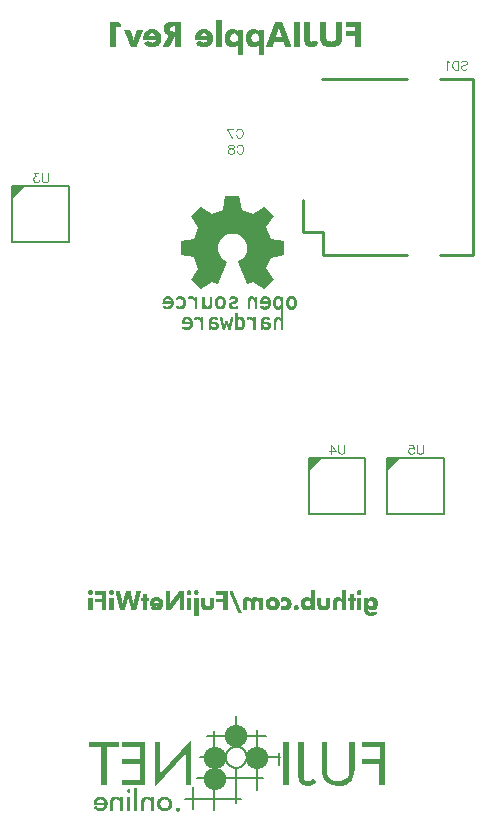
<source format=gbr>
G04 DipTrace 3.3.1.3*
G04 BottomSilk.gbr*
%MOIN*%
G04 #@! TF.FileFunction,Legend,Bot*
G04 #@! TF.Part,Single*
%ADD10C,0.009843*%
%ADD12C,0.003*%
%ADD49C,0.005906*%
%ADD59O,0.074711X0.074027*%
%ADD60O,0.074711X0.073993*%
%ADD61O,0.074711X0.073959*%
%ADD125C,0.004632*%
%FSLAX26Y26*%
G04*
G70*
G90*
G75*
G01*
G04 BotSilk*
%LPD*%
X1494573Y3012700D2*
D10*
X1778038D1*
X1888306D2*
X1998573D1*
Y2426055D1*
X1888306D1*
X1778038D2*
X1498542D1*
Y2504825D1*
X1431644D1*
Y2611147D1*
X464322Y2469537D2*
D49*
X651822D1*
Y2657037D1*
X501822D1*
X464322D1*
Y2469537D1*
G36*
Y2657037D2*
Y2613294D1*
X508066Y2657037D1*
D1*
X464322D1*
G37*
X1451821Y1563288D2*
D49*
X1639321D1*
Y1750788D1*
X1489321D1*
X1451821D1*
Y1563288D1*
G36*
Y1750788D2*
Y1707044D1*
X1495565Y1750788D1*
D1*
X1451821D1*
G37*
X1714322Y1563288D2*
D49*
X1901822D1*
Y1750788D1*
X1751822D1*
X1714322D1*
Y1563288D1*
G36*
Y1750788D2*
Y1707044D1*
X1758066Y1750788D1*
D1*
X1714322D1*
G37*
G36*
X1265270Y2337452D2*
X1248105Y2330386D1*
X1245880Y2331441D1*
X1216317Y2403978D1*
X1216817Y2405859D1*
X1222993Y2409071D1*
X1228578Y2413200D1*
X1233755Y2418017D1*
X1238796Y2424578D1*
X1241793Y2431047D1*
X1244472Y2438709D1*
X1245743Y2445729D1*
X1246016Y2454033D1*
X1244881Y2461466D1*
X1243473Y2466559D1*
X1240567Y2473211D1*
X1236616Y2479497D1*
X1231757Y2485186D1*
X1225808Y2490233D1*
X1219587Y2493903D1*
X1212185Y2497069D1*
X1204647Y2498858D1*
X1197563Y2499455D1*
X1192114Y2499042D1*
X1184348Y2497620D1*
X1177037Y2494959D1*
X1170725Y2491334D1*
X1165049Y2487159D1*
X1159327Y2481103D1*
X1155331Y2475276D1*
X1151698Y2467843D1*
X1149746Y2460915D1*
X1149019Y2455593D1*
X1148747Y2448207D1*
X1149519Y2441003D1*
X1151607Y2433479D1*
X1155059Y2425863D1*
X1159418Y2419898D1*
X1164186Y2414760D1*
X1170317Y2410080D1*
X1177310Y2406134D1*
X1178218Y2404850D1*
X1178036Y2403244D1*
X1148519Y2331074D1*
X1146340Y2330340D1*
X1128993Y2337497D1*
X1092120Y2312860D1*
X1091166D1*
X1059651Y2344104D1*
X1059560Y2345435D1*
X1084400Y2382093D1*
X1069051Y2419210D1*
X1024730Y2427836D1*
X1024821Y2473441D1*
X1069278Y2482020D1*
X1084445Y2518679D1*
X1059015Y2556484D1*
X1091529Y2588738D1*
X1128811Y2563596D1*
X1165775Y2578644D1*
X1174403Y2623011D1*
X1220086Y2623102D1*
X1228896Y2578690D1*
X1265633Y2563504D1*
X1303051Y2588646D1*
X1335429Y2556484D1*
X1310272Y2519092D1*
X1325439Y2482112D1*
X1369850Y2473487D1*
Y2427744D1*
X1325439Y2418981D1*
X1310362Y2382735D1*
X1335338Y2345022D1*
X1303142Y2312401D1*
X1266223Y2337406D1*
X1265270Y2337452D1*
G37*
G36*
X1384524Y803665D2*
X1367594D1*
Y661851D1*
X1384524D1*
Y803665D1*
G37*
G36*
X817939Y804140D2*
X720490D1*
Y787761D1*
X760651D1*
Y661749D1*
X777876D1*
Y787761D1*
X817939D1*
Y804140D1*
G37*
G36*
X906136D2*
X830932D1*
Y788033D1*
X888910D1*
Y747611D1*
X830932D1*
Y732080D1*
X889205D1*
Y677280D1*
X830932D1*
Y661749D1*
X906136D1*
Y804140D1*
G37*
G36*
X1059693Y661817D2*
Y810380D1*
X955550Y695999D1*
Y804445D1*
X939406D1*
Y654967D1*
X1043549Y768737D1*
Y661817D1*
X1059693D1*
G37*
G36*
X1434627Y803394D2*
X1417598D1*
Y690641D1*
X1418582Y681282D1*
X1420650Y674432D1*
X1423504Y669142D1*
X1426654Y665344D1*
X1431280Y661987D1*
X1436596Y659715D1*
X1442896Y658630D1*
X1450672Y657917D1*
X1456086D1*
X1461303Y659240D1*
X1468784Y662936D1*
X1473804Y666429D1*
X1478726Y671787D1*
X1467209Y683317D1*
X1463665Y679247D1*
X1460318Y676704D1*
X1455594Y674330D1*
X1453231Y673482D1*
X1450377Y673109D1*
X1446144Y673347D1*
X1443781Y673923D1*
X1442010Y674737D1*
X1439943Y676127D1*
X1437875Y678433D1*
X1436301Y681180D1*
X1435415Y683147D1*
X1435119Y685555D1*
X1434726Y688301D1*
X1434529Y690404D1*
X1434627Y803394D1*
G37*
G36*
X1604918Y803496D2*
X1587692D1*
Y712242D1*
X1587200Y704036D1*
X1585133Y695016D1*
X1581687Y687420D1*
X1578636Y683384D1*
X1574206Y679654D1*
X1567513Y676263D1*
X1557965Y674059D1*
X1549893Y673652D1*
X1538672Y674737D1*
X1530699Y677179D1*
X1524793Y680638D1*
X1521741Y683384D1*
X1517607Y689081D1*
X1514260Y697593D1*
X1512291Y710954D1*
Y723840D1*
Y803564D1*
X1495066D1*
Y715328D1*
X1496247Y699899D1*
X1499101Y688267D1*
X1503236Y679519D1*
X1508551Y672601D1*
X1514949Y667107D1*
X1522725Y662835D1*
X1532766Y659647D1*
X1547629Y657951D1*
X1551468D1*
X1563969Y658901D1*
X1575092Y661783D1*
X1583361Y665785D1*
X1590251Y671007D1*
X1596059Y678128D1*
X1600587Y686809D1*
X1603737Y698678D1*
X1605016Y715226D1*
X1604918Y803496D1*
G37*
X1356274Y752935D2*
D49*
X1246618D1*
X1278511Y844799D2*
Y643336D1*
X1351352Y768263D2*
Y726485D1*
X1308337Y824080D2*
X1113831D1*
X1209312Y891460D2*
Y790169D1*
X1137357Y842188D2*
Y576362D1*
X1224668Y613020D2*
X1040793Y613664D1*
D59*
X1208475Y824673D3*
G36*
X1629723Y803801D2*
X1704828D1*
Y660936D1*
X1687504D1*
Y731910D1*
X1629723D1*
Y747408D1*
X1687996D1*
Y787897D1*
X1629723D1*
Y803801D1*
G37*
D60*
X1280234Y752053D3*
X1138095D3*
D61*
Y680248D3*
X1175254Y753766D2*
D49*
X1175339Y756232D1*
X1175593Y758686D1*
X1176014Y761116D1*
X1176602Y763510D1*
X1177352Y765857D1*
X1178262Y768145D1*
X1179327Y770363D1*
X1180541Y772499D1*
X1181899Y774545D1*
X1183395Y776490D1*
X1185020Y778323D1*
X1186767Y780037D1*
X1188628Y781623D1*
X1190592Y783074D1*
X1192652Y784381D1*
X1194797Y785540D1*
X1197015Y786544D1*
X1199298Y787387D1*
X1201632Y788068D1*
X1204008Y788581D1*
X1206413Y788924D1*
X1208836Y789096D1*
X1211265D1*
X1213688Y788924D1*
X1216093Y788581D1*
X1218468Y788068D1*
X1220803Y787387D1*
X1223085Y786544D1*
X1225304Y785540D1*
X1227448Y784381D1*
X1229508Y783074D1*
X1231473Y781623D1*
X1233334Y780037D1*
X1235081Y778323D1*
X1236706Y776490D1*
X1238201Y774545D1*
X1239559Y772499D1*
X1240774Y770363D1*
X1241838Y768145D1*
X1242748Y765857D1*
X1243499Y763510D1*
X1244086Y761116D1*
X1244508Y758686D1*
X1244762Y756232D1*
X1244847Y753766D1*
X1244762Y751300D1*
X1244508Y748846D1*
X1244086Y746416D1*
X1243499Y744022D1*
X1242748Y741675D1*
X1241838Y739387D1*
X1240774Y737169D1*
X1239559Y735032D1*
X1238201Y732987D1*
X1236706Y731042D1*
X1235081Y729208D1*
X1233334Y727494D1*
X1231473Y725908D1*
X1229508Y724458D1*
X1227448Y723150D1*
X1225304Y721992D1*
X1223085Y720988D1*
X1220803Y720144D1*
X1218468Y719464D1*
X1216093Y718951D1*
X1213688Y718608D1*
X1211265Y718436D1*
X1208836D1*
X1206413Y718608D1*
X1204008Y718951D1*
X1201632Y719464D1*
X1199298Y720144D1*
X1197015Y720988D1*
X1194797Y721992D1*
X1192652Y723150D1*
X1190592Y724458D1*
X1188628Y725908D1*
X1186767Y727494D1*
X1185020Y729208D1*
X1183395Y731042D1*
X1181899Y732987D1*
X1180541Y735032D1*
X1179327Y737169D1*
X1178262Y739387D1*
X1177352Y741675D1*
X1176602Y744022D1*
X1176014Y746416D1*
X1175593Y748846D1*
X1175339Y751300D1*
X1175254Y753766D1*
X1065402Y652967D2*
Y581686D1*
X1298592Y682944D2*
X1080757D1*
X1088731Y752901D2*
X1167379D1*
X1209312Y716922D2*
X1208721Y599659D1*
X1143348Y3211265D2*
D12*
X1158348D1*
X1143348Y3209765D2*
X1158348D1*
X1143348Y3208265D2*
X1158348D1*
X1143348Y3206765D2*
X1158348D1*
X790848Y3205265D2*
X816348D1*
X988848D2*
X1023348D1*
X1143348D2*
X1158348D1*
X1339848D2*
X1359348D1*
X1401348D2*
X1417848D1*
X1437348D2*
X1453848D1*
X1489848D2*
X1506348D1*
X1543848D2*
X1560348D1*
X1575348D2*
X1623348D1*
X790848Y3203765D2*
X817278D1*
X984526D2*
X1023348D1*
X1143348D2*
X1158348D1*
X1339610D2*
X1360272D1*
X1401348D2*
X1417848D1*
X1437348D2*
X1453848D1*
X1489848D2*
X1506348D1*
X1543848D2*
X1560348D1*
X1575348D2*
X1623348D1*
X790848Y3202265D2*
X818133D1*
X980915D2*
X1023348D1*
X1143348D2*
X1158348D1*
X1339185D2*
X1361081D1*
X1401348D2*
X1417848D1*
X1437348D2*
X1453848D1*
X1489848D2*
X1506348D1*
X1543848D2*
X1560348D1*
X1575348D2*
X1623348D1*
X790848Y3200765D2*
X818937D1*
X978088D2*
X1023348D1*
X1143348D2*
X1158348D1*
X1338606D2*
X1361740D1*
X1401348D2*
X1417848D1*
X1437348D2*
X1453848D1*
X1489848D2*
X1506348D1*
X1543848D2*
X1560348D1*
X1575348D2*
X1623348D1*
X790848Y3199265D2*
X819708D1*
X975895D2*
X1023348D1*
X1143348D2*
X1158348D1*
X1337978D2*
X1362290D1*
X1401348D2*
X1417848D1*
X1437348D2*
X1453848D1*
X1489848D2*
X1506348D1*
X1543848D2*
X1560348D1*
X1575348D2*
X1623348D1*
X790848Y3197765D2*
X820462D1*
X974124D2*
X1023348D1*
X1143348D2*
X1158348D1*
X1337401D2*
X1362834D1*
X1401348D2*
X1417848D1*
X1437348D2*
X1453848D1*
X1489848D2*
X1506348D1*
X1543848D2*
X1560348D1*
X1575348D2*
X1623348D1*
X790848Y3196265D2*
X821162D1*
X972686D2*
X1023348D1*
X1143348D2*
X1158348D1*
X1336879D2*
X1363350D1*
X1401348D2*
X1417848D1*
X1437348D2*
X1453848D1*
X1489848D2*
X1506348D1*
X1543848D2*
X1560348D1*
X1575348D2*
X1623348D1*
X790848Y3194765D2*
X821722D1*
X971551D2*
X1023348D1*
X1143348D2*
X1158348D1*
X1336302D2*
X1363840D1*
X1401348D2*
X1417848D1*
X1437348D2*
X1453848D1*
X1489848D2*
X1506348D1*
X1543848D2*
X1560348D1*
X1575348D2*
X1623348D1*
X790848Y3193265D2*
X822084D1*
X970666D2*
X1023348D1*
X1143348D2*
X1158348D1*
X1335652D2*
X1364403D1*
X1401348D2*
X1417848D1*
X1437348D2*
X1453848D1*
X1489848D2*
X1506348D1*
X1543848D2*
X1560348D1*
X1575348D2*
X1623348D1*
X790848Y3191765D2*
X807348D1*
X970030D2*
X993943D1*
X1006848D2*
X1023348D1*
X1143348D2*
X1158348D1*
X1334995D2*
X1365047D1*
X1401348D2*
X1417848D1*
X1437348D2*
X1453848D1*
X1489848D2*
X1506348D1*
X1543848D2*
X1560348D1*
X1575348D2*
X1623348D1*
X790848Y3190265D2*
X807348D1*
X969660D2*
X990741D1*
X1006848D2*
X1023348D1*
X1143348D2*
X1158348D1*
X1334408D2*
X1365701D1*
X1401348D2*
X1417848D1*
X1437348D2*
X1453848D1*
X1489848D2*
X1506348D1*
X1543848D2*
X1560348D1*
X1606848D2*
X1623348D1*
X790848Y3188765D2*
X807348D1*
X969478D2*
X988434D1*
X1006848D2*
X1023348D1*
X1143348D2*
X1158348D1*
X1333887D2*
X1348842D1*
X1352080D2*
X1366288D1*
X1401348D2*
X1417848D1*
X1437348D2*
X1453848D1*
X1489848D2*
X1506348D1*
X1543848D2*
X1560348D1*
X1606848D2*
X1623348D1*
X790848Y3187265D2*
X807348D1*
X969398D2*
X986864D1*
X1006848D2*
X1023348D1*
X1143348D2*
X1158348D1*
X1333355D2*
X1348789D1*
X1352451D2*
X1366809D1*
X1401348D2*
X1417848D1*
X1437348D2*
X1453848D1*
X1489848D2*
X1506348D1*
X1543848D2*
X1560348D1*
X1606848D2*
X1623348D1*
X790848Y3185765D2*
X807348D1*
X969366D2*
X985788D1*
X1006848D2*
X1023348D1*
X1143348D2*
X1158348D1*
X1332844D2*
X1348598D1*
X1352846D2*
X1367341D1*
X1401348D2*
X1417848D1*
X1437348D2*
X1453848D1*
X1489848D2*
X1506348D1*
X1543848D2*
X1560348D1*
X1606848D2*
X1623348D1*
X790848Y3184265D2*
X807348D1*
X969354D2*
X985081D1*
X1006848D2*
X1023348D1*
X1143348D2*
X1158348D1*
X1332355D2*
X1348233D1*
X1353161D2*
X1367852D1*
X1401348D2*
X1417848D1*
X1437348D2*
X1453848D1*
X1489848D2*
X1506348D1*
X1543848D2*
X1560348D1*
X1606848D2*
X1623348D1*
X790848Y3182765D2*
X807348D1*
X969350D2*
X984735D1*
X1006848D2*
X1023348D1*
X1143348D2*
X1158348D1*
X1331792D2*
X1347796D1*
X1353492D2*
X1368341D1*
X1401348D2*
X1417848D1*
X1437348D2*
X1453848D1*
X1489848D2*
X1506348D1*
X1543848D2*
X1560348D1*
X1606848D2*
X1623348D1*
X790848Y3181265D2*
X807348D1*
X969349D2*
X984739D1*
X1006848D2*
X1023348D1*
X1143348D2*
X1158348D1*
X1331149D2*
X1347343D1*
X1353921D2*
X1368903D1*
X1401348D2*
X1417848D1*
X1437348D2*
X1453848D1*
X1489848D2*
X1506348D1*
X1543848D2*
X1560348D1*
X1606848D2*
X1623348D1*
X790848Y3179765D2*
X807348D1*
X921348D2*
X934848D1*
X969354D2*
X985074D1*
X1006848D2*
X1023348D1*
X1093848D2*
X1107348D1*
X1143348D2*
X1158348D1*
X1189848D2*
X1201848D1*
X1260348D2*
X1272348D1*
X1330494D2*
X1346839D1*
X1354384D2*
X1369547D1*
X1401348D2*
X1417848D1*
X1437348D2*
X1453848D1*
X1489848D2*
X1506348D1*
X1543848D2*
X1560348D1*
X1606848D2*
X1623348D1*
X790848Y3178265D2*
X807348D1*
X837348D2*
X853848D1*
X879348D2*
X895848D1*
X917718D2*
X938657D1*
X969406D2*
X985687D1*
X1006848D2*
X1023348D1*
X1090218D2*
X1111157D1*
X1143348D2*
X1158348D1*
X1186450D2*
X1205251D1*
X1215348D2*
X1230348D1*
X1256950D2*
X1275751D1*
X1285848D2*
X1300848D1*
X1329907D2*
X1346338D1*
X1354847D2*
X1370201D1*
X1401348D2*
X1417848D1*
X1437348D2*
X1453848D1*
X1489848D2*
X1506348D1*
X1543848D2*
X1560348D1*
X1606848D2*
X1623348D1*
X790848Y3176765D2*
X807348D1*
X837585D2*
X854366D1*
X878598D2*
X895329D1*
X914538D2*
X941821D1*
X969603D2*
X986482D1*
X1006848D2*
X1023348D1*
X1087038D2*
X1114321D1*
X1143348D2*
X1158348D1*
X1183642D2*
X1208117D1*
X1215286D2*
X1230348D1*
X1254142D2*
X1278617D1*
X1285786D2*
X1300848D1*
X1329381D2*
X1345859D1*
X1355355D2*
X1370788D1*
X1401348D2*
X1417848D1*
X1437348D2*
X1453848D1*
X1489848D2*
X1506348D1*
X1543848D2*
X1560348D1*
X1606848D2*
X1623348D1*
X790848Y3175265D2*
X807348D1*
X838010D2*
X854866D1*
X877975D2*
X894830D1*
X911930D2*
X944364D1*
X970015D2*
X988185D1*
X1006848D2*
X1023348D1*
X1084430D2*
X1116864D1*
X1143348D2*
X1158348D1*
X1181428D2*
X1210571D1*
X1215053D2*
X1230348D1*
X1251928D2*
X1281071D1*
X1285553D2*
X1300848D1*
X1328802D2*
X1345344D1*
X1355857D2*
X1371315D1*
X1401348D2*
X1417848D1*
X1437348D2*
X1453848D1*
X1489848D2*
X1506348D1*
X1543848D2*
X1560348D1*
X1606848D2*
X1623348D1*
X790848Y3173765D2*
X807348D1*
X838590D2*
X855341D1*
X877392D2*
X894349D1*
X909833D2*
X946416D1*
X970597D2*
X993020D1*
X1006848D2*
X1023348D1*
X1082333D2*
X1118916D1*
X1143348D2*
X1158348D1*
X1179640D2*
X1212939D1*
X1214540D2*
X1230348D1*
X1250140D2*
X1283439D1*
X1285040D2*
X1300848D1*
X1328152D2*
X1344840D1*
X1356337D2*
X1371893D1*
X1401348D2*
X1417848D1*
X1437348D2*
X1453848D1*
X1489848D2*
X1506348D1*
X1543848D2*
X1560348D1*
X1575348D2*
X1623348D1*
X790848Y3172265D2*
X807348D1*
X839217D2*
X855853D1*
X876858D2*
X893790D1*
X908101D2*
X948167D1*
X971276D2*
X1000572D1*
X1006848D2*
X1023348D1*
X1080601D2*
X1120667D1*
X1143348D2*
X1158348D1*
X1178193D2*
X1230348D1*
X1248693D2*
X1300848D1*
X1327495D2*
X1344359D1*
X1356851D2*
X1372543D1*
X1401348D2*
X1417848D1*
X1437348D2*
X1453848D1*
X1489848D2*
X1506348D1*
X1543848D2*
X1560348D1*
X1575348D2*
X1623348D1*
X790848Y3170765D2*
X807348D1*
X839794D2*
X856357D1*
X876366D2*
X893148D1*
X906678D2*
X949723D1*
X972050D2*
X1023348D1*
X1079178D2*
X1122223D1*
X1143348D2*
X1158348D1*
X1177048D2*
X1230348D1*
X1247548D2*
X1300848D1*
X1326908D2*
X1343844D1*
X1357356D2*
X1373200D1*
X1401348D2*
X1417848D1*
X1437348D2*
X1453848D1*
X1489848D2*
X1506348D1*
X1543848D2*
X1560348D1*
X1575348D2*
X1623348D1*
X790848Y3169265D2*
X807348D1*
X840316D2*
X856837D1*
X875847D2*
X892494D1*
X905542D2*
X951068D1*
X972990D2*
X1023348D1*
X1078042D2*
X1123568D1*
X1143348D2*
X1158348D1*
X1176108D2*
X1230348D1*
X1246608D2*
X1300848D1*
X1326387D2*
X1343340D1*
X1357836D2*
X1373788D1*
X1401348D2*
X1417848D1*
X1437348D2*
X1453848D1*
X1489848D2*
X1506348D1*
X1543848D2*
X1560348D1*
X1575348D2*
X1623348D1*
X790848Y3167765D2*
X807348D1*
X840894D2*
X857351D1*
X875340D2*
X891907D1*
X904606D2*
X923200D1*
X933053D2*
X952172D1*
X974208D2*
X1023348D1*
X1077106D2*
X1095700D1*
X1105553D2*
X1124672D1*
X1143348D2*
X1158348D1*
X1175280D2*
X1197943D1*
X1206228D2*
X1230348D1*
X1245780D2*
X1268443D1*
X1276728D2*
X1300848D1*
X1325855D2*
X1342859D1*
X1358351D2*
X1374309D1*
X1401348D2*
X1417848D1*
X1437348D2*
X1453848D1*
X1489848D2*
X1506348D1*
X1543848D2*
X1560348D1*
X1575348D2*
X1623348D1*
X790848Y3166265D2*
X807348D1*
X841543D2*
X857856D1*
X874859D2*
X891381D1*
X903780D2*
X921021D1*
X935424D2*
X953096D1*
X975786D2*
X1023348D1*
X1076280D2*
X1093521D1*
X1107924D2*
X1125596D1*
X1143348D2*
X1158348D1*
X1174551D2*
X1194741D1*
X1208785D2*
X1230348D1*
X1245051D2*
X1265241D1*
X1279285D2*
X1300848D1*
X1325344D2*
X1342344D1*
X1358856D2*
X1374840D1*
X1401348D2*
X1417848D1*
X1437348D2*
X1453848D1*
X1489848D2*
X1506348D1*
X1543848D2*
X1560348D1*
X1575348D2*
X1623348D1*
X790848Y3164765D2*
X807348D1*
X842200D2*
X858336D1*
X874345D2*
X890802D1*
X903051D2*
X919430D1*
X937368D2*
X953918D1*
X977808D2*
X1023348D1*
X1075551D2*
X1091930D1*
X1109868D2*
X1126418D1*
X1143348D2*
X1158348D1*
X1173979D2*
X1192434D1*
X1210810D2*
X1230348D1*
X1244479D2*
X1262934D1*
X1281310D2*
X1300848D1*
X1324855D2*
X1341840D1*
X1359336D2*
X1375352D1*
X1401348D2*
X1417848D1*
X1437348D2*
X1453848D1*
X1489848D2*
X1506348D1*
X1543848D2*
X1560348D1*
X1575348D2*
X1623348D1*
X790848Y3163265D2*
X807348D1*
X842788D2*
X858851D1*
X873840D2*
X890152D1*
X902479D2*
X918269D1*
X938868D2*
X954645D1*
X980148D2*
X1023348D1*
X1074979D2*
X1090769D1*
X1111368D2*
X1127145D1*
X1143348D2*
X1158348D1*
X1173585D2*
X1190859D1*
X1212373D2*
X1230348D1*
X1244085D2*
X1261359D1*
X1282873D2*
X1300848D1*
X1324292D2*
X1341359D1*
X1359851D2*
X1375841D1*
X1401348D2*
X1417848D1*
X1437348D2*
X1453848D1*
X1489848D2*
X1506348D1*
X1543848D2*
X1560348D1*
X1575348D2*
X1623348D1*
X790848Y3161765D2*
X807348D1*
X843314D2*
X859356D1*
X873359D2*
X889495D1*
X902085D2*
X917343D1*
X939923D2*
X955217D1*
X982339D2*
X1023348D1*
X1074585D2*
X1089843D1*
X1112423D2*
X1127717D1*
X1143348D2*
X1158348D1*
X1173222D2*
X1189729D1*
X1213606D2*
X1230348D1*
X1243722D2*
X1260229D1*
X1284106D2*
X1300848D1*
X1323649D2*
X1340844D1*
X1360356D2*
X1376403D1*
X1401348D2*
X1417848D1*
X1437348D2*
X1453848D1*
X1489848D2*
X1506348D1*
X1543848D2*
X1560348D1*
X1575348D2*
X1623348D1*
X790848Y3160265D2*
X807348D1*
X843893D2*
X859836D1*
X872850D2*
X888908D1*
X901722D2*
X916574D1*
X940721D2*
X955611D1*
X984143D2*
X1003559D1*
X1006848D2*
X1023348D1*
X1074222D2*
X1089074D1*
X1113221D2*
X1128111D1*
X1143348D2*
X1158348D1*
X1172787D2*
X1188825D1*
X1214464D2*
X1230348D1*
X1243287D2*
X1259325D1*
X1284964D2*
X1300848D1*
X1322994D2*
X1340334D1*
X1360836D2*
X1377047D1*
X1401348D2*
X1417848D1*
X1437348D2*
X1453848D1*
X1489848D2*
X1506348D1*
X1543848D2*
X1560348D1*
X1575348D2*
X1623348D1*
X790848Y3158765D2*
X807348D1*
X844549D2*
X860351D1*
X872392D2*
X888381D1*
X901287D2*
X915988D1*
X941585D2*
X955973D1*
X984632D2*
X1002989D1*
X1006848D2*
X1023348D1*
X1073787D2*
X1088488D1*
X1114085D2*
X1128473D1*
X1143348D2*
X1158348D1*
X1172372D2*
X1188067D1*
X1214955D2*
X1230348D1*
X1242872D2*
X1258567D1*
X1285455D2*
X1300848D1*
X1322407D2*
X1339795D1*
X1361346D2*
X1377701D1*
X1401348D2*
X1417848D1*
X1437348D2*
X1453848D1*
X1489848D2*
X1506348D1*
X1543848D2*
X1560348D1*
X1606848D2*
X1623348D1*
X790848Y3157265D2*
X807348D1*
X845253D2*
X860856D1*
X872050D2*
X887802D1*
X900872D2*
X915616D1*
X942660D2*
X956408D1*
X984277D2*
X1002188D1*
X1006848D2*
X1023348D1*
X1073372D2*
X1088116D1*
X1115160D2*
X1128908D1*
X1143348D2*
X1158348D1*
X1172099D2*
X1187490D1*
X1215242D2*
X1230348D1*
X1242599D2*
X1257990D1*
X1285742D2*
X1300848D1*
X1321881D2*
X1339041D1*
X1361801D2*
X1378288D1*
X1401348D2*
X1417848D1*
X1437348D2*
X1453848D1*
X1489848D2*
X1506348D1*
X1543848D2*
X1560348D1*
X1606848D2*
X1623348D1*
X790848Y3155765D2*
X807348D1*
X845979D2*
X861336D1*
X871710D2*
X887152D1*
X900599D2*
X956823D1*
X983615D2*
X1001344D1*
X1006848D2*
X1023348D1*
X1073099D2*
X1129323D1*
X1143348D2*
X1158348D1*
X1171956D2*
X1187145D1*
X1215534D2*
X1230348D1*
X1242456D2*
X1257645D1*
X1286034D2*
X1300848D1*
X1321302D2*
X1338012D1*
X1362114D2*
X1378809D1*
X1401348D2*
X1417848D1*
X1437348D2*
X1453848D1*
X1489848D2*
X1506354D1*
X1543842D2*
X1560348D1*
X1606848D2*
X1623348D1*
X790848Y3154265D2*
X807348D1*
X846674D2*
X861851D1*
X871277D2*
X886495D1*
X900456D2*
X957097D1*
X982749D2*
X1000531D1*
X1006848D2*
X1023348D1*
X1072956D2*
X1129597D1*
X1143348D2*
X1158348D1*
X1171891D2*
X1186973D1*
X1215928D2*
X1230348D1*
X1242391D2*
X1257473D1*
X1286428D2*
X1300848D1*
X1320652D2*
X1379341D1*
X1401348D2*
X1417848D1*
X1437348D2*
X1453848D1*
X1489848D2*
X1506406D1*
X1543789D2*
X1560348D1*
X1606848D2*
X1623348D1*
X790848Y3152765D2*
X807348D1*
X847278D2*
X862356D1*
X870812D2*
X885908D1*
X900391D2*
X957240D1*
X981870D2*
X999746D1*
X1006848D2*
X1023348D1*
X1072891D2*
X1129740D1*
X1143348D2*
X1158348D1*
X1171864D2*
X1186897D1*
X1216275D2*
X1230348D1*
X1242364D2*
X1257397D1*
X1286775D2*
X1300848D1*
X1319995D2*
X1379852D1*
X1401348D2*
X1417848D1*
X1437348D2*
X1453848D1*
X1489848D2*
X1506598D1*
X1543598D2*
X1560342D1*
X1606848D2*
X1623348D1*
X790848Y3151265D2*
X807348D1*
X847811D2*
X862836D1*
X870349D2*
X885381D1*
X900364D2*
X957305D1*
X981035D2*
X998983D1*
X1006848D2*
X1023348D1*
X1072864D2*
X1129805D1*
X1143348D2*
X1158348D1*
X1171853D2*
X1186872D1*
X1216350D2*
X1230348D1*
X1242353D2*
X1257372D1*
X1286850D2*
X1300848D1*
X1319408D2*
X1380341D1*
X1401348D2*
X1417848D1*
X1437348D2*
X1453848D1*
X1489854D2*
X1506963D1*
X1543233D2*
X1560289D1*
X1606848D2*
X1623348D1*
X790848Y3149765D2*
X807348D1*
X848392D2*
X863345D1*
X869841D2*
X884802D1*
X900353D2*
X957326D1*
X980197D2*
X998226D1*
X1006848D2*
X1023348D1*
X1072853D2*
X1129826D1*
X1143348D2*
X1158348D1*
X1171850D2*
X1186913D1*
X1216132D2*
X1230348D1*
X1242350D2*
X1257413D1*
X1286632D2*
X1300848D1*
X1318887D2*
X1380903D1*
X1401348D2*
X1417848D1*
X1437348D2*
X1453848D1*
X1489906D2*
X1507400D1*
X1542796D2*
X1560098D1*
X1606848D2*
X1623348D1*
X790848Y3148265D2*
X807348D1*
X849043D2*
X863797D1*
X869338D2*
X884152D1*
X900348D2*
X957283D1*
X979287D2*
X997469D1*
X1006848D2*
X1023348D1*
X1072848D2*
X1129783D1*
X1143348D2*
X1158348D1*
X1171854D2*
X1187106D1*
X1215806D2*
X1230348D1*
X1242354D2*
X1257606D1*
X1286306D2*
X1300848D1*
X1318355D2*
X1381547D1*
X1401348D2*
X1417848D1*
X1437348D2*
X1453848D1*
X1490098D2*
X1507859D1*
X1542337D2*
X1559739D1*
X1606848D2*
X1623348D1*
X790848Y3146765D2*
X807348D1*
X849700D2*
X864092D1*
X868853D2*
X883495D1*
X942116D2*
X957096D1*
X978314D2*
X996670D1*
X1006848D2*
X1023348D1*
X1114616D2*
X1129596D1*
X1143348D2*
X1158348D1*
X1171907D2*
X1187516D1*
X1215518D2*
X1230348D1*
X1242407D2*
X1258016D1*
X1286018D2*
X1300848D1*
X1317844D2*
X1382201D1*
X1401348D2*
X1417848D1*
X1437348D2*
X1453854D1*
X1490457D2*
X1508416D1*
X1541780D2*
X1559348D1*
X1606848D2*
X1623348D1*
X790848Y3145265D2*
X807348D1*
X850288D2*
X864299D1*
X868287D2*
X882908D1*
X941738D2*
X956738D1*
X977393D2*
X995776D1*
X1006848D2*
X1023348D1*
X1114238D2*
X1129238D1*
X1143348D2*
X1158348D1*
X1172098D2*
X1188097D1*
X1215192D2*
X1230348D1*
X1242598D2*
X1258597D1*
X1285692D2*
X1300848D1*
X1317355D2*
X1382788D1*
X1401348D2*
X1417848D1*
X1437348D2*
X1453906D1*
X1490847D2*
X1509119D1*
X1541076D2*
X1559034D1*
X1606848D2*
X1623348D1*
X790848Y3143765D2*
X807348D1*
X850814D2*
X864599D1*
X867599D2*
X882381D1*
X941291D2*
X956348D1*
X976543D2*
X994810D1*
X1006848D2*
X1023348D1*
X1113791D2*
X1128848D1*
X1143348D2*
X1158348D1*
X1172463D2*
X1188777D1*
X1214714D2*
X1230348D1*
X1242963D2*
X1259277D1*
X1285214D2*
X1300848D1*
X1316792D2*
X1383315D1*
X1401348D2*
X1417848D1*
X1437354D2*
X1454103D1*
X1491162D2*
X1510075D1*
X1540121D2*
X1558704D1*
X1606848D2*
X1623348D1*
X790848Y3142265D2*
X807348D1*
X851393D2*
X865140D1*
X866774D2*
X881802D1*
X940779D2*
X956034D1*
X975700D2*
X993892D1*
X1006848D2*
X1023348D1*
X1113279D2*
X1128534D1*
X1143348D2*
X1158348D1*
X1172900D2*
X1189556D1*
X1214043D2*
X1230348D1*
X1243400D2*
X1260056D1*
X1284543D2*
X1300848D1*
X1316149D2*
X1383893D1*
X1401348D2*
X1417848D1*
X1437406D2*
X1454545D1*
X1467348D2*
X1471848D1*
X1491498D2*
X1511514D1*
X1538681D2*
X1558275D1*
X1606848D2*
X1623348D1*
X790848Y3140765D2*
X807348D1*
X852043D2*
X881146D1*
X913848D2*
X915348D1*
X940025D2*
X955698D1*
X974788D2*
X993049D1*
X1006848D2*
X1023348D1*
X1086348D2*
X1087848D1*
X1112525D2*
X1128198D1*
X1143348D2*
X1158348D1*
X1173353D2*
X1190584D1*
X1213220D2*
X1230348D1*
X1243853D2*
X1261084D1*
X1283720D2*
X1300848D1*
X1315494D2*
X1333616D1*
X1368405D2*
X1384543D1*
X1401348D2*
X1417848D1*
X1437598D2*
X1455179D1*
X1466115D2*
X1474572D1*
X1491973D2*
X1513903D1*
X1536293D2*
X1557811D1*
X1606848D2*
X1623348D1*
X790848Y3139265D2*
X807348D1*
X852700D2*
X880443D1*
X911552D2*
X916946D1*
X938873D2*
X955216D1*
X973814D2*
X992253D1*
X1006848D2*
X1023348D1*
X1084052D2*
X1089446D1*
X1111373D2*
X1127716D1*
X1143348D2*
X1158348D1*
X1173857D2*
X1191923D1*
X1211559D2*
X1230348D1*
X1244357D2*
X1262423D1*
X1282059D2*
X1300848D1*
X1314907D2*
X1333238D1*
X1368597D2*
X1385200D1*
X1401348D2*
X1417848D1*
X1437963D2*
X1456727D1*
X1464566D2*
X1477046D1*
X1492581D2*
X1518171D1*
X1532024D2*
X1557343D1*
X1606848D2*
X1623348D1*
X790848Y3137765D2*
X807348D1*
X853288D2*
X879716D1*
X909106D2*
X919039D1*
X937395D2*
X954562D1*
X972893D2*
X991479D1*
X1006848D2*
X1023348D1*
X1081606D2*
X1091539D1*
X1109895D2*
X1127062D1*
X1143348D2*
X1158348D1*
X1174364D2*
X1195555D1*
X1207247D2*
X1230348D1*
X1244864D2*
X1266055D1*
X1277747D2*
X1300848D1*
X1314381D2*
X1332797D1*
X1368963D2*
X1385788D1*
X1401348D2*
X1417848D1*
X1438400D2*
X1460240D1*
X1460997D2*
X1479348D1*
X1493271D2*
X1524985D1*
X1525211D2*
X1556782D1*
X1606848D2*
X1623348D1*
X790848Y3136265D2*
X807348D1*
X853814D2*
X879022D1*
X906882D2*
X922534D1*
X933700D2*
X953734D1*
X972043D2*
X990674D1*
X1006848D2*
X1023348D1*
X1079382D2*
X1095034D1*
X1106200D2*
X1126234D1*
X1143348D2*
X1158348D1*
X1174896D2*
X1201090D1*
X1200735D2*
X1230348D1*
X1245396D2*
X1271590D1*
X1271235D2*
X1300848D1*
X1313802D2*
X1332343D1*
X1369400D2*
X1386309D1*
X1401348D2*
X1417848D1*
X1438859D2*
X1478598D1*
X1494048D2*
X1556083D1*
X1606848D2*
X1623348D1*
X790848Y3134765D2*
X807348D1*
X854393D2*
X878418D1*
X905079D2*
X928070D1*
X928129D2*
X952788D1*
X971200D2*
X989778D1*
X1006848D2*
X1023348D1*
X1077579D2*
X1100570D1*
X1100629D2*
X1125288D1*
X1143348D2*
X1158348D1*
X1175601D2*
X1230348D1*
X1246101D2*
X1300848D1*
X1313152D2*
X1331839D1*
X1369853D2*
X1386840D1*
X1401348D2*
X1417848D1*
X1439410D2*
X1477969D1*
X1494983D2*
X1555185D1*
X1606848D2*
X1623348D1*
X790848Y3133265D2*
X807348D1*
X855043D2*
X877885D1*
X904362D2*
X951827D1*
X970288D2*
X988811D1*
X1006848D2*
X1023348D1*
X1076862D2*
X1124327D1*
X1143348D2*
X1158348D1*
X1176471D2*
X1230348D1*
X1246971D2*
X1300848D1*
X1312495D2*
X1331338D1*
X1370357D2*
X1387352D1*
X1401348D2*
X1417848D1*
X1440055D2*
X1477333D1*
X1496143D2*
X1554036D1*
X1606848D2*
X1623348D1*
X790848Y3131765D2*
X807348D1*
X855700D2*
X877304D1*
X905372D2*
X950785D1*
X969309D2*
X987892D1*
X1006848D2*
X1023348D1*
X1077872D2*
X1123285D1*
X1143348D2*
X1158348D1*
X1177400D2*
X1230348D1*
X1247900D2*
X1300848D1*
X1311908D2*
X1330853D1*
X1370858D2*
X1387841D1*
X1401348D2*
X1417848D1*
X1440761D2*
X1476602D1*
X1497478D2*
X1552661D1*
X1606848D2*
X1623348D1*
X790848Y3130265D2*
X807348D1*
X856288D2*
X876653D1*
X906642D2*
X949520D1*
X968340D2*
X987049D1*
X1006848D2*
X1023348D1*
X1079142D2*
X1122020D1*
X1143348D2*
X1158348D1*
X1178473D2*
X1230348D1*
X1248973D2*
X1300848D1*
X1311381D2*
X1330291D1*
X1371337D2*
X1388403D1*
X1401348D2*
X1417848D1*
X1441550D2*
X1475686D1*
X1498967D2*
X1551036D1*
X1606848D2*
X1623348D1*
X790848Y3128765D2*
X807348D1*
X856810D2*
X876001D1*
X908260D2*
X947915D1*
X967357D2*
X986257D1*
X1006848D2*
X1023348D1*
X1080760D2*
X1120415D1*
X1143348D2*
X1158348D1*
X1179876D2*
X1212279D1*
X1215348D2*
X1230348D1*
X1250376D2*
X1282779D1*
X1285848D2*
X1300848D1*
X1310798D2*
X1329647D1*
X1371846D2*
X1389048D1*
X1401348D2*
X1417848D1*
X1442553D2*
X1474480D1*
X1500750D2*
X1549086D1*
X1606848D2*
X1623348D1*
X790848Y3127265D2*
X807348D1*
X857349D2*
X875462D1*
X910369D2*
X945817D1*
X966381D2*
X985529D1*
X1006848D2*
X1023348D1*
X1082869D2*
X1118317D1*
X1143348D2*
X1158348D1*
X1181697D2*
X1210471D1*
X1215348D2*
X1230348D1*
X1252197D2*
X1280971D1*
X1285848D2*
X1300848D1*
X1310103D2*
X1328985D1*
X1372302D2*
X1389710D1*
X1401348D2*
X1417848D1*
X1444019D2*
X1472907D1*
X1503154D2*
X1546657D1*
X1606848D2*
X1623348D1*
X790848Y3125765D2*
X807348D1*
X857872D2*
X875107D1*
X913070D2*
X943121D1*
X965553D2*
X984896D1*
X1006848D2*
X1023348D1*
X1085570D2*
X1115621D1*
X1143348D2*
X1158348D1*
X1183980D2*
X1208136D1*
X1215348D2*
X1230348D1*
X1254480D2*
X1278636D1*
X1285848D2*
X1300848D1*
X1309275D2*
X1328381D1*
X1372614D2*
X1390315D1*
X1401348D2*
X1417848D1*
X1446184D2*
X1470881D1*
X1506477D2*
X1543459D1*
X1606848D2*
X1623348D1*
X790848Y3124265D2*
X807348D1*
X858348D2*
X874848D1*
X916318D2*
X939876D1*
X964848D2*
X984348D1*
X1006848D2*
X1023348D1*
X1088818D2*
X1112376D1*
X1143348D2*
X1158348D1*
X1186761D2*
X1205163D1*
X1215348D2*
X1230348D1*
X1257261D2*
X1275663D1*
X1285848D2*
X1300848D1*
X1308348D2*
X1327848D1*
X1372848D2*
X1390848D1*
X1401348D2*
X1417848D1*
X1449077D2*
X1468454D1*
X1510692D2*
X1539383D1*
X1606848D2*
X1623348D1*
X919848Y3122765D2*
X936348D1*
X1092348D2*
X1108848D1*
X1189848D2*
X1201848D1*
X1215348D2*
X1230348D1*
X1260348D2*
X1272348D1*
X1285848D2*
X1300848D1*
X1452348D2*
X1465848D1*
X1515348D2*
X1534848D1*
X1215348Y3121265D2*
X1230348D1*
X1285848D2*
X1300848D1*
X1215348Y3119765D2*
X1230348D1*
X1285848D2*
X1300848D1*
X1215348Y3118265D2*
X1230348D1*
X1285848D2*
X1300848D1*
X1215348Y3116765D2*
X1230348D1*
X1285848D2*
X1300848D1*
X1215348Y3115265D2*
X1230348D1*
X1285848D2*
X1300848D1*
X1215348Y3113765D2*
X1230348D1*
X1285848D2*
X1300848D1*
X1215348Y3112265D2*
X1230348D1*
X1285848D2*
X1300848D1*
X1215348Y3110765D2*
X1230348D1*
X1285848D2*
X1300848D1*
X1215348Y3109265D2*
X1230348D1*
X1285848D2*
X1300848D1*
X1215348Y3107765D2*
X1230348D1*
X1285848D2*
X1300848D1*
X1215348Y3106265D2*
X1230348D1*
X1285848D2*
X1300848D1*
X1215348Y3104765D2*
X1230348D1*
X1285848D2*
X1300848D1*
X1215348Y3103265D2*
X1230348D1*
X1285848D2*
X1300848D1*
X1215348Y3101765D2*
X1230348D1*
X1285848D2*
X1300848D1*
X1215348Y3100265D2*
X1230348D1*
X1285848D2*
X1300848D1*
X1215348Y3098765D2*
X1230348D1*
X1285848D2*
X1300848D1*
X719858Y1310304D2*
X725858D1*
X790358D2*
X796358D1*
X1048358D2*
X1054358D1*
X1072358D2*
X1078358D1*
X1457858D2*
X1468358D1*
X1562858D2*
X1573358D1*
X1615358D2*
X1621358D1*
X718653Y1308804D2*
X727063D1*
X789153D2*
X797563D1*
X1047153D2*
X1055563D1*
X1071153D2*
X1079563D1*
X1457858D2*
X1468358D1*
X1562858D2*
X1573358D1*
X1614153D2*
X1622563D1*
X717776Y1307304D2*
X727941D1*
X788276D2*
X798441D1*
X1046276D2*
X1056441D1*
X1070276D2*
X1080441D1*
X1457858D2*
X1468358D1*
X1562858D2*
X1573358D1*
X1613276D2*
X1623441D1*
X717273Y1305804D2*
X728443D1*
X739358D2*
X773858D1*
X787773D2*
X798943D1*
X808358D2*
X818858D1*
X842858D2*
X854858D1*
X877358D2*
X889358D1*
X976358D2*
X986858D1*
X1019858D2*
X1031858D1*
X1045773D2*
X1056943D1*
X1069773D2*
X1080943D1*
X1144358D2*
X1178858D1*
X1187858D2*
X1195358D1*
X1457858D2*
X1468358D1*
X1562858D2*
X1573358D1*
X1612773D2*
X1623943D1*
X717036Y1304304D2*
X728681D1*
X739358D2*
X773858D1*
X787536D2*
X799181D1*
X808415D2*
X819551D1*
X842109D2*
X854915D1*
X876666D2*
X888660D1*
X976358D2*
X986858D1*
X1018415D2*
X1031858D1*
X1045536D2*
X1057181D1*
X1069536D2*
X1081181D1*
X1144358D2*
X1178858D1*
X1188428D2*
X1195928D1*
X1457858D2*
X1468358D1*
X1562858D2*
X1573358D1*
X1612536D2*
X1624181D1*
X716989Y1302804D2*
X728728D1*
X739358D2*
X773858D1*
X787489D2*
X799228D1*
X808608D2*
X819987D1*
X841486D2*
X855108D1*
X876229D2*
X888176D1*
X976358D2*
X986858D1*
X1017108D2*
X1031858D1*
X1045489D2*
X1057228D1*
X1069489D2*
X1081228D1*
X1144358D2*
X1178858D1*
X1189067D2*
X1196573D1*
X1457858D2*
X1468358D1*
X1562858D2*
X1573358D1*
X1612489D2*
X1624228D1*
X717196Y1301304D2*
X728520D1*
X739358D2*
X773858D1*
X787696D2*
X799020D1*
X808967D2*
X820258D1*
X840908D2*
X855467D1*
X875958D2*
X887767D1*
X976358D2*
X986858D1*
X1015967D2*
X1031858D1*
X1045696D2*
X1057020D1*
X1069696D2*
X1081020D1*
X1144358D2*
X1178858D1*
X1189717D2*
X1197269D1*
X1457858D2*
X1468358D1*
X1562858D2*
X1573358D1*
X1612696D2*
X1624020D1*
X717784Y1299804D2*
X727932D1*
X739358D2*
X773858D1*
X788284D2*
X798432D1*
X809358D2*
X820546D1*
X840421D2*
X855858D1*
X875671D2*
X887311D1*
X976358D2*
X986858D1*
X1014858D2*
X1031858D1*
X1046284D2*
X1056432D1*
X1070284D2*
X1080432D1*
X1144358D2*
X1178858D1*
X1190301D2*
X1197992D1*
X1457858D2*
X1468358D1*
X1562858D2*
X1573358D1*
X1613284D2*
X1623432D1*
X718738Y1298304D2*
X726979D1*
X739358D2*
X773858D1*
X789238D2*
X797479D1*
X809672D2*
X820944D1*
X840067D2*
X856172D1*
X875272D2*
X886882D1*
X899858D2*
X910358D1*
X976358D2*
X986858D1*
X1013672D2*
X1031858D1*
X1047238D2*
X1055479D1*
X1071238D2*
X1079479D1*
X1144358D2*
X1178858D1*
X1190826D2*
X1198685D1*
X1457858D2*
X1468358D1*
X1562858D2*
X1573358D1*
X1588358D2*
X1598858D1*
X1614238D2*
X1622479D1*
X719858Y1296804D2*
X725858D1*
X739358D2*
X773858D1*
X790358D2*
X796358D1*
X810002D2*
X821350D1*
X839722D2*
X856502D1*
X874867D2*
X886553D1*
X899858D2*
X910358D1*
X976358D2*
X986858D1*
X1012502D2*
X1031858D1*
X1048358D2*
X1054358D1*
X1072358D2*
X1078358D1*
X1144358D2*
X1178858D1*
X1191404D2*
X1199289D1*
X1457858D2*
X1468358D1*
X1562858D2*
X1573358D1*
X1588358D2*
X1598858D1*
X1615358D2*
X1621358D1*
X761858Y1295304D2*
X773858D1*
X810425D2*
X821669D1*
X839294D2*
X856931D1*
X874547D2*
X886217D1*
X899858D2*
X910358D1*
X976358D2*
X986858D1*
X1011425D2*
X1031858D1*
X1166858D2*
X1178858D1*
X1192060D2*
X1199821D1*
X1457858D2*
X1468358D1*
X1562858D2*
X1573358D1*
X1588358D2*
X1598858D1*
X761858Y1293804D2*
X773858D1*
X810842D2*
X822001D1*
X838875D2*
X857395D1*
X874215D2*
X885786D1*
X899858D2*
X910358D1*
X976358D2*
X986858D1*
X1010336D2*
X1031858D1*
X1166858D2*
X1178858D1*
X1192763D2*
X1200402D1*
X1457858D2*
X1468358D1*
X1562858D2*
X1573358D1*
X1588358D2*
X1598858D1*
X761858Y1292304D2*
X773858D1*
X811166D2*
X822425D1*
X838550D2*
X857858D1*
X873792D2*
X885322D1*
X899858D2*
X910358D1*
X976358D2*
X986858D1*
X1009114D2*
X1031858D1*
X1166858D2*
X1178858D1*
X1193490D2*
X1201059D1*
X1457858D2*
X1468358D1*
X1562858D2*
X1573358D1*
X1588358D2*
X1598858D1*
X761858Y1290804D2*
X773858D1*
X811500D2*
X822842D1*
X838216D2*
X858360D1*
X873375D2*
X884859D1*
X899858D2*
X910358D1*
X976358D2*
X986858D1*
X1007809D2*
X1031858D1*
X1166858D2*
X1178858D1*
X1194184D2*
X1201763D1*
X1457858D2*
X1468358D1*
X1562858D2*
X1573358D1*
X1588358D2*
X1598858D1*
X761858Y1289304D2*
X773858D1*
X811925D2*
X823166D1*
X837786D2*
X858815D1*
X873050D2*
X884357D1*
X899858D2*
X910358D1*
X976358D2*
X986858D1*
X1006565D2*
X1031858D1*
X1166858D2*
X1178858D1*
X1194788D2*
X1202490D1*
X1457858D2*
X1468358D1*
X1562858D2*
X1573358D1*
X1588358D2*
X1598858D1*
X761858Y1287804D2*
X773858D1*
X812342D2*
X823500D1*
X837322D2*
X845852D1*
X850364D2*
X859156D1*
X872716D2*
X883902D1*
X899858D2*
X910358D1*
X976358D2*
X986858D1*
X1005451D2*
X1018121D1*
X1021358D2*
X1031858D1*
X1166858D2*
X1178858D1*
X1195321D2*
X1203184D1*
X1457858D2*
X1468358D1*
X1562858D2*
X1573358D1*
X1588358D2*
X1598858D1*
X761858Y1286304D2*
X773858D1*
X812666D2*
X823925D1*
X836859D2*
X845800D1*
X850417D2*
X859497D1*
X872292D2*
X883560D1*
X899858D2*
X910358D1*
X935858D2*
X949358D1*
X976358D2*
X986858D1*
X1004352D2*
X1017690D1*
X1021358D2*
X1031858D1*
X1166858D2*
X1178858D1*
X1195902D2*
X1203788D1*
X1240358D2*
X1249358D1*
X1267358D2*
X1276358D1*
X1324358D2*
X1336358D1*
X1363358D2*
X1376858D1*
X1438358D2*
X1448858D1*
X1457852D2*
X1468358D1*
X1541858D2*
X1552358D1*
X1562852D2*
X1573358D1*
X1588358D2*
X1598858D1*
X1657358D2*
X1666358D1*
X716858Y1284804D2*
X728858D1*
X761858D2*
X773858D1*
X787358D2*
X799358D1*
X813000D2*
X824342D1*
X836357D2*
X845609D1*
X850608D2*
X859923D1*
X871875D2*
X883220D1*
X893858D2*
X916358D1*
X933153D2*
X952063D1*
X976358D2*
X986858D1*
X1003170D2*
X1017052D1*
X1021358D2*
X1031858D1*
X1045358D2*
X1057358D1*
X1069358D2*
X1081358D1*
X1093358D2*
X1103858D1*
X1123358D2*
X1133858D1*
X1166858D2*
X1178858D1*
X1196559D2*
X1204321D1*
X1238172D2*
X1252187D1*
X1265043D2*
X1279305D1*
X1286858D2*
X1297358D1*
X1320961D2*
X1339475D1*
X1361973D2*
X1379563D1*
X1435659D2*
X1451112D1*
X1457795D2*
X1468358D1*
X1480358D2*
X1490858D1*
X1510358D2*
X1520858D1*
X1539391D2*
X1555125D1*
X1562795D2*
X1573358D1*
X1582358D2*
X1604858D1*
X1612358D2*
X1624358D1*
X1636358D2*
X1646858D1*
X1654710D2*
X1669243D1*
X716858Y1283304D2*
X728858D1*
X761858D2*
X773858D1*
X787358D2*
X799358D1*
X813425D2*
X824666D1*
X835902D2*
X845249D1*
X850967D2*
X860341D1*
X871550D2*
X882793D1*
X893858D2*
X916358D1*
X930782D2*
X954441D1*
X976358D2*
X986858D1*
X1002002D2*
X1016186D1*
X1021358D2*
X1031858D1*
X1045358D2*
X1057358D1*
X1069358D2*
X1081358D1*
X1093358D2*
X1103858D1*
X1123358D2*
X1133858D1*
X1166858D2*
X1178858D1*
X1197263D2*
X1204902D1*
X1236300D2*
X1255035D1*
X1262645D2*
X1281902D1*
X1286583D2*
X1297358D1*
X1318153D2*
X1342203D1*
X1360948D2*
X1381941D1*
X1433334D2*
X1453278D1*
X1457563D2*
X1468358D1*
X1480358D2*
X1490858D1*
X1510358D2*
X1520858D1*
X1537438D2*
X1557741D1*
X1562563D2*
X1573358D1*
X1582358D2*
X1604858D1*
X1612358D2*
X1624358D1*
X1636358D2*
X1646920D1*
X1652526D2*
X1671599D1*
X716858Y1281804D2*
X728858D1*
X739358D2*
X773858D1*
X787358D2*
X799358D1*
X813842D2*
X825000D1*
X835560D2*
X844859D1*
X851358D2*
X860666D1*
X871216D2*
X882375D1*
X893858D2*
X916358D1*
X928832D2*
X956437D1*
X976358D2*
X986858D1*
X1000925D2*
X1015106D1*
X1021358D2*
X1031858D1*
X1045358D2*
X1057358D1*
X1069358D2*
X1081358D1*
X1093358D2*
X1103858D1*
X1123358D2*
X1133858D1*
X1144358D2*
X1178858D1*
X1197990D2*
X1205559D1*
X1234831D2*
X1258098D1*
X1259889D2*
X1284374D1*
X1286056D2*
X1297358D1*
X1315938D2*
X1344474D1*
X1360635D2*
X1383937D1*
X1431529D2*
X1455520D1*
X1457051D2*
X1468358D1*
X1480358D2*
X1490858D1*
X1510358D2*
X1520858D1*
X1536021D2*
X1560291D1*
X1562051D2*
X1573358D1*
X1582358D2*
X1604858D1*
X1612358D2*
X1624358D1*
X1636358D2*
X1647153D1*
X1650894D2*
X1673482D1*
X716858Y1280304D2*
X728858D1*
X739358D2*
X773858D1*
X787358D2*
X799358D1*
X814166D2*
X825425D1*
X835220D2*
X844544D1*
X851672D2*
X861000D1*
X870792D2*
X882050D1*
X893858D2*
X916358D1*
X927285D2*
X958128D1*
X976358D2*
X986858D1*
X999842D2*
X1013978D1*
X1021358D2*
X1031858D1*
X1045358D2*
X1057358D1*
X1069358D2*
X1081358D1*
X1093358D2*
X1103858D1*
X1123358D2*
X1133858D1*
X1144358D2*
X1178858D1*
X1198684D2*
X1206263D1*
X1233679D2*
X1297358D1*
X1314151D2*
X1346239D1*
X1360472D2*
X1385628D1*
X1430197D2*
X1468358D1*
X1480358D2*
X1490858D1*
X1510358D2*
X1520858D1*
X1534958D2*
X1573358D1*
X1582358D2*
X1604858D1*
X1612358D2*
X1624358D1*
X1636358D2*
X1647666D1*
X1649586D2*
X1674978D1*
X716858Y1278804D2*
X728858D1*
X739358D2*
X773858D1*
X787358D2*
X799358D1*
X814500D2*
X825842D1*
X834793D2*
X844214D1*
X852002D2*
X861425D1*
X870381D2*
X881716D1*
X893858D2*
X916358D1*
X926098D2*
X959536D1*
X976358D2*
X986858D1*
X998666D2*
X1012917D1*
X1021358D2*
X1031858D1*
X1045358D2*
X1057358D1*
X1069358D2*
X1081358D1*
X1093358D2*
X1103858D1*
X1123358D2*
X1133858D1*
X1144358D2*
X1178858D1*
X1199288D2*
X1206990D1*
X1233251D2*
X1297358D1*
X1312703D2*
X1347592D1*
X1360402D2*
X1387036D1*
X1429174D2*
X1468358D1*
X1480358D2*
X1490858D1*
X1510358D2*
X1520858D1*
X1534126D2*
X1573358D1*
X1582358D2*
X1604858D1*
X1612358D2*
X1624358D1*
X1636358D2*
X1676139D1*
X716858Y1277304D2*
X728858D1*
X739358D2*
X773858D1*
X787358D2*
X799358D1*
X814925D2*
X826166D1*
X834375D2*
X843791D1*
X852431D2*
X861842D1*
X870103D2*
X881292D1*
X893858D2*
X916358D1*
X925184D2*
X939210D1*
X946058D2*
X960661D1*
X976358D2*
X986858D1*
X997500D2*
X1011839D1*
X1021358D2*
X1031858D1*
X1045358D2*
X1057358D1*
X1069358D2*
X1081358D1*
X1093358D2*
X1103858D1*
X1123358D2*
X1133858D1*
X1144358D2*
X1178858D1*
X1199821D2*
X1207684D1*
X1232970D2*
X1246421D1*
X1253326D2*
X1273596D1*
X1280326D2*
X1297358D1*
X1311558D2*
X1348742D1*
X1360374D2*
X1388161D1*
X1428311D2*
X1443210D1*
X1451558D2*
X1468358D1*
X1480358D2*
X1490858D1*
X1510358D2*
X1520858D1*
X1533519D2*
X1548442D1*
X1555058D2*
X1573358D1*
X1582358D2*
X1604858D1*
X1612358D2*
X1624358D1*
X1636358D2*
X1677034D1*
X716858Y1275804D2*
X728858D1*
X739358D2*
X773858D1*
X787358D2*
X799358D1*
X815342D2*
X826500D1*
X834050D2*
X843375D1*
X852895D2*
X862166D1*
X869907D2*
X880875D1*
X899858D2*
X910358D1*
X924487D2*
X937031D1*
X948376D2*
X961542D1*
X976358D2*
X986858D1*
X996425D2*
X1010665D1*
X1021358D2*
X1031858D1*
X1045358D2*
X1057358D1*
X1069358D2*
X1081358D1*
X1093358D2*
X1103858D1*
X1123358D2*
X1133858D1*
X1144358D2*
X1178858D1*
X1200402D2*
X1208288D1*
X1232675D2*
X1245172D1*
X1255273D2*
X1272526D1*
X1282278D2*
X1297358D1*
X1310619D2*
X1326159D1*
X1334558D2*
X1349768D1*
X1360363D2*
X1364858D1*
X1373558D2*
X1389042D1*
X1427569D2*
X1441031D1*
X1453876D2*
X1468358D1*
X1480358D2*
X1490858D1*
X1510358D2*
X1520858D1*
X1533162D2*
X1546635D1*
X1557382D2*
X1573358D1*
X1588358D2*
X1598858D1*
X1612358D2*
X1624358D1*
X1636358D2*
X1653210D1*
X1661558D2*
X1677674D1*
X716858Y1274304D2*
X728858D1*
X739358D2*
X773858D1*
X787358D2*
X799358D1*
X815666D2*
X826925D1*
X833716D2*
X843050D1*
X853358D2*
X862500D1*
X869651D2*
X880550D1*
X899858D2*
X910358D1*
X923923D2*
X935447D1*
X950129D2*
X962183D1*
X976358D2*
X986858D1*
X995342D2*
X1009500D1*
X1021358D2*
X1031858D1*
X1045358D2*
X1057358D1*
X1069358D2*
X1081358D1*
X1093358D2*
X1103858D1*
X1123358D2*
X1133858D1*
X1144358D2*
X1178858D1*
X1201053D2*
X1208821D1*
X1232274D2*
X1244281D1*
X1256643D2*
X1271665D1*
X1283695D2*
X1297358D1*
X1309791D2*
X1323834D1*
X1336876D2*
X1350539D1*
X1360358D2*
X1361858D1*
X1375876D2*
X1389683D1*
X1426998D2*
X1439447D1*
X1455629D2*
X1468358D1*
X1480358D2*
X1490858D1*
X1510358D2*
X1520858D1*
X1532985D2*
X1545439D1*
X1559187D2*
X1573358D1*
X1588358D2*
X1598858D1*
X1612358D2*
X1624358D1*
X1636358D2*
X1651031D1*
X1663876D2*
X1678051D1*
X716858Y1272804D2*
X728858D1*
X739358D2*
X773858D1*
X787358D2*
X799358D1*
X816000D2*
X827336D1*
X833292D2*
X842716D1*
X853860D2*
X862925D1*
X869265D2*
X880216D1*
X899858D2*
X910358D1*
X923380D2*
X934337D1*
X951461D2*
X962605D1*
X976358D2*
X986858D1*
X994166D2*
X1008424D1*
X1021358D2*
X1031858D1*
X1045358D2*
X1057358D1*
X1069358D2*
X1081358D1*
X1093358D2*
X1103858D1*
X1123358D2*
X1133858D1*
X1144358D2*
X1178858D1*
X1201710D2*
X1209402D1*
X1231873D2*
X1243775D1*
X1257567D2*
X1271036D1*
X1284758D2*
X1297358D1*
X1309062D2*
X1322029D1*
X1338629D2*
X1351040D1*
X1377629D2*
X1390105D1*
X1426655D2*
X1438338D1*
X1456961D2*
X1468358D1*
X1480358D2*
X1490858D1*
X1510358D2*
X1520858D1*
X1532908D2*
X1544592D1*
X1560513D2*
X1573358D1*
X1588358D2*
X1598858D1*
X1612358D2*
X1624358D1*
X1636358D2*
X1649447D1*
X1665629D2*
X1678286D1*
X716858Y1271304D2*
X728858D1*
X761858D2*
X773858D1*
X787358D2*
X799358D1*
X816430D2*
X827608D1*
X832875D2*
X842286D1*
X854315D2*
X863342D1*
X868870D2*
X879792D1*
X899858D2*
X910358D1*
X922916D2*
X933598D1*
X951926D2*
X962978D1*
X976358D2*
X986858D1*
X993006D2*
X1007342D1*
X1021358D2*
X1031858D1*
X1045358D2*
X1057358D1*
X1069358D2*
X1081358D1*
X1093358D2*
X1103858D1*
X1123358D2*
X1133858D1*
X1166858D2*
X1178858D1*
X1202298D2*
X1210053D1*
X1231606D2*
X1243530D1*
X1258231D2*
X1270669D1*
X1285590D2*
X1297358D1*
X1308495D2*
X1320703D1*
X1339961D2*
X1351451D1*
X1378961D2*
X1390478D1*
X1426483D2*
X1437603D1*
X1457424D2*
X1468358D1*
X1480358D2*
X1490858D1*
X1510358D2*
X1520858D1*
X1532877D2*
X1543997D1*
X1561484D2*
X1573358D1*
X1588358D2*
X1598858D1*
X1612358D2*
X1624358D1*
X1636358D2*
X1648338D1*
X1666961D2*
X1678557D1*
X716858Y1269804D2*
X728858D1*
X761858D2*
X773858D1*
X787358D2*
X799358D1*
X816894D2*
X827756D1*
X832538D2*
X841822D1*
X854656D2*
X863666D1*
X868605D2*
X879375D1*
X899858D2*
X910358D1*
X922622D2*
X933161D1*
X952189D2*
X963417D1*
X976358D2*
X986864D1*
X991983D2*
X1006166D1*
X1021358D2*
X1031858D1*
X1045358D2*
X1057358D1*
X1069358D2*
X1081358D1*
X1093358D2*
X1103858D1*
X1123358D2*
X1133858D1*
X1166858D2*
X1178858D1*
X1202825D2*
X1210710D1*
X1231465D2*
X1243425D1*
X1258813D2*
X1270488D1*
X1286198D2*
X1297358D1*
X1308154D2*
X1319732D1*
X1340424D2*
X1351906D1*
X1379424D2*
X1390917D1*
X1426407D2*
X1437194D1*
X1457674D2*
X1468358D1*
X1480358D2*
X1490858D1*
X1510358D2*
X1520858D1*
X1532865D2*
X1543652D1*
X1562156D2*
X1573358D1*
X1588358D2*
X1598858D1*
X1612358D2*
X1624358D1*
X1636358D2*
X1647603D1*
X1667424D2*
X1678949D1*
X716858Y1268304D2*
X728858D1*
X761858D2*
X773858D1*
X787358D2*
X799358D1*
X817358D2*
X827879D1*
X832089D2*
X841359D1*
X854997D2*
X864006D1*
X868459D2*
X879050D1*
X899858D2*
X910358D1*
X922471D2*
X963827D1*
X976358D2*
X986921D1*
X991087D2*
X1005000D1*
X1021358D2*
X1031858D1*
X1045358D2*
X1057358D1*
X1069358D2*
X1081358D1*
X1093358D2*
X1103858D1*
X1123358D2*
X1133858D1*
X1166858D2*
X1178858D1*
X1203404D2*
X1211298D1*
X1231401D2*
X1243383D1*
X1259293D2*
X1270409D1*
X1286554D2*
X1297358D1*
X1307983D2*
X1319067D1*
X1340674D2*
X1352324D1*
X1379674D2*
X1391327D1*
X1426376D2*
X1436997D1*
X1457787D2*
X1468358D1*
X1480358D2*
X1490858D1*
X1510358D2*
X1520858D1*
X1532860D2*
X1543481D1*
X1562539D2*
X1573358D1*
X1588358D2*
X1598858D1*
X1612358D2*
X1624358D1*
X1636358D2*
X1647194D1*
X1667674D2*
X1679339D1*
X716858Y1266804D2*
X728858D1*
X761858D2*
X773858D1*
X787358D2*
X799358D1*
X817860D2*
X828137D1*
X831405D2*
X840857D1*
X855429D2*
X864488D1*
X868338D2*
X878716D1*
X899858D2*
X910358D1*
X922403D2*
X964048D1*
X976358D2*
X987153D1*
X990232D2*
X1003925D1*
X1021358D2*
X1031858D1*
X1045358D2*
X1057358D1*
X1069358D2*
X1081358D1*
X1093358D2*
X1103864D1*
X1123358D2*
X1133858D1*
X1166858D2*
X1178858D1*
X1204060D2*
X1211825D1*
X1231374D2*
X1243367D1*
X1259592D2*
X1270377D1*
X1286731D2*
X1297358D1*
X1307907D2*
X1318736D1*
X1340787D2*
X1352547D1*
X1379787D2*
X1391548D1*
X1426365D2*
X1436918D1*
X1457832D2*
X1468358D1*
X1480358D2*
X1490864D1*
X1510358D2*
X1520858D1*
X1532859D2*
X1543406D1*
X1562725D2*
X1573358D1*
X1588358D2*
X1598858D1*
X1612358D2*
X1624358D1*
X1636358D2*
X1646997D1*
X1667787D2*
X1679553D1*
X716858Y1265304D2*
X728858D1*
X761858D2*
X773858D1*
X787358D2*
X799358D1*
X818315D2*
X828660D1*
X829743D2*
X840402D1*
X855894D2*
X865135D1*
X868079D2*
X878292D1*
X899858D2*
X910358D1*
X922375D2*
X964001D1*
X976358D2*
X987666D1*
X989329D2*
X1002842D1*
X1021358D2*
X1031858D1*
X1045358D2*
X1057358D1*
X1069358D2*
X1081358D1*
X1093358D2*
X1103917D1*
X1123352D2*
X1133858D1*
X1166858D2*
X1178858D1*
X1204763D2*
X1212404D1*
X1231364D2*
X1243361D1*
X1259745D2*
X1270365D1*
X1286809D2*
X1297358D1*
X1307882D2*
X1318747D1*
X1340826D2*
X1352500D1*
X1379826D2*
X1391501D1*
X1426360D2*
X1436936D1*
X1457843D2*
X1468358D1*
X1480358D2*
X1490917D1*
X1510352D2*
X1520858D1*
X1532859D2*
X1543376D1*
X1562807D2*
X1573358D1*
X1588358D2*
X1598858D1*
X1612358D2*
X1624358D1*
X1636358D2*
X1646918D1*
X1667826D2*
X1679502D1*
X716858Y1263804D2*
X728858D1*
X761858D2*
X773858D1*
X787358D2*
X799358D1*
X818656D2*
X840060D1*
X856357D2*
X865942D1*
X867556D2*
X877875D1*
X899858D2*
X910358D1*
X922364D2*
X963706D1*
X976358D2*
X1001666D1*
X1021358D2*
X1031858D1*
X1045358D2*
X1057358D1*
X1069358D2*
X1081358D1*
X1093364D2*
X1104114D1*
X1123294D2*
X1133852D1*
X1166858D2*
X1178858D1*
X1205490D2*
X1213060D1*
X1231360D2*
X1243359D1*
X1259814D2*
X1270361D1*
X1286840D2*
X1297358D1*
X1307923D2*
X1319083D1*
X1340785D2*
X1352206D1*
X1379785D2*
X1391206D1*
X1426359D2*
X1437121D1*
X1457791D2*
X1468358D1*
X1480364D2*
X1491114D1*
X1510294D2*
X1520852D1*
X1532858D2*
X1543365D1*
X1562839D2*
X1573358D1*
X1588358D2*
X1598858D1*
X1612358D2*
X1624358D1*
X1636358D2*
X1646942D1*
X1667785D2*
X1679207D1*
X716858Y1262304D2*
X728858D1*
X761858D2*
X773858D1*
X787358D2*
X799358D1*
X818997D2*
X839720D1*
X856860D2*
X877550D1*
X899858D2*
X910358D1*
X922358D2*
X963343D1*
X976358D2*
X1000500D1*
X1021358D2*
X1031858D1*
X1045358D2*
X1057358D1*
X1069358D2*
X1081358D1*
X1093417D2*
X1104532D1*
X1123044D2*
X1133800D1*
X1166858D2*
X1178858D1*
X1206184D2*
X1213763D1*
X1231359D2*
X1243359D1*
X1259842D2*
X1270359D1*
X1286852D2*
X1297358D1*
X1308116D2*
X1319691D1*
X1340535D2*
X1351843D1*
X1379535D2*
X1390843D1*
X1426364D2*
X1437540D1*
X1457537D2*
X1468358D1*
X1480417D2*
X1491532D1*
X1510044D2*
X1520800D1*
X1532858D2*
X1543360D1*
X1562852D2*
X1573358D1*
X1588358D2*
X1598858D1*
X1612358D2*
X1624358D1*
X1636358D2*
X1647185D1*
X1667535D2*
X1678843D1*
X716858Y1260804D2*
X728858D1*
X761858D2*
X773858D1*
X787358D2*
X799358D1*
X819423D2*
X839287D1*
X857315D2*
X877216D1*
X899858D2*
X910358D1*
X952289D2*
X963039D1*
X976358D2*
X999425D1*
X1021358D2*
X1031858D1*
X1045358D2*
X1057358D1*
X1069358D2*
X1081358D1*
X1093608D2*
X1105201D1*
X1122576D2*
X1133609D1*
X1166858D2*
X1178858D1*
X1206788D2*
X1214490D1*
X1231358D2*
X1243358D1*
X1259852D2*
X1270359D1*
X1286856D2*
X1297358D1*
X1308527D2*
X1320637D1*
X1340052D2*
X1351533D1*
X1379052D2*
X1390539D1*
X1426417D2*
X1438261D1*
X1457052D2*
X1468358D1*
X1480608D2*
X1492201D1*
X1509576D2*
X1520609D1*
X1532858D2*
X1543359D1*
X1562856D2*
X1573358D1*
X1588358D2*
X1598858D1*
X1612358D2*
X1624358D1*
X1636358D2*
X1647665D1*
X1667052D2*
X1678539D1*
X716858Y1259304D2*
X728858D1*
X761858D2*
X773858D1*
X787358D2*
X799358D1*
X819841D2*
X838822D1*
X857656D2*
X876792D1*
X899858D2*
X910358D1*
X952130D2*
X962706D1*
X976358D2*
X998336D1*
X1021358D2*
X1031858D1*
X1045358D2*
X1057358D1*
X1069358D2*
X1081358D1*
X1093973D2*
X1106083D1*
X1121403D2*
X1133243D1*
X1166858D2*
X1178858D1*
X1207321D2*
X1215184D1*
X1231358D2*
X1243358D1*
X1259856D2*
X1270358D1*
X1286858D2*
X1297358D1*
X1309108D2*
X1321920D1*
X1338722D2*
X1351154D1*
X1377698D2*
X1390206D1*
X1406858D2*
X1411358D1*
X1426614D2*
X1439264D1*
X1455722D2*
X1468358D1*
X1480973D2*
X1493083D1*
X1508403D2*
X1520243D1*
X1532858D2*
X1543358D1*
X1562858D2*
X1573358D1*
X1588358D2*
X1598858D1*
X1612358D2*
X1624358D1*
X1636358D2*
X1648995D1*
X1665722D2*
X1678206D1*
X716858Y1257804D2*
X728858D1*
X761858D2*
X773858D1*
X787358D2*
X799358D1*
X820166D2*
X838359D1*
X857997D2*
X876375D1*
X899858D2*
X910358D1*
X931358D2*
X932858D1*
X951230D2*
X962226D1*
X976358D2*
X997114D1*
X1021358D2*
X1031858D1*
X1045358D2*
X1057358D1*
X1069358D2*
X1081358D1*
X1094410D2*
X1108854D1*
X1118503D2*
X1132806D1*
X1166858D2*
X1178858D1*
X1207902D2*
X1215788D1*
X1231358D2*
X1243358D1*
X1259858D2*
X1270358D1*
X1286858D2*
X1297358D1*
X1309787D2*
X1325285D1*
X1335397D2*
X1350535D1*
X1374112D2*
X1389726D1*
X1405242D2*
X1412795D1*
X1427026D2*
X1442459D1*
X1452397D2*
X1468358D1*
X1481410D2*
X1495854D1*
X1505503D2*
X1519806D1*
X1532858D2*
X1543358D1*
X1562858D2*
X1573358D1*
X1588358D2*
X1598858D1*
X1612358D2*
X1624358D1*
X1636358D2*
X1652319D1*
X1662397D2*
X1677732D1*
X716858Y1256304D2*
X728858D1*
X761858D2*
X773858D1*
X787358D2*
X799358D1*
X820500D2*
X837857D1*
X858429D2*
X876050D1*
X899858D2*
X910358D1*
X928954D2*
X936815D1*
X947878D2*
X961566D1*
X976358D2*
X995809D1*
X1021358D2*
X1031858D1*
X1045358D2*
X1057358D1*
X1069358D2*
X1081358D1*
X1094869D2*
X1113303D1*
X1113972D2*
X1132347D1*
X1166858D2*
X1178858D1*
X1208559D2*
X1216321D1*
X1231358D2*
X1243358D1*
X1259858D2*
X1270358D1*
X1286858D2*
X1297358D1*
X1310560D2*
X1330297D1*
X1330407D2*
X1349707D1*
X1360358D2*
X1363358D1*
X1368602D2*
X1389066D1*
X1404008D2*
X1414044D1*
X1427607D2*
X1447368D1*
X1447407D2*
X1468358D1*
X1481869D2*
X1500303D1*
X1500972D2*
X1519347D1*
X1532858D2*
X1543358D1*
X1562858D2*
X1573358D1*
X1588358D2*
X1598858D1*
X1612358D2*
X1624358D1*
X1636358D2*
X1657310D1*
X1657407D2*
X1677125D1*
X716858Y1254804D2*
X728858D1*
X761858D2*
X773858D1*
X787358D2*
X799358D1*
X820925D2*
X837402D1*
X858894D2*
X875716D1*
X899858D2*
X910358D1*
X927176D2*
X942509D1*
X942508D2*
X960685D1*
X976358D2*
X994565D1*
X1021358D2*
X1031858D1*
X1045358D2*
X1057358D1*
X1069358D2*
X1081358D1*
X1095426D2*
X1131790D1*
X1166858D2*
X1178858D1*
X1209263D2*
X1216902D1*
X1231358D2*
X1243358D1*
X1259858D2*
X1270358D1*
X1286858D2*
X1297358D1*
X1311495D2*
X1348795D1*
X1360358D2*
X1388185D1*
X1403190D2*
X1414929D1*
X1428287D2*
X1468358D1*
X1482426D2*
X1518790D1*
X1532858D2*
X1543358D1*
X1562858D2*
X1573358D1*
X1588358D2*
X1598858D1*
X1612358D2*
X1624358D1*
X1636358D2*
X1676435D1*
X716858Y1253304D2*
X728858D1*
X761858D2*
X773858D1*
X787358D2*
X799358D1*
X821342D2*
X837060D1*
X859357D2*
X875286D1*
X899858D2*
X910358D1*
X925862D2*
X959549D1*
X976358D2*
X993451D1*
X1021358D2*
X1031858D1*
X1045358D2*
X1057358D1*
X1069358D2*
X1081358D1*
X1096130D2*
X1131087D1*
X1166858D2*
X1178858D1*
X1209990D2*
X1217559D1*
X1231358D2*
X1243358D1*
X1259858D2*
X1270358D1*
X1286858D2*
X1297358D1*
X1312660D2*
X1347729D1*
X1360358D2*
X1387043D1*
X1402657D2*
X1415521D1*
X1429066D2*
X1468358D1*
X1483130D2*
X1518087D1*
X1532858D2*
X1543358D1*
X1562858D2*
X1573358D1*
X1588358D2*
X1598858D1*
X1612358D2*
X1624358D1*
X1636358D2*
X1675652D1*
X716858Y1251804D2*
X728858D1*
X761858D2*
X773858D1*
X787358D2*
X799358D1*
X821666D2*
X836720D1*
X859860D2*
X874822D1*
X899858D2*
X910358D1*
X926465D2*
X958217D1*
X976358D2*
X992352D1*
X1021358D2*
X1031858D1*
X1045358D2*
X1057358D1*
X1069358D2*
X1081358D1*
X1097091D2*
X1130125D1*
X1166858D2*
X1178858D1*
X1210684D2*
X1218263D1*
X1231358D2*
X1243358D1*
X1259858D2*
X1270358D1*
X1286858D2*
X1297358D1*
X1314053D2*
X1346328D1*
X1360376D2*
X1385664D1*
X1402739D2*
X1415538D1*
X1430059D2*
X1468358D1*
X1484091D2*
X1517125D1*
X1532858D2*
X1543358D1*
X1562858D2*
X1573358D1*
X1588358D2*
X1598858D1*
X1612358D2*
X1624358D1*
X1636358D2*
X1674658D1*
X716858Y1250304D2*
X728858D1*
X761858D2*
X773858D1*
X787358D2*
X799358D1*
X822001D2*
X836293D1*
X860309D2*
X874358D1*
X899858D2*
X910358D1*
X928025D2*
X956682D1*
X976358D2*
X991175D1*
X1021358D2*
X1031858D1*
X1045358D2*
X1057358D1*
X1069358D2*
X1081358D1*
X1098541D2*
X1128676D1*
X1166858D2*
X1178858D1*
X1211288D2*
X1218990D1*
X1231358D2*
X1243358D1*
X1259858D2*
X1270358D1*
X1286858D2*
X1297358D1*
X1315784D2*
X1344509D1*
X1360547D2*
X1383994D1*
X1403144D2*
X1414910D1*
X1431467D2*
X1454797D1*
X1457858D2*
X1468358D1*
X1485541D2*
X1515676D1*
X1532858D2*
X1543358D1*
X1562858D2*
X1573358D1*
X1588358D2*
X1598858D1*
X1612358D2*
X1624358D1*
X1636358D2*
X1646858D1*
X1649920D2*
X1673249D1*
X716858Y1248804D2*
X728858D1*
X761858D2*
X773858D1*
X787358D2*
X799358D1*
X822438D2*
X835877D1*
X860599D2*
X873843D1*
X899858D2*
X910358D1*
X930133D2*
X954750D1*
X976358D2*
X990047D1*
X1021358D2*
X1031858D1*
X1045358D2*
X1057358D1*
X1069358D2*
X1081358D1*
X1100698D2*
X1126518D1*
X1166858D2*
X1178858D1*
X1211821D2*
X1219684D1*
X1231358D2*
X1243358D1*
X1259858D2*
X1270358D1*
X1286858D2*
X1297358D1*
X1318089D2*
X1342226D1*
X1360956D2*
X1381922D1*
X1403965D2*
X1413929D1*
X1433400D2*
X1453064D1*
X1457858D2*
X1468358D1*
X1487698D2*
X1513518D1*
X1532858D2*
X1543358D1*
X1562858D2*
X1573358D1*
X1588358D2*
X1598858D1*
X1612358D2*
X1624358D1*
X1636358D2*
X1646858D1*
X1651653D2*
X1671317D1*
X716858Y1247304D2*
X728858D1*
X761858D2*
X773858D1*
X787358D2*
X799358D1*
X822912D2*
X835582D1*
X860756D2*
X873329D1*
X899858D2*
X910358D1*
X932825D2*
X952237D1*
X976358D2*
X989127D1*
X1021358D2*
X1031858D1*
X1045358D2*
X1057358D1*
X1069358D2*
X1081358D1*
X1103589D2*
X1123627D1*
X1166858D2*
X1178858D1*
X1212402D2*
X1220288D1*
X1231358D2*
X1243358D1*
X1259858D2*
X1270358D1*
X1286858D2*
X1297358D1*
X1321049D2*
X1339445D1*
X1362709D2*
X1379475D1*
X1405262D2*
X1412694D1*
X1435780D2*
X1451051D1*
X1457858D2*
X1468358D1*
X1490589D2*
X1510627D1*
X1532858D2*
X1543358D1*
X1562858D2*
X1573358D1*
X1588358D2*
X1598858D1*
X1612358D2*
X1624358D1*
X1636364D2*
X1646858D1*
X1653666D2*
X1668936D1*
X716858Y1245804D2*
X728858D1*
X761858D2*
X773858D1*
X787358D2*
X799358D1*
X823358D2*
X835358D1*
X860858D2*
X872858D1*
X899858D2*
X910358D1*
X935858D2*
X949358D1*
X976358D2*
X988358D1*
X1021358D2*
X1031858D1*
X1045358D2*
X1057358D1*
X1069358D2*
X1081358D1*
X1106858D2*
X1120358D1*
X1166858D2*
X1178858D1*
X1213059D2*
X1220821D1*
X1231358D2*
X1243358D1*
X1259858D2*
X1270358D1*
X1286858D2*
X1297358D1*
X1324358D2*
X1336358D1*
X1364858D2*
X1376858D1*
X1406858D2*
X1411358D1*
X1438358D2*
X1448858D1*
X1457858D2*
X1468358D1*
X1493858D2*
X1507358D1*
X1532858D2*
X1543358D1*
X1562858D2*
X1573358D1*
X1588358D2*
X1598858D1*
X1612358D2*
X1624358D1*
X1636417D2*
X1646864D1*
X1655858D2*
X1666358D1*
X1069358Y1244304D2*
X1081358D1*
X1213763D2*
X1221402D1*
X1636608D2*
X1646917D1*
X1069358Y1242804D2*
X1081358D1*
X1214490D2*
X1222059D1*
X1636967D2*
X1647114D1*
X1069358Y1241304D2*
X1081358D1*
X1215179D2*
X1222768D1*
X1637358D2*
X1647538D1*
X1069358Y1239804D2*
X1081358D1*
X1215734D2*
X1223539D1*
X1637672D2*
X1648260D1*
X1069358Y1238304D2*
X1081358D1*
X1216096D2*
X1224407D1*
X1638008D2*
X1649264D1*
X1664858D2*
X1676858D1*
X1069358Y1236804D2*
X1081358D1*
X1216358D2*
X1225358D1*
X1638490D2*
X1652459D1*
X1661875D2*
X1676282D1*
X1069358Y1235304D2*
X1081358D1*
X1639156D2*
X1657368D1*
X1657171D2*
X1675579D1*
X1069358Y1233804D2*
X1081358D1*
X1640101D2*
X1674621D1*
X1069358Y1232304D2*
X1081358D1*
X1641544D2*
X1673174D1*
X1069358Y1230804D2*
X1081358D1*
X1643700D2*
X1671018D1*
X1069358Y1229304D2*
X1081358D1*
X1646590D2*
X1668127D1*
X1069358Y1227804D2*
X1081358D1*
X1649858D2*
X1664858D1*
X1255612Y2289117D2*
X1263112D1*
X1300612D2*
X1309612D1*
X1342612D2*
X1351612D1*
X1387612D2*
X1398112D1*
X1253483Y2287617D2*
X1265366D1*
X1272112D2*
X1276612D1*
X1297964D2*
X1312497D1*
X1340656D2*
X1354086D1*
X1359112D2*
X1363612D1*
X1385425D2*
X1400760D1*
X1251797Y2286117D2*
X1267531D1*
X1271836D2*
X1276612D1*
X1295785D2*
X1314853D1*
X1338908D2*
X1356576D1*
X1358409D2*
X1363612D1*
X1383547D2*
X1402939D1*
X1250635Y2284617D2*
X1269773D1*
X1271310D2*
X1276612D1*
X1294195D2*
X1316736D1*
X1337536D2*
X1363612D1*
X1382026D2*
X1404529D1*
X1249841Y2283117D2*
X1257175D1*
X1266106D2*
X1276612D1*
X1293033D2*
X1300964D1*
X1309311D2*
X1318232D1*
X1336471D2*
X1344118D1*
X1353106D2*
X1363612D1*
X1380842D2*
X1389464D1*
X1398106D2*
X1405691D1*
X1249198Y2281617D2*
X1255926D1*
X1267548D2*
X1276612D1*
X1292107D2*
X1298785D1*
X1311636D2*
X1319393D1*
X1335584D2*
X1342676D1*
X1354548D2*
X1363612D1*
X1379884D2*
X1387285D1*
X1399548D2*
X1406617D1*
X1248693Y2280117D2*
X1255029D1*
X1268804D2*
X1276612D1*
X1291338D2*
X1297201D1*
X1313441D2*
X1320294D1*
X1334830D2*
X1341426D1*
X1355804D2*
X1363612D1*
X1379049D2*
X1385701D1*
X1400804D2*
X1407386D1*
X1248384Y2278617D2*
X1254470D1*
X1269747D2*
X1276612D1*
X1290757D2*
X1296091D1*
X1314767D2*
X1320987D1*
X1334254D2*
X1340529D1*
X1356747D2*
X1363612D1*
X1378317D2*
X1384591D1*
X1401747D2*
X1407967D1*
X1248227Y2277117D2*
X1254034D1*
X1270445D2*
X1276612D1*
X1290410D2*
X1295357D1*
X1315738D2*
X1321549D1*
X1333909D2*
X1339970D1*
X1357445D2*
X1363612D1*
X1377749D2*
X1383857D1*
X1402445D2*
X1408320D1*
X1248157Y2275617D2*
X1253569D1*
X1271049D2*
X1276612D1*
X1290231D2*
X1294946D1*
X1316414D2*
X1322090D1*
X1333737D2*
X1339534D1*
X1358049D2*
X1363612D1*
X1377408D2*
X1383447D1*
X1403049D2*
X1408545D1*
X1248129Y2274117D2*
X1253143D1*
X1271539D2*
X1276612D1*
X1290102D2*
X1294740D1*
X1316824D2*
X1322555D1*
X1333661D2*
X1339069D1*
X1358539D2*
X1363612D1*
X1377236D2*
X1383250D1*
X1403539D2*
X1408813D1*
X1248118Y2272617D2*
X1252865D1*
X1271843D2*
X1276612D1*
X1289879D2*
X1322848D1*
X1333630D2*
X1338643D1*
X1358843D2*
X1363612D1*
X1377161D2*
X1383165D1*
X1403843D2*
X1409203D1*
X1248114Y2271117D2*
X1252721D1*
X1271998D2*
X1276612D1*
X1289496D2*
X1323000D1*
X1333618D2*
X1338365D1*
X1358998D2*
X1363612D1*
X1377130D2*
X1383132D1*
X1403998D2*
X1409593D1*
X1248113Y2269617D2*
X1252655D1*
X1272067D2*
X1276612D1*
X1289045D2*
X1323068D1*
X1333614D2*
X1338226D1*
X1359067D2*
X1363612D1*
X1377118D2*
X1383119D1*
X1404067D2*
X1409806D1*
X1248112Y2268117D2*
X1252628D1*
X1272095D2*
X1276612D1*
X1288612D2*
X1323090D1*
X1333613D2*
X1338214D1*
X1359089D2*
X1363612D1*
X1377114D2*
X1383114D1*
X1404089D2*
X1409756D1*
X1248112Y2266617D2*
X1252618D1*
X1272106D2*
X1276612D1*
X1317106D2*
X1323048D1*
X1333612D2*
X1338378D1*
X1359047D2*
X1363612D1*
X1377113D2*
X1383113D1*
X1404047D2*
X1409461D1*
X1248112Y2265117D2*
X1252614D1*
X1272110D2*
X1276612D1*
X1317053D2*
X1322860D1*
X1333612D2*
X1338727D1*
X1358860D2*
X1363612D1*
X1377118D2*
X1383118D1*
X1403860D2*
X1409103D1*
X1248112Y2263617D2*
X1252613D1*
X1272111D2*
X1276612D1*
X1316856D2*
X1322496D1*
X1333618D2*
X1339113D1*
X1358496D2*
X1363612D1*
X1377171D2*
X1383171D1*
X1403496D2*
X1408845D1*
X1248112Y2262117D2*
X1252612D1*
X1272112D2*
X1276612D1*
X1316439D2*
X1322060D1*
X1333671D2*
X1339432D1*
X1358054D2*
X1363612D1*
X1377368D2*
X1383368D1*
X1403054D2*
X1408657D1*
X1248112Y2260617D2*
X1252612D1*
X1272112D2*
X1276612D1*
X1315798D2*
X1321601D1*
X1333868D2*
X1339821D1*
X1357542D2*
X1363612D1*
X1377780D2*
X1383791D1*
X1402542D2*
X1408398D1*
X1248112Y2259117D2*
X1252612D1*
X1272112D2*
X1276612D1*
X1314834D2*
X1321044D1*
X1334280D2*
X1340522D1*
X1356765D2*
X1363612D1*
X1378361D2*
X1384514D1*
X1401765D2*
X1407960D1*
X1248112Y2257617D2*
X1252612D1*
X1272112D2*
X1276612D1*
X1313528D2*
X1320346D1*
X1334861D2*
X1341534D1*
X1355707D2*
X1363612D1*
X1379041D2*
X1385518D1*
X1400707D2*
X1407368D1*
X1248112Y2256117D2*
X1252612D1*
X1272112D2*
X1276612D1*
X1290112D2*
X1294612D1*
X1309901D2*
X1319449D1*
X1335546D2*
X1344179D1*
X1353053D2*
X1363612D1*
X1379814D2*
X1388713D1*
X1398053D2*
X1406679D1*
X1248112Y2254617D2*
X1252612D1*
X1272112D2*
X1276612D1*
X1290335D2*
X1303331D1*
X1304369D2*
X1318295D1*
X1336373D2*
X1348192D1*
X1349035D2*
X1363612D1*
X1380754D2*
X1393621D1*
X1394035D2*
X1405846D1*
X1248112Y2253117D2*
X1252612D1*
X1272112D2*
X1276612D1*
X1291121D2*
X1316858D1*
X1337499D2*
X1363612D1*
X1381970D2*
X1404662D1*
X1248112Y2251617D2*
X1252612D1*
X1272112D2*
X1276612D1*
X1293167D2*
X1314973D1*
X1339029D2*
X1355836D1*
X1359112D2*
X1363612D1*
X1383531D2*
X1402900D1*
X1248112Y2250117D2*
X1252612D1*
X1272112D2*
X1276612D1*
X1295937D2*
X1312479D1*
X1340795D2*
X1353810D1*
X1359112D2*
X1363612D1*
X1385465D2*
X1400621D1*
X1299112Y2248617D2*
X1309612D1*
X1342612D2*
X1351612D1*
X1359112D2*
X1363612D1*
X1387612D2*
X1398112D1*
X1359112Y2247117D2*
X1363612D1*
X1359112Y2245617D2*
X1363612D1*
X1359112Y2244117D2*
X1363612D1*
X1359112Y2242617D2*
X1363612D1*
X1359112Y2241117D2*
X1363612D1*
X1359112Y2239617D2*
X1363612D1*
X1359112Y2238117D2*
X1363612D1*
X1359112Y2236617D2*
X1363612D1*
X1359112Y2235117D2*
X1363612D1*
X976248Y2289805D2*
X985248D1*
X1015248D2*
X1027248D1*
X1054248D2*
X1063248D1*
X1150248D2*
X1160748D1*
X1192248D2*
X1204248D1*
X973600Y2288305D2*
X988133D1*
X1013350D2*
X1029615D1*
X1052350D2*
X1065502D1*
X1072248D2*
X1076748D1*
X1097748D2*
X1102248D1*
X1121748D2*
X1126248D1*
X1148061D2*
X1163396D1*
X1190350D2*
X1206716D1*
X971421Y2286805D2*
X990489D1*
X1011824D2*
X1031726D1*
X1050822D2*
X1067667D1*
X1071972D2*
X1076748D1*
X1097748D2*
X1102248D1*
X1121748D2*
X1126248D1*
X1146183D2*
X1165575D1*
X1188824D2*
X1208668D1*
X969831Y2285305D2*
X992372D1*
X1011265D2*
X1033467D1*
X1050216D2*
X1069910D1*
X1071446D2*
X1076748D1*
X1097748D2*
X1102248D1*
X1121748D2*
X1126248D1*
X1144662D2*
X1167165D1*
X1188265D2*
X1210085D1*
X968669Y2283805D2*
X976600D1*
X984947D2*
X993868D1*
X1010951D2*
X1015248D1*
X1025447D2*
X1034883D1*
X1049748D2*
X1054248D1*
X1063128D2*
X1076748D1*
X1097748D2*
X1102248D1*
X1121748D2*
X1126248D1*
X1143478D2*
X1152100D1*
X1160742D2*
X1168327D1*
X1187951D2*
X1192248D1*
X1202390D2*
X1211148D1*
X967743Y2282305D2*
X974421D1*
X987272D2*
X995029D1*
X1010748D2*
X1012248D1*
X1027772D2*
X1036056D1*
X1065679D2*
X1076748D1*
X1097748D2*
X1102248D1*
X1121748D2*
X1126248D1*
X1142520D2*
X1149921D1*
X1162184D2*
X1169253D1*
X1187748D2*
D3*
X1204517D2*
X1211980D1*
X966974Y2280805D2*
X972837D1*
X989077D2*
X995930D1*
X1029577D2*
X1036939D1*
X1067652D2*
X1076748D1*
X1097748D2*
X1102248D1*
X1121748D2*
X1126248D1*
X1141685D2*
X1148337D1*
X1163440D2*
X1170022D1*
X1206152D2*
X1212582D1*
X966393Y2279305D2*
X971727D1*
X990403D2*
X996623D1*
X1030903D2*
X1037605D1*
X1069029D2*
X1076748D1*
X1097748D2*
X1102248D1*
X1121748D2*
X1126248D1*
X1140953D2*
X1147227D1*
X1164383D2*
X1170603D1*
X1206795D2*
X1212886D1*
X966046Y2277805D2*
X970993D1*
X991374D2*
X997185D1*
X1031874D2*
X1038194D1*
X1069956D2*
X1076748D1*
X1097748D2*
X1102248D1*
X1121748D2*
X1126248D1*
X1140385D2*
X1146493D1*
X1165081D2*
X1170956D1*
X1206840D2*
X1212865D1*
X965867Y2276305D2*
X970582D1*
X992050D2*
X997726D1*
X1032545D2*
X1038679D1*
X1070620D2*
X1076748D1*
X1097748D2*
X1102248D1*
X1121748D2*
X1126248D1*
X1140044D2*
X1146083D1*
X1165685D2*
X1171181D1*
X1205955D2*
X1212525D1*
X965738Y2274805D2*
X970376D1*
X992460D2*
X998191D1*
X1032928D2*
X1038980D1*
X1071203D2*
X1076748D1*
X1097748D2*
X1102248D1*
X1121748D2*
X1126248D1*
X1139872D2*
X1145887D1*
X1166175D2*
X1171449D1*
X1203132D2*
X1211922D1*
X965515Y2273305D2*
X998485D1*
X1033115D2*
X1039134D1*
X1071683D2*
X1076748D1*
X1097748D2*
X1102248D1*
X1121748D2*
X1126248D1*
X1139797D2*
X1145802D1*
X1166479D2*
X1171839D1*
X1199368D2*
X1211051D1*
X965132Y2271805D2*
X998636D1*
X1033196D2*
X1039203D1*
X1071982D2*
X1076748D1*
X1097748D2*
X1102248D1*
X1121748D2*
X1126248D1*
X1139766D2*
X1145768D1*
X1166634D2*
X1172229D1*
X1195400D2*
X1209794D1*
X964681Y2270305D2*
X998704D1*
X1033229D2*
X1039231D1*
X1072135D2*
X1076748D1*
X1097748D2*
X1102254D1*
X1121748D2*
X1126248D1*
X1139754D2*
X1145755D1*
X1166703D2*
X1172442D1*
X1192068D2*
X1207878D1*
X964248Y2268805D2*
X998726D1*
X1033241D2*
X1039242D1*
X1072203D2*
X1076748D1*
X1097748D2*
X1102307D1*
X1121748D2*
X1126248D1*
X1139750D2*
X1145750D1*
X1166725D2*
X1172392D1*
X1189671D2*
X1204922D1*
X992742Y2267305D2*
X998684D1*
X1033240D2*
X1039240D1*
X1072231D2*
X1076748D1*
X1097748D2*
X1102498D1*
X1121742D2*
X1126248D1*
X1139749D2*
X1145749D1*
X1166684D2*
X1172097D1*
X1188097D2*
X1201062D1*
X992689Y2265805D2*
X998496D1*
X1033189D2*
X1039189D1*
X1072242D2*
X1076748D1*
X1097748D2*
X1102857D1*
X1121689D2*
X1126248D1*
X1139754D2*
X1145754D1*
X1166496D2*
X1171739D1*
X1187089D2*
X1197212D1*
X992492Y2264305D2*
X998132D1*
X1032992D2*
X1038998D1*
X1072246D2*
X1076748D1*
X1097748D2*
X1103247D1*
X1121498D2*
X1126248D1*
X1139807D2*
X1145807D1*
X1166132D2*
X1171481D1*
X1186399D2*
X1194257D1*
X992075Y2262805D2*
X997696D1*
X1032574D2*
X1038633D1*
X1072247D2*
X1076748D1*
X1097748D2*
X1103568D1*
X1121133D2*
X1126248D1*
X1140004D2*
X1146004D1*
X1165690D2*
X1171293D1*
X1185858D2*
X1192084D1*
X991434Y2261305D2*
X997237D1*
X1031934D2*
X1038190D1*
X1072248D2*
X1076748D1*
X1097748D2*
X1103957D1*
X1120690D2*
X1126242D1*
X1140416D2*
X1146427D1*
X1165179D2*
X1171034D1*
X1185434D2*
X1191286D1*
X990470Y2259805D2*
X996680D1*
X1030970D2*
X1037684D1*
X1072248D2*
X1076748D1*
X1097748D2*
X1104658D1*
X1120149D2*
X1126189D1*
X1140997D2*
X1147150D1*
X1164401D2*
X1170596D1*
X1185597D2*
X1191161D1*
X989164Y2258305D2*
X995982D1*
X1010748D2*
D3*
X1029664D2*
X1036983D1*
X1072248D2*
X1076748D1*
X1097748D2*
X1105670D1*
X1119424D2*
X1125992D1*
X1141677D2*
X1148154D1*
X1163343D2*
X1170004D1*
X1185911D2*
X1191939D1*
X965748Y2256805D2*
X970248D1*
X985537D2*
X995085D1*
X1010760D2*
X1012248D1*
X1026037D2*
X1036064D1*
X1072248D2*
X1076748D1*
X1097748D2*
X1108315D1*
X1116978D2*
X1125575D1*
X1142450D2*
X1151349D1*
X1160689D2*
X1169315D1*
X1186360D2*
X1195255D1*
X1211748D2*
X1213248D1*
X965971Y2255305D2*
X978967D1*
X980005D2*
X993931D1*
X1010877D2*
X1019467D1*
X1020505D2*
X1034945D1*
X1072248D2*
X1076748D1*
X1097748D2*
X1112328D1*
X1113085D2*
X1124934D1*
X1143390D2*
X1156257D1*
X1156671D2*
X1168482D1*
X1187088D2*
X1200609D1*
X1201529D2*
X1213167D1*
X966757Y2253805D2*
X992494D1*
X1011158D2*
X1033509D1*
X1072248D2*
X1076748D1*
X1097748D2*
X1124007D1*
X1144606D2*
X1167298D1*
X1188192D2*
X1212973D1*
X968803Y2252305D2*
X990609D1*
X1012529D2*
X1031690D1*
X1072248D2*
X1076748D1*
X1097748D2*
X1102248D1*
X1107024D2*
X1122643D1*
X1146167D2*
X1165536D1*
X1189701D2*
X1211870D1*
X971573Y2250805D2*
X988115D1*
X1014488D2*
X1029554D1*
X1072248D2*
X1076748D1*
X1097748D2*
X1102248D1*
X1109050D2*
X1120821D1*
X1148101D2*
X1163257D1*
X1191613D2*
X1209054D1*
X974748Y2249305D2*
X985248D1*
X1016748D2*
X1027248D1*
X1111248D2*
X1118748D1*
X1150248D2*
X1160748D1*
X1193748D2*
X1205748D1*
X1205277Y2234118D2*
X1211277D1*
X1359777D2*
X1364277D1*
X1205277Y2232618D2*
X1211277D1*
X1359777D2*
X1364277D1*
X1205277Y2231118D2*
X1211277D1*
X1359777D2*
X1364277D1*
X1205277Y2229618D2*
X1211277D1*
X1359777D2*
X1364277D1*
X1205277Y2228118D2*
X1211277D1*
X1359777D2*
X1364277D1*
X1205277Y2226618D2*
X1211277D1*
X1359777D2*
X1364277D1*
X1205277Y2225118D2*
X1211277D1*
X1359777D2*
X1364277D1*
X1205277Y2223618D2*
X1211277D1*
X1359777D2*
X1364277D1*
X1205277Y2222118D2*
X1211283D1*
X1359777D2*
X1364277D1*
X1040277Y2220618D2*
X1049277D1*
X1074777D2*
X1083777D1*
X1127277D2*
X1139277D1*
X1205277D2*
X1211340D1*
X1217277D2*
X1226277D1*
X1248777D2*
X1257777D1*
X1301277D2*
X1313277D1*
X1343277D2*
X1350777D1*
X1359771D2*
X1364277D1*
X1037629Y2219118D2*
X1052162D1*
X1072879D2*
X1086031D1*
X1092777D2*
X1097277D1*
X1125084D2*
X1142559D1*
X1155777D2*
X1160277D1*
X1191777D2*
X1197777D1*
X1205277D2*
X1211572D1*
X1215501D2*
X1228463D1*
X1246885D2*
X1260031D1*
X1266777D2*
X1271277D1*
X1299084D2*
X1316559D1*
X1341147D2*
X1353031D1*
X1359714D2*
X1364277D1*
X1035450Y2217618D2*
X1054517D1*
X1071351D2*
X1088196D1*
X1092501D2*
X1097277D1*
X1123159D2*
X1145112D1*
X1155834D2*
X1160790D1*
X1191720D2*
X1197079D1*
X1205277D2*
X1212084D1*
X1213475D2*
X1230341D1*
X1245376D2*
X1262196D1*
X1266501D2*
X1271277D1*
X1297159D2*
X1319112D1*
X1339462D2*
X1355196D1*
X1359482D2*
X1364277D1*
X1033860Y2216118D2*
X1056401D1*
X1070745D2*
X1090438D1*
X1091975D2*
X1097277D1*
X1121500D2*
X1146134D1*
X1156026D2*
X1161242D1*
X1191527D2*
X1196595D1*
X1205277D2*
X1231862D1*
X1244899D2*
X1264438D1*
X1265975D2*
X1271277D1*
X1295500D2*
X1320134D1*
X1338300D2*
X1357438D1*
X1358969D2*
X1364277D1*
X1032698Y2214618D2*
X1040629D1*
X1048976D2*
X1057897D1*
X1070277D2*
X1074777D1*
X1083657D2*
X1097277D1*
X1120153D2*
X1129129D1*
X1140777D2*
X1146506D1*
X1156386D2*
X1161579D1*
X1191168D2*
X1196186D1*
X1205277D2*
X1217629D1*
X1224244D2*
X1233041D1*
X1245240D2*
X1248777D1*
X1257657D2*
X1271277D1*
X1294153D2*
X1303129D1*
X1314777D2*
X1320506D1*
X1337506D2*
X1344840D1*
X1353771D2*
X1364277D1*
X1031772Y2213118D2*
X1038450D1*
X1051301D2*
X1059057D1*
X1086208D2*
X1097277D1*
X1119223D2*
X1126950D1*
X1145277D2*
X1146777D1*
X1156776D2*
X1161917D1*
X1190777D2*
X1195730D1*
X1205277D2*
X1215450D1*
X1226197D2*
X1233952D1*
X1245777D2*
D3*
X1260208D2*
X1271277D1*
X1293223D2*
X1300950D1*
X1319277D2*
X1320777D1*
X1336863D2*
X1343591D1*
X1355212D2*
X1364277D1*
X1031003Y2211618D2*
X1036865D1*
X1053106D2*
X1059959D1*
X1088180D2*
X1097277D1*
X1118702D2*
X1125364D1*
X1157091D2*
X1162343D1*
X1190463D2*
X1195306D1*
X1205277D2*
X1213865D1*
X1227614D2*
X1234649D1*
X1262180D2*
X1271277D1*
X1292702D2*
X1299364D1*
X1336358D2*
X1342694D1*
X1356468D2*
X1364277D1*
X1030422Y2210118D2*
X1035756D1*
X1054432D2*
X1060651D1*
X1089558D2*
X1097277D1*
X1118452D2*
X1124240D1*
X1157421D2*
X1162754D1*
X1190133D2*
X1195024D1*
X1205277D2*
X1212756D1*
X1228677D2*
X1235213D1*
X1263558D2*
X1271277D1*
X1292452D2*
X1298240D1*
X1336049D2*
X1342135D1*
X1357412D2*
X1364277D1*
X1030075Y2208618D2*
X1035021D1*
X1055403D2*
X1061214D1*
X1090485D2*
X1097277D1*
X1118344D2*
X1123428D1*
X1157844D2*
X1163032D1*
X1189710D2*
X1194827D1*
X1205277D2*
X1212021D1*
X1229509D2*
X1235755D1*
X1264485D2*
X1271277D1*
X1292344D2*
X1297428D1*
X1335892D2*
X1341699D1*
X1358110D2*
X1364277D1*
X1029896Y2207118D2*
X1034611D1*
X1056079D2*
X1061755D1*
X1091149D2*
X1097277D1*
X1118301D2*
X1122777D1*
X1158261D2*
X1163228D1*
X1173777D2*
X1178277D1*
X1189299D2*
X1194570D1*
X1205277D2*
X1211612D1*
X1230116D2*
X1236220D1*
X1265149D2*
X1271277D1*
X1292301D2*
X1296777D1*
X1335822D2*
X1341234D1*
X1358714D2*
X1364277D1*
X1029767Y2205618D2*
X1034405D1*
X1056489D2*
X1062220D1*
X1091732D2*
X1097277D1*
X1118285D2*
X1131946D1*
X1158585D2*
X1163484D1*
X1173545D2*
X1178975D1*
X1189021D2*
X1194184D1*
X1205277D2*
X1211415D1*
X1230473D2*
X1236513D1*
X1265732D2*
X1271277D1*
X1292285D2*
X1305946D1*
X1335794D2*
X1340808D1*
X1359204D2*
X1364277D1*
X1029544Y2204118D2*
X1062513D1*
X1092211D2*
X1097277D1*
X1118280D2*
X1138566D1*
X1158919D2*
X1163870D1*
X1173167D2*
X1179459D1*
X1188826D2*
X1193783D1*
X1205277D2*
X1211330D1*
X1230650D2*
X1236665D1*
X1266211D2*
X1271277D1*
X1292280D2*
X1312566D1*
X1335783D2*
X1340530D1*
X1359508D2*
X1364277D1*
X1029160Y2202618D2*
X1062665D1*
X1092511D2*
X1097277D1*
X1118278D2*
X1142860D1*
X1159343D2*
X1164265D1*
X1172726D2*
X1179868D1*
X1188570D2*
X1193465D1*
X1205277D2*
X1211296D1*
X1230727D2*
X1236733D1*
X1266511D2*
X1271277D1*
X1292278D2*
X1316860D1*
X1335779D2*
X1340385D1*
X1359663D2*
X1364277D1*
X1028710Y2201118D2*
X1062733D1*
X1092664D2*
X1097277D1*
X1118277D2*
X1145912D1*
X1159760D2*
X1164536D1*
X1172272D2*
X1180330D1*
X1188184D2*
X1193133D1*
X1205277D2*
X1211284D1*
X1230759D2*
X1236760D1*
X1266664D2*
X1271277D1*
X1292277D2*
X1319912D1*
X1335778D2*
X1340320D1*
X1359732D2*
X1364277D1*
X1028277Y2199618D2*
X1062754D1*
X1092732D2*
X1097277D1*
X1118277D2*
X1122834D1*
X1137476D2*
X1147138D1*
X1160085D2*
X1164729D1*
X1171774D2*
X1175045D1*
X1178283D2*
X1180806D1*
X1187789D2*
X1192710D1*
X1205277D2*
X1211279D1*
X1230770D2*
X1236765D1*
X1266732D2*
X1271277D1*
X1292277D2*
X1296834D1*
X1311476D2*
X1321138D1*
X1335777D2*
X1340293D1*
X1359760D2*
X1364277D1*
X1056771Y2198118D2*
X1062712D1*
X1092760D2*
X1097277D1*
X1118277D2*
X1123026D1*
X1139795D2*
X1147997D1*
X1160419D2*
X1164984D1*
X1171319D2*
X1174667D1*
X1178335D2*
X1181274D1*
X1187518D2*
X1192293D1*
X1205277D2*
X1211278D1*
X1230769D2*
X1236716D1*
X1266760D2*
X1271277D1*
X1292277D2*
X1297026D1*
X1313795D2*
X1321997D1*
X1335777D2*
X1340283D1*
X1359771D2*
X1364277D1*
X1056718Y2196618D2*
X1062525D1*
X1092771D2*
X1097277D1*
X1118277D2*
X1123392D1*
X1141547D2*
X1148671D1*
X1160843D2*
X1165370D1*
X1170979D2*
X1174226D1*
X1178527D2*
X1181777D1*
X1187325D2*
X1191969D1*
X1205277D2*
X1211283D1*
X1230718D2*
X1236526D1*
X1266771D2*
X1271277D1*
X1292277D2*
X1297392D1*
X1315547D2*
X1322671D1*
X1335777D2*
X1340279D1*
X1359775D2*
X1364277D1*
X1056521Y2195118D2*
X1062161D1*
X1092775D2*
X1097277D1*
X1118277D2*
X1123829D1*
X1142879D2*
X1149183D1*
X1161254D2*
X1165771D1*
X1170633D2*
X1173772D1*
X1178892D2*
X1182233D1*
X1187063D2*
X1191635D1*
X1205277D2*
X1211336D1*
X1230521D2*
X1236168D1*
X1266775D2*
X1271277D1*
X1292277D2*
X1297829D1*
X1316879D2*
X1323183D1*
X1335777D2*
X1340277D1*
X1359776D2*
X1364277D1*
X1056103Y2193618D2*
X1061724D1*
X1092776D2*
X1097277D1*
X1118277D2*
X1124288D1*
X1143337D2*
X1149444D1*
X1161532D2*
X1166093D1*
X1170149D2*
X1173268D1*
X1179329D2*
X1182579D1*
X1186620D2*
X1191211D1*
X1205277D2*
X1211532D1*
X1230109D2*
X1235777D1*
X1266776D2*
X1271277D1*
X1292277D2*
X1298288D1*
X1317337D2*
X1323444D1*
X1335777D2*
X1340277D1*
X1359777D2*
X1364277D1*
X1055463Y2192118D2*
X1061266D1*
X1092777D2*
X1097277D1*
X1118277D2*
X1124850D1*
X1143523D2*
X1149411D1*
X1161728D2*
X1166466D1*
X1169501D2*
X1172767D1*
X1179782D2*
X1182961D1*
X1185990D2*
X1190793D1*
X1205277D2*
X1211956D1*
X1229522D2*
X1235463D1*
X1266777D2*
X1271277D1*
X1292277D2*
X1298850D1*
X1317523D2*
X1323411D1*
X1335777D2*
X1340277D1*
X1359777D2*
X1364277D1*
X1054499Y2190618D2*
X1060709D1*
X1092777D2*
X1097277D1*
X1118277D2*
X1125636D1*
X1143504D2*
X1149116D1*
X1161984D2*
X1167045D1*
X1168693D2*
X1172288D1*
X1180286D2*
X1183543D1*
X1185189D2*
X1190469D1*
X1205277D2*
X1212673D1*
X1228760D2*
X1235127D1*
X1266777D2*
X1271277D1*
X1292277D2*
X1299636D1*
X1317504D2*
X1323116D1*
X1335777D2*
X1340277D1*
X1359777D2*
X1364277D1*
X1053193Y2189118D2*
X1060011D1*
X1092777D2*
X1097277D1*
X1118277D2*
X1126674D1*
X1142658D2*
X1148702D1*
X1162370D2*
X1171779D1*
X1180787D2*
X1190135D1*
X1205277D2*
X1213659D1*
X1227817D2*
X1234645D1*
X1266777D2*
X1271277D1*
X1292277D2*
X1300674D1*
X1316658D2*
X1322702D1*
X1335777D2*
X1340277D1*
X1359777D2*
X1364277D1*
X1029777Y2187618D2*
X1034277D1*
X1049566D2*
X1059114D1*
X1092777D2*
X1097277D1*
X1118277D2*
X1129874D1*
X1139576D2*
X1148201D1*
X1162771D2*
X1171321D1*
X1181266D2*
X1189711D1*
X1205277D2*
X1216593D1*
X1225125D2*
X1233985D1*
X1266777D2*
X1271277D1*
X1292277D2*
X1303874D1*
X1313576D2*
X1322201D1*
X1335777D2*
X1340277D1*
X1359777D2*
X1364277D1*
X1029999Y2186118D2*
X1042996D1*
X1044033D2*
X1057960D1*
X1092777D2*
X1097277D1*
X1118277D2*
X1134785D1*
X1134729D2*
X1147451D1*
X1163093D2*
X1170975D1*
X1181775D2*
X1189299D1*
X1205277D2*
X1220981D1*
X1220924D2*
X1233098D1*
X1266777D2*
X1271277D1*
X1292277D2*
X1308785D1*
X1308729D2*
X1321451D1*
X1335777D2*
X1340277D1*
X1359777D2*
X1364277D1*
X1030786Y2184618D2*
X1056523D1*
X1092777D2*
X1097277D1*
X1118277D2*
X1122777D1*
X1125838D2*
X1146338D1*
X1163466D2*
X1170593D1*
X1182231D2*
X1189026D1*
X1205277D2*
X1231905D1*
X1266777D2*
X1271277D1*
X1292277D2*
X1296777D1*
X1299838D2*
X1320338D1*
X1335777D2*
X1340277D1*
X1359777D2*
X1364277D1*
X1032831Y2183118D2*
X1054637D1*
X1092777D2*
X1097277D1*
X1118277D2*
X1122777D1*
X1127571D2*
X1144826D1*
X1164045D2*
X1170010D1*
X1182543D2*
X1188875D1*
X1205277D2*
X1211277D1*
X1214277D2*
X1230353D1*
X1266777D2*
X1271277D1*
X1292277D2*
X1296777D1*
X1301571D2*
X1318826D1*
X1335777D2*
X1340277D1*
X1359777D2*
X1364277D1*
X1035602Y2181618D2*
X1052144D1*
X1092777D2*
X1097277D1*
X1118277D2*
X1122777D1*
X1129584D2*
X1142912D1*
X1164777D2*
X1169277D1*
X1182777D2*
X1188777D1*
X1205277D2*
X1211277D1*
X1215777D2*
X1228422D1*
X1266777D2*
X1271277D1*
X1292277D2*
X1296777D1*
X1303584D2*
X1316912D1*
X1335777D2*
X1340277D1*
X1359777D2*
X1364277D1*
X1038777Y2180118D2*
X1049277D1*
X1131777D2*
X1140777D1*
X1217277D2*
X1226277D1*
X1305777D2*
X1314777D1*
X870916Y651431D2*
X876916D1*
X870916Y649931D2*
X876916D1*
X870916Y648431D2*
X876916D1*
X848416Y646931D2*
X852916D1*
X870916D2*
X876916D1*
X847031Y645431D2*
X853608D1*
X870916D2*
X876916D1*
X846005Y643931D2*
X854033D1*
X870916D2*
X876916D1*
X845682Y642431D2*
X854194D1*
X870916D2*
X876916D1*
X845891Y640931D2*
X854059D1*
X870916D2*
X876916D1*
X847015Y639431D2*
X853586D1*
X870916D2*
X876916D1*
X848416Y637931D2*
X852916D1*
X870916D2*
X876916D1*
X870916Y636431D2*
X876916D1*
X870916Y634931D2*
X876916D1*
X870916Y633431D2*
X876916D1*
X870916Y631931D2*
X876916D1*
X870916Y630431D2*
X876916D1*
X870916Y628931D2*
X876916D1*
X870916Y627431D2*
X876916D1*
X870916Y625931D2*
X876916D1*
X870916Y624431D2*
X876916D1*
X870916Y622931D2*
X876916D1*
X750916Y621431D2*
X762916D1*
X800416D2*
X812416D1*
X870916D2*
X876916D1*
X903916D2*
X915916D1*
X963916D2*
X975916D1*
X747524Y619931D2*
X765621D1*
X797768D2*
X815183D1*
X822916D2*
X830416D1*
X846916D2*
X852916D1*
X870916D2*
X876916D1*
X901268D2*
X918683D1*
X926416D2*
X933916D1*
X960799D2*
X979313D1*
X744769Y618431D2*
X767998D1*
X795588D2*
X817798D1*
X822640D2*
X830416D1*
X846916D2*
X852916D1*
X870916D2*
X876916D1*
X899088D2*
X921298D1*
X926140D2*
X933916D1*
X958066D2*
X982121D1*
X742739Y616931D2*
X769995D1*
X793998D2*
X820348D1*
X822114D2*
X830416D1*
X846916D2*
X852916D1*
X870916D2*
X876916D1*
X897498D2*
X923848D1*
X925614D2*
X933916D1*
X955747D2*
X984342D1*
X741264Y615431D2*
X751210D1*
X761121D2*
X771685D1*
X792836D2*
X803768D1*
X813847D2*
X830416D1*
X846916D2*
X852916D1*
X870916D2*
X876916D1*
X896336D2*
X907268D1*
X917347D2*
X933916D1*
X953844D2*
X966005D1*
X973826D2*
X986176D1*
X740063Y613931D2*
X748839D1*
X763492D2*
X773094D1*
X791911D2*
X801588D1*
X816543D2*
X830416D1*
X846916D2*
X852916D1*
X870916D2*
X876916D1*
X895411D2*
X905088D1*
X920043D2*
X933916D1*
X952317D2*
X962751D1*
X977081D2*
X987768D1*
X739012Y612431D2*
X746895D1*
X765442D2*
X774224D1*
X791142D2*
X800004D1*
X818737D2*
X830416D1*
X846916D2*
X852916D1*
X870916D2*
X876916D1*
X894642D2*
X903504D1*
X922237D2*
X933916D1*
X951089D2*
X960252D1*
X979579D2*
X989128D1*
X738186Y610931D2*
X745396D1*
X766988D2*
X775158D1*
X790561D2*
X798895D1*
X820325D2*
X830416D1*
X846916D2*
X852916D1*
X870916D2*
X876916D1*
X894061D2*
X902395D1*
X923825D2*
X933916D1*
X949995D2*
X958323D1*
X981514D2*
X990231D1*
X737544Y609431D2*
X744346D1*
X768176D2*
X775984D1*
X790214D2*
X798160D1*
X821436D2*
X830416D1*
X846916D2*
X852916D1*
X870916D2*
X876916D1*
X893714D2*
X901660D1*
X924936D2*
X933916D1*
X948993D2*
X956856D1*
X983028D2*
X991110D1*
X736964Y607931D2*
X743607D1*
X769084D2*
X776713D1*
X790041D2*
X797751D1*
X822171D2*
X830416D1*
X846916D2*
X852916D1*
X870916D2*
X876916D1*
X893541D2*
X901251D1*
X925671D2*
X933916D1*
X948230D2*
X955829D1*
X984194D2*
X991795D1*
X736483Y606431D2*
X742987D1*
X769729D2*
X777279D1*
X789965D2*
X797554D1*
X822580D2*
X830416D1*
X846916D2*
X852916D1*
X870916D2*
X876916D1*
X893465D2*
X901054D1*
X926080D2*
X933916D1*
X947733D2*
X955100D1*
X985091D2*
X992354D1*
X736183Y604931D2*
X742487D1*
X770103D2*
X777620D1*
X789934D2*
X797469D1*
X822777D2*
X830416D1*
X846916D2*
X852916D1*
X870916D2*
X876916D1*
X893434D2*
X900969D1*
X926277D2*
X933916D1*
X947322D2*
X954484D1*
X985731D2*
X992895D1*
X736029Y603431D2*
X742158D1*
X770295D2*
X777791D1*
X789922D2*
X797435D1*
X822862D2*
X830416D1*
X846916D2*
X852916D1*
X870916D2*
X876916D1*
X893422D2*
X900935D1*
X926362D2*
X933916D1*
X946867D2*
X953990D1*
X986103D2*
X993359D1*
X735960Y601931D2*
X777867D1*
X789918D2*
X797423D1*
X822896D2*
X830416D1*
X846916D2*
X852916D1*
X870916D2*
X876916D1*
X893418D2*
X900923D1*
X926396D2*
X933916D1*
X946444D2*
X953685D1*
X986285D2*
X993652D1*
X735932Y600431D2*
X777898D1*
X789916D2*
X797418D1*
X822909D2*
X830416D1*
X846916D2*
X852916D1*
X870916D2*
X876916D1*
X893416D2*
X900918D1*
X926409D2*
X933916D1*
X946174D2*
X953530D1*
X986365D2*
X993803D1*
X735921Y598931D2*
X777909D1*
X789916D2*
X797416D1*
X822913D2*
X830416D1*
X846916D2*
X852916D1*
X870916D2*
X876916D1*
X893416D2*
X900916D1*
X926413D2*
X933916D1*
X946083D2*
X953467D1*
X986397D2*
X993865D1*
X735916Y597431D2*
X777908D1*
X789916D2*
X797416D1*
X822915D2*
X830416D1*
X846916D2*
X852916D1*
X870916D2*
X876916D1*
X893416D2*
X900916D1*
X926415D2*
X933916D1*
X946208D2*
X953491D1*
X986403D2*
X993841D1*
X770410Y595931D2*
X777856D1*
X789916D2*
X797416D1*
X822915D2*
X830416D1*
X846916D2*
X852916D1*
X870916D2*
X876916D1*
X893416D2*
X900916D1*
X926415D2*
X933916D1*
X946541D2*
X953671D1*
X986355D2*
X993660D1*
X770357Y594431D2*
X777666D1*
X789916D2*
X797416D1*
X822916D2*
X830416D1*
X846916D2*
X852916D1*
X870916D2*
X876916D1*
X893416D2*
X900916D1*
X926416D2*
X933916D1*
X946921D2*
X954033D1*
X986159D2*
X993299D1*
X770160Y592931D2*
X777301D1*
X789916D2*
X797416D1*
X822916D2*
X830416D1*
X846916D2*
X852916D1*
X870916D2*
X876916D1*
X893416D2*
X900916D1*
X926416D2*
X933916D1*
X947237D2*
X954474D1*
X985742D2*
X992863D1*
X769742Y591431D2*
X776863D1*
X789916D2*
X797416D1*
X822916D2*
X830416D1*
X846916D2*
X852916D1*
X870916D2*
X876916D1*
X893416D2*
X900916D1*
X926416D2*
X933916D1*
X947619D2*
X954985D1*
X985108D2*
X992405D1*
X738916Y589931D2*
X741916D1*
X769108D2*
X776405D1*
X789916D2*
X797416D1*
X822916D2*
X830416D1*
X846916D2*
X852916D1*
X870916D2*
X876916D1*
X893416D2*
X900916D1*
X926416D2*
X933916D1*
X948238D2*
X955733D1*
X984237D2*
X991848D1*
X737550Y588431D2*
X742786D1*
X768231D2*
X775848D1*
X789916D2*
X797416D1*
X822916D2*
X830416D1*
X846916D2*
X852916D1*
X870916D2*
X876916D1*
X893416D2*
X900916D1*
X926416D2*
X933916D1*
X949067D2*
X956802D1*
X983093D2*
X991150D1*
X736923Y586931D2*
X744141D1*
X767005D2*
X775150D1*
X789916D2*
X797416D1*
X822916D2*
X830416D1*
X846916D2*
X852916D1*
X870916D2*
X876916D1*
X893416D2*
X900916D1*
X926416D2*
X933916D1*
X949973D2*
X958230D1*
X981627D2*
X990253D1*
X737757Y585431D2*
X746375D1*
X765481D2*
X774253D1*
X789916D2*
X797416D1*
X822916D2*
X830416D1*
X846916D2*
X852916D1*
X870916D2*
X876916D1*
X893416D2*
X900916D1*
X926416D2*
X933916D1*
X950992D2*
X960419D1*
X979422D2*
X989110D1*
X1011916D2*
X1016416D1*
X738796Y583931D2*
X750162D1*
X761776D2*
X773104D1*
X789916D2*
X797416D1*
X822916D2*
X830416D1*
X846916D2*
X852916D1*
X870916D2*
X876916D1*
X893416D2*
X900916D1*
X926416D2*
X933916D1*
X952243D2*
X964247D1*
X975588D2*
X987782D1*
X1010710D2*
X1017621D1*
X740189Y582431D2*
X755942D1*
X756200D2*
X771717D1*
X789916D2*
X797416D1*
X822916D2*
X830416D1*
X846916D2*
X852916D1*
X870916D2*
X876916D1*
X893416D2*
X900916D1*
X926416D2*
X933916D1*
X953791D2*
X970215D1*
X969618D2*
X986295D1*
X1009839D2*
X1018492D1*
X742003Y580931D2*
X769989D1*
X789916D2*
X797416D1*
X822916D2*
X830416D1*
X846916D2*
X852916D1*
X870916D2*
X876916D1*
X893416D2*
X900916D1*
X926416D2*
X933916D1*
X955696D2*
X984520D1*
X1009253D2*
X1019078D1*
X744207Y579431D2*
X767685D1*
X789916D2*
X797416D1*
X822916D2*
X830416D1*
X846916D2*
X852916D1*
X870916D2*
X876916D1*
X893416D2*
X900916D1*
X926416D2*
X933916D1*
X958020D2*
X982197D1*
X1009236D2*
X1019095D1*
X746739Y577931D2*
X764725D1*
X789916D2*
X797416D1*
X822916D2*
X830416D1*
X846916D2*
X852916D1*
X870916D2*
X876916D1*
X893416D2*
X900916D1*
X926416D2*
X933916D1*
X960818D2*
X979229D1*
X1009858D2*
X1018473D1*
X749416Y576431D2*
X761416D1*
X789916D2*
X797416D1*
X822916D2*
X830416D1*
X846916D2*
X852916D1*
X870916D2*
X876916D1*
X893416D2*
X900916D1*
X926416D2*
X933916D1*
X963916D2*
X975916D1*
X1010805D2*
X1017526D1*
X1011916Y574931D2*
X1016416D1*
X1143348Y3211265D2*
Y3209765D1*
Y3208265D1*
Y3206765D1*
Y3205265D1*
Y3203765D1*
Y3202265D1*
Y3200765D1*
Y3199265D1*
Y3197765D1*
Y3196265D1*
Y3194765D1*
Y3193265D1*
Y3191765D1*
Y3190265D1*
Y3188765D1*
Y3187265D1*
Y3185765D1*
Y3184265D1*
Y3182765D1*
Y3181265D1*
Y3179765D1*
Y3178265D1*
Y3176765D1*
Y3175265D1*
Y3173765D1*
Y3172265D1*
Y3170765D1*
Y3169265D1*
Y3167765D1*
Y3166265D1*
Y3164765D1*
Y3163265D1*
Y3161765D1*
Y3160265D1*
Y3158765D1*
Y3157265D1*
Y3155765D1*
Y3154265D1*
Y3152765D1*
Y3151265D1*
Y3149765D1*
Y3148265D1*
Y3146765D1*
Y3145265D1*
Y3143765D1*
Y3142265D1*
Y3140765D1*
Y3139265D1*
Y3137765D1*
Y3136265D1*
Y3134765D1*
Y3133265D1*
Y3131765D1*
Y3130265D1*
Y3128765D1*
Y3127265D1*
Y3125765D1*
Y3124265D1*
X1158348Y3211265D2*
Y3209765D1*
Y3208265D1*
Y3206765D1*
Y3205265D1*
Y3203765D1*
Y3202265D1*
Y3200765D1*
Y3199265D1*
Y3197765D1*
Y3196265D1*
Y3194765D1*
Y3193265D1*
Y3191765D1*
Y3190265D1*
Y3188765D1*
Y3187265D1*
Y3185765D1*
Y3184265D1*
Y3182765D1*
Y3181265D1*
Y3179765D1*
Y3178265D1*
Y3176765D1*
Y3175265D1*
Y3173765D1*
Y3172265D1*
Y3170765D1*
Y3169265D1*
Y3167765D1*
Y3166265D1*
Y3164765D1*
Y3163265D1*
Y3161765D1*
Y3160265D1*
Y3158765D1*
Y3157265D1*
Y3155765D1*
Y3154265D1*
Y3152765D1*
Y3151265D1*
Y3149765D1*
Y3148265D1*
Y3146765D1*
Y3145265D1*
Y3143765D1*
Y3142265D1*
Y3140765D1*
Y3139265D1*
Y3137765D1*
Y3136265D1*
Y3134765D1*
Y3133265D1*
Y3131765D1*
Y3130265D1*
Y3128765D1*
Y3127265D1*
Y3125765D1*
Y3124265D1*
X790848Y3205265D2*
Y3203765D1*
Y3202265D1*
Y3200765D1*
Y3199265D1*
Y3197765D1*
Y3196265D1*
Y3194765D1*
Y3193265D1*
Y3191765D1*
Y3190265D1*
Y3188765D1*
Y3187265D1*
Y3185765D1*
Y3184265D1*
Y3182765D1*
Y3181265D1*
Y3179765D1*
Y3178265D1*
Y3176765D1*
Y3175265D1*
Y3173765D1*
Y3172265D1*
Y3170765D1*
Y3169265D1*
Y3167765D1*
Y3166265D1*
Y3164765D1*
Y3163265D1*
Y3161765D1*
Y3160265D1*
Y3158765D1*
Y3157265D1*
Y3155765D1*
Y3154265D1*
Y3152765D1*
Y3151265D1*
Y3149765D1*
Y3148265D1*
Y3146765D1*
Y3145265D1*
Y3143765D1*
Y3142265D1*
Y3140765D1*
Y3139265D1*
Y3137765D1*
Y3136265D1*
Y3134765D1*
Y3133265D1*
Y3131765D1*
Y3130265D1*
Y3128765D1*
Y3127265D1*
Y3125765D1*
Y3124265D1*
X816348Y3205265D2*
X817278Y3203765D1*
X818133Y3202265D1*
X818937Y3200765D1*
X819708Y3199265D1*
X820462Y3197765D1*
X821162Y3196265D1*
X821722Y3194765D1*
X822084Y3193265D1*
X822348Y3191765D1*
X807348D1*
Y3190265D1*
Y3188765D1*
Y3187265D1*
Y3185765D1*
Y3184265D1*
Y3182765D1*
Y3181265D1*
Y3179765D1*
Y3178265D1*
Y3176765D1*
Y3175265D1*
Y3173765D1*
Y3172265D1*
Y3170765D1*
Y3169265D1*
Y3167765D1*
Y3166265D1*
Y3164765D1*
Y3163265D1*
Y3161765D1*
Y3160265D1*
Y3158765D1*
Y3157265D1*
Y3155765D1*
Y3154265D1*
Y3152765D1*
Y3151265D1*
Y3149765D1*
Y3148265D1*
Y3146765D1*
Y3145265D1*
Y3143765D1*
Y3142265D1*
Y3140765D1*
Y3139265D1*
Y3137765D1*
Y3136265D1*
Y3134765D1*
Y3133265D1*
Y3131765D1*
Y3130265D1*
Y3128765D1*
Y3127265D1*
Y3125765D1*
Y3124265D1*
X988848Y3205265D2*
X984526Y3203765D1*
X980915Y3202265D1*
X978088Y3200765D1*
X975895Y3199265D1*
X974124Y3197765D1*
X972686Y3196265D1*
X971551Y3194765D1*
X970666Y3193265D1*
X970030Y3191765D1*
X969660Y3190265D1*
X969478Y3188765D1*
X969398Y3187265D1*
X969366Y3185765D1*
X969354Y3184265D1*
X969350Y3182765D1*
X969349Y3181265D1*
X969354Y3179765D1*
X969406Y3178265D1*
X969603Y3176765D1*
X970015Y3175265D1*
X970597Y3173765D1*
X971276Y3172265D1*
X972050Y3170765D1*
X972990Y3169265D1*
X974208Y3167765D1*
X975786Y3166265D1*
X977808Y3164765D1*
X980148Y3163265D1*
X982339Y3161765D1*
X984143Y3160265D1*
X984632Y3158765D1*
X984277Y3157265D1*
X983615Y3155765D1*
X982749Y3154265D1*
X981870Y3152765D1*
X981035Y3151265D1*
X980197Y3149765D1*
X979287Y3148265D1*
X978314Y3146765D1*
X977393Y3145265D1*
X976543Y3143765D1*
X975700Y3142265D1*
X974788Y3140765D1*
X973814Y3139265D1*
X972893Y3137765D1*
X972043Y3136265D1*
X971200Y3134765D1*
X970288Y3133265D1*
X969309Y3131765D1*
X968340Y3130265D1*
X967357Y3128765D1*
X966381Y3127265D1*
X965553Y3125765D1*
X964848Y3124265D1*
X1023348Y3205265D2*
Y3203765D1*
Y3202265D1*
Y3200765D1*
Y3199265D1*
Y3197765D1*
Y3196265D1*
Y3194765D1*
Y3193265D1*
Y3191765D1*
Y3190265D1*
Y3188765D1*
Y3187265D1*
Y3185765D1*
Y3184265D1*
Y3182765D1*
Y3181265D1*
Y3179765D1*
Y3178265D1*
Y3176765D1*
Y3175265D1*
Y3173765D1*
Y3172265D1*
Y3170765D1*
Y3169265D1*
Y3167765D1*
Y3166265D1*
Y3164765D1*
Y3163265D1*
Y3161765D1*
Y3160265D1*
Y3158765D1*
Y3157265D1*
Y3155765D1*
Y3154265D1*
Y3152765D1*
Y3151265D1*
Y3149765D1*
Y3148265D1*
Y3146765D1*
Y3145265D1*
Y3143765D1*
Y3142265D1*
Y3140765D1*
Y3139265D1*
Y3137765D1*
Y3136265D1*
Y3134765D1*
Y3133265D1*
Y3131765D1*
Y3130265D1*
Y3128765D1*
Y3127265D1*
Y3125765D1*
Y3124265D1*
X1339848Y3205265D2*
X1339610Y3203765D1*
X1339185Y3202265D1*
X1338606Y3200765D1*
X1337978Y3199265D1*
X1337401Y3197765D1*
X1336879Y3196265D1*
X1336302Y3194765D1*
X1335652Y3193265D1*
X1334995Y3191765D1*
X1334408Y3190265D1*
X1333887Y3188765D1*
X1333355Y3187265D1*
X1332844Y3185765D1*
X1332355Y3184265D1*
X1331792Y3182765D1*
X1331149Y3181265D1*
X1330494Y3179765D1*
X1329907Y3178265D1*
X1329381Y3176765D1*
X1328802Y3175265D1*
X1328152Y3173765D1*
X1327495Y3172265D1*
X1326908Y3170765D1*
X1326387Y3169265D1*
X1325855Y3167765D1*
X1325344Y3166265D1*
X1324855Y3164765D1*
X1324292Y3163265D1*
X1323649Y3161765D1*
X1322994Y3160265D1*
X1322407Y3158765D1*
X1321881Y3157265D1*
X1321302Y3155765D1*
X1320652Y3154265D1*
X1319995Y3152765D1*
X1319408Y3151265D1*
X1318887Y3149765D1*
X1318355Y3148265D1*
X1317844Y3146765D1*
X1317355Y3145265D1*
X1316792Y3143765D1*
X1316149Y3142265D1*
X1315494Y3140765D1*
X1314907Y3139265D1*
X1314381Y3137765D1*
X1313802Y3136265D1*
X1313152Y3134765D1*
X1312495Y3133265D1*
X1311908Y3131765D1*
X1311381Y3130265D1*
X1310798Y3128765D1*
X1310103Y3127265D1*
X1309275Y3125765D1*
X1308348Y3124265D1*
X1359348Y3205265D2*
X1360272Y3203765D1*
X1361081Y3202265D1*
X1361740Y3200765D1*
X1362290Y3199265D1*
X1362834Y3197765D1*
X1363350Y3196265D1*
X1363840Y3194765D1*
X1364403Y3193265D1*
X1365047Y3191765D1*
X1365701Y3190265D1*
X1366288Y3188765D1*
X1366809Y3187265D1*
X1367341Y3185765D1*
X1367852Y3184265D1*
X1368341Y3182765D1*
X1368903Y3181265D1*
X1369547Y3179765D1*
X1370201Y3178265D1*
X1370788Y3176765D1*
X1371315Y3175265D1*
X1371893Y3173765D1*
X1372543Y3172265D1*
X1373200Y3170765D1*
X1373788Y3169265D1*
X1374309Y3167765D1*
X1374840Y3166265D1*
X1375352Y3164765D1*
X1375841Y3163265D1*
X1376403Y3161765D1*
X1377047Y3160265D1*
X1377701Y3158765D1*
X1378288Y3157265D1*
X1378809Y3155765D1*
X1379341Y3154265D1*
X1379852Y3152765D1*
X1380341Y3151265D1*
X1380903Y3149765D1*
X1381547Y3148265D1*
X1382201Y3146765D1*
X1382788Y3145265D1*
X1383315Y3143765D1*
X1383893Y3142265D1*
X1384543Y3140765D1*
X1385200Y3139265D1*
X1385788Y3137765D1*
X1386309Y3136265D1*
X1386840Y3134765D1*
X1387352Y3133265D1*
X1387841Y3131765D1*
X1388403Y3130265D1*
X1389048Y3128765D1*
X1389710Y3127265D1*
X1390315Y3125765D1*
X1390848Y3124265D1*
X1401348Y3205265D2*
Y3203765D1*
Y3202265D1*
Y3200765D1*
Y3199265D1*
Y3197765D1*
Y3196265D1*
Y3194765D1*
Y3193265D1*
Y3191765D1*
Y3190265D1*
Y3188765D1*
Y3187265D1*
Y3185765D1*
Y3184265D1*
Y3182765D1*
Y3181265D1*
Y3179765D1*
Y3178265D1*
Y3176765D1*
Y3175265D1*
Y3173765D1*
Y3172265D1*
Y3170765D1*
Y3169265D1*
Y3167765D1*
Y3166265D1*
Y3164765D1*
Y3163265D1*
Y3161765D1*
Y3160265D1*
Y3158765D1*
Y3157265D1*
Y3155765D1*
Y3154265D1*
Y3152765D1*
Y3151265D1*
Y3149765D1*
Y3148265D1*
Y3146765D1*
Y3145265D1*
Y3143765D1*
Y3142265D1*
Y3140765D1*
Y3139265D1*
Y3137765D1*
Y3136265D1*
Y3134765D1*
Y3133265D1*
Y3131765D1*
Y3130265D1*
Y3128765D1*
Y3127265D1*
Y3125765D1*
Y3124265D1*
X1417848Y3205265D2*
Y3203765D1*
Y3202265D1*
Y3200765D1*
Y3199265D1*
Y3197765D1*
Y3196265D1*
Y3194765D1*
Y3193265D1*
Y3191765D1*
Y3190265D1*
Y3188765D1*
Y3187265D1*
Y3185765D1*
Y3184265D1*
Y3182765D1*
Y3181265D1*
Y3179765D1*
Y3178265D1*
Y3176765D1*
Y3175265D1*
Y3173765D1*
Y3172265D1*
Y3170765D1*
Y3169265D1*
Y3167765D1*
Y3166265D1*
Y3164765D1*
Y3163265D1*
Y3161765D1*
Y3160265D1*
Y3158765D1*
Y3157265D1*
Y3155765D1*
Y3154265D1*
Y3152765D1*
Y3151265D1*
Y3149765D1*
Y3148265D1*
Y3146765D1*
Y3145265D1*
Y3143765D1*
Y3142265D1*
Y3140765D1*
Y3139265D1*
Y3137765D1*
Y3136265D1*
Y3134765D1*
Y3133265D1*
Y3131765D1*
Y3130265D1*
Y3128765D1*
Y3127265D1*
Y3125765D1*
Y3124265D1*
X1437348Y3205265D2*
Y3203765D1*
Y3202265D1*
Y3200765D1*
Y3199265D1*
Y3197765D1*
Y3196265D1*
Y3194765D1*
Y3193265D1*
Y3191765D1*
Y3190265D1*
Y3188765D1*
Y3187265D1*
Y3185765D1*
Y3184265D1*
Y3182765D1*
Y3181265D1*
Y3179765D1*
Y3178265D1*
Y3176765D1*
Y3175265D1*
Y3173765D1*
Y3172265D1*
Y3170765D1*
Y3169265D1*
Y3167765D1*
Y3166265D1*
Y3164765D1*
Y3163265D1*
Y3161765D1*
Y3160265D1*
Y3158765D1*
Y3157265D1*
Y3155765D1*
Y3154265D1*
Y3152765D1*
Y3151265D1*
Y3149765D1*
Y3148265D1*
Y3146765D1*
Y3145265D1*
X1437354Y3143765D1*
X1437406Y3142265D1*
X1437598Y3140765D1*
X1437963Y3139265D1*
X1438400Y3137765D1*
X1438859Y3136265D1*
X1439410Y3134765D1*
X1440055Y3133265D1*
X1440761Y3131765D1*
X1441550Y3130265D1*
X1442553Y3128765D1*
X1444019Y3127265D1*
X1446184Y3125765D1*
X1449077Y3124265D1*
X1452348Y3122765D1*
X1453848Y3205265D2*
Y3203765D1*
Y3202265D1*
Y3200765D1*
Y3199265D1*
Y3197765D1*
Y3196265D1*
Y3194765D1*
Y3193265D1*
Y3191765D1*
Y3190265D1*
Y3188765D1*
Y3187265D1*
Y3185765D1*
Y3184265D1*
Y3182765D1*
Y3181265D1*
Y3179765D1*
Y3178265D1*
Y3176765D1*
Y3175265D1*
Y3173765D1*
Y3172265D1*
Y3170765D1*
Y3169265D1*
Y3167765D1*
Y3166265D1*
Y3164765D1*
Y3163265D1*
Y3161765D1*
Y3160265D1*
Y3158765D1*
Y3157265D1*
Y3155765D1*
Y3154265D1*
Y3152765D1*
Y3151265D1*
Y3149765D1*
Y3148265D1*
X1453854Y3146765D1*
X1453906Y3145265D1*
X1454103Y3143765D1*
X1454545Y3142265D1*
X1455179Y3140765D1*
X1456727Y3139265D1*
X1460240Y3137765D1*
X1464348Y3136265D1*
X1489848Y3205265D2*
Y3203765D1*
Y3202265D1*
Y3200765D1*
Y3199265D1*
Y3197765D1*
Y3196265D1*
Y3194765D1*
Y3193265D1*
Y3191765D1*
Y3190265D1*
Y3188765D1*
Y3187265D1*
Y3185765D1*
Y3184265D1*
Y3182765D1*
Y3181265D1*
Y3179765D1*
Y3178265D1*
Y3176765D1*
Y3175265D1*
Y3173765D1*
Y3172265D1*
Y3170765D1*
Y3169265D1*
Y3167765D1*
Y3166265D1*
Y3164765D1*
Y3163265D1*
Y3161765D1*
Y3160265D1*
Y3158765D1*
Y3157265D1*
Y3155765D1*
Y3154265D1*
Y3152765D1*
X1489854Y3151265D1*
X1489906Y3149765D1*
X1490098Y3148265D1*
X1490457Y3146765D1*
X1490847Y3145265D1*
X1491162Y3143765D1*
X1491498Y3142265D1*
X1491973Y3140765D1*
X1492581Y3139265D1*
X1493271Y3137765D1*
X1494048Y3136265D1*
X1494983Y3134765D1*
X1496143Y3133265D1*
X1497478Y3131765D1*
X1498967Y3130265D1*
X1500750Y3128765D1*
X1503154Y3127265D1*
X1506477Y3125765D1*
X1510692Y3124265D1*
X1515348Y3122765D1*
X1506348Y3205265D2*
Y3203765D1*
Y3202265D1*
Y3200765D1*
Y3199265D1*
Y3197765D1*
Y3196265D1*
Y3194765D1*
Y3193265D1*
Y3191765D1*
Y3190265D1*
Y3188765D1*
Y3187265D1*
Y3185765D1*
Y3184265D1*
Y3182765D1*
Y3181265D1*
Y3179765D1*
Y3178265D1*
Y3176765D1*
Y3175265D1*
Y3173765D1*
Y3172265D1*
Y3170765D1*
Y3169265D1*
Y3167765D1*
Y3166265D1*
Y3164765D1*
Y3163265D1*
Y3161765D1*
Y3160265D1*
Y3158765D1*
Y3157265D1*
X1506354Y3155765D1*
X1506406Y3154265D1*
X1506598Y3152765D1*
X1506963Y3151265D1*
X1507400Y3149765D1*
X1507859Y3148265D1*
X1508416Y3146765D1*
X1509119Y3145265D1*
X1510075Y3143765D1*
X1511514Y3142265D1*
X1513903Y3140765D1*
X1518171Y3139265D1*
X1524985Y3137765D1*
X1533348Y3136265D1*
X1543848Y3205265D2*
Y3203765D1*
Y3202265D1*
Y3200765D1*
Y3199265D1*
Y3197765D1*
Y3196265D1*
Y3194765D1*
Y3193265D1*
Y3191765D1*
Y3190265D1*
Y3188765D1*
Y3187265D1*
Y3185765D1*
Y3184265D1*
Y3182765D1*
Y3181265D1*
Y3179765D1*
Y3178265D1*
Y3176765D1*
Y3175265D1*
Y3173765D1*
Y3172265D1*
Y3170765D1*
Y3169265D1*
Y3167765D1*
Y3166265D1*
Y3164765D1*
Y3163265D1*
Y3161765D1*
Y3160265D1*
Y3158765D1*
Y3157265D1*
X1543842Y3155765D1*
X1543789Y3154265D1*
X1543598Y3152765D1*
X1543233Y3151265D1*
X1542796Y3149765D1*
X1542337Y3148265D1*
X1541780Y3146765D1*
X1541076Y3145265D1*
X1540121Y3143765D1*
X1538681Y3142265D1*
X1536293Y3140765D1*
X1532024Y3139265D1*
X1525211Y3137765D1*
X1516848Y3136265D1*
X1560348Y3205265D2*
Y3203765D1*
Y3202265D1*
Y3200765D1*
Y3199265D1*
Y3197765D1*
Y3196265D1*
Y3194765D1*
Y3193265D1*
Y3191765D1*
Y3190265D1*
Y3188765D1*
Y3187265D1*
Y3185765D1*
Y3184265D1*
Y3182765D1*
Y3181265D1*
Y3179765D1*
Y3178265D1*
Y3176765D1*
Y3175265D1*
Y3173765D1*
Y3172265D1*
Y3170765D1*
Y3169265D1*
Y3167765D1*
Y3166265D1*
Y3164765D1*
Y3163265D1*
Y3161765D1*
Y3160265D1*
Y3158765D1*
Y3157265D1*
Y3155765D1*
Y3154265D1*
X1560342Y3152765D1*
X1560289Y3151265D1*
X1560098Y3149765D1*
X1559739Y3148265D1*
X1559348Y3146765D1*
X1559034Y3145265D1*
X1558704Y3143765D1*
X1558275Y3142265D1*
X1557811Y3140765D1*
X1557343Y3139265D1*
X1556782Y3137765D1*
X1556083Y3136265D1*
X1555185Y3134765D1*
X1554036Y3133265D1*
X1552661Y3131765D1*
X1551036Y3130265D1*
X1549086Y3128765D1*
X1546657Y3127265D1*
X1543459Y3125765D1*
X1539383Y3124265D1*
X1534848Y3122765D1*
X1575348Y3205265D2*
Y3203765D1*
Y3202265D1*
Y3200765D1*
Y3199265D1*
Y3197765D1*
Y3196265D1*
Y3194765D1*
Y3193265D1*
Y3191765D1*
X1623348Y3205265D2*
Y3203765D1*
Y3202265D1*
Y3200765D1*
Y3199265D1*
Y3197765D1*
Y3196265D1*
Y3194765D1*
Y3193265D1*
Y3191765D1*
Y3190265D1*
Y3188765D1*
Y3187265D1*
Y3185765D1*
Y3184265D1*
Y3182765D1*
Y3181265D1*
Y3179765D1*
Y3178265D1*
Y3176765D1*
Y3175265D1*
Y3173765D1*
Y3172265D1*
Y3170765D1*
Y3169265D1*
Y3167765D1*
Y3166265D1*
Y3164765D1*
Y3163265D1*
Y3161765D1*
Y3160265D1*
Y3158765D1*
Y3157265D1*
Y3155765D1*
Y3154265D1*
Y3152765D1*
Y3151265D1*
Y3149765D1*
Y3148265D1*
Y3146765D1*
Y3145265D1*
Y3143765D1*
Y3142265D1*
Y3140765D1*
Y3139265D1*
Y3137765D1*
Y3136265D1*
Y3134765D1*
Y3133265D1*
Y3131765D1*
Y3130265D1*
Y3128765D1*
Y3127265D1*
Y3125765D1*
Y3124265D1*
X997848Y3193265D2*
X993943Y3191765D1*
X990741Y3190265D1*
X988434Y3188765D1*
X986864Y3187265D1*
X985788Y3185765D1*
X985081Y3184265D1*
X984735Y3182765D1*
X984739Y3181265D1*
X985074Y3179765D1*
X985687Y3178265D1*
X986482Y3176765D1*
X988185Y3175265D1*
X993020Y3173765D1*
X1000572Y3172265D1*
X1009848Y3170765D1*
X1006848Y3193265D2*
Y3191765D1*
Y3190265D1*
Y3188765D1*
Y3187265D1*
Y3185765D1*
Y3184265D1*
Y3182765D1*
Y3181265D1*
Y3179765D1*
Y3178265D1*
Y3176765D1*
Y3175265D1*
Y3173765D1*
Y3172265D1*
X994848Y3170765D1*
X1606848Y3191765D2*
Y3190265D1*
Y3188765D1*
Y3187265D1*
Y3185765D1*
Y3184265D1*
Y3182765D1*
Y3181265D1*
Y3179765D1*
Y3178265D1*
Y3176765D1*
Y3175265D1*
Y3173765D1*
X1348848Y3190265D2*
X1348842Y3188765D1*
X1348789Y3187265D1*
X1348598Y3185765D1*
X1348233Y3184265D1*
X1347796Y3182765D1*
X1347343Y3181265D1*
X1346839Y3179765D1*
X1346338Y3178265D1*
X1345859Y3176765D1*
X1345344Y3175265D1*
X1344840Y3173765D1*
X1344359Y3172265D1*
X1343844Y3170765D1*
X1343340Y3169265D1*
X1342859Y3167765D1*
X1342344Y3166265D1*
X1341840Y3164765D1*
X1341359Y3163265D1*
X1340844Y3161765D1*
X1340334Y3160265D1*
X1339795Y3158765D1*
X1339041Y3157265D1*
X1338012Y3155765D1*
X1336848Y3154265D1*
X1351848Y3190265D2*
X1352080Y3188765D1*
X1352451Y3187265D1*
X1352846Y3185765D1*
X1353161Y3184265D1*
X1353492Y3182765D1*
X1353921Y3181265D1*
X1354384Y3179765D1*
X1354847Y3178265D1*
X1355355Y3176765D1*
X1355857Y3175265D1*
X1356337Y3173765D1*
X1356851Y3172265D1*
X1357356Y3170765D1*
X1357836Y3169265D1*
X1358351Y3167765D1*
X1358856Y3166265D1*
X1359336Y3164765D1*
X1359851Y3163265D1*
X1360356Y3161765D1*
X1360836Y3160265D1*
X1361346Y3158765D1*
X1361801Y3157265D1*
X1362114Y3155765D1*
X1362348Y3154265D1*
X921348Y3179765D2*
X917718Y3178265D1*
X914538Y3176765D1*
X911930Y3175265D1*
X909833Y3173765D1*
X908101Y3172265D1*
X906678Y3170765D1*
X905542Y3169265D1*
X904606Y3167765D1*
X903780Y3166265D1*
X903051Y3164765D1*
X902479Y3163265D1*
X902085Y3161765D1*
X901722Y3160265D1*
X901287Y3158765D1*
X900872Y3157265D1*
X900599Y3155765D1*
X900456Y3154265D1*
X900391Y3152765D1*
X900364Y3151265D1*
X900353Y3149765D1*
X900348Y3148265D1*
X934848Y3179765D2*
X938657Y3178265D1*
X941821Y3176765D1*
X944364Y3175265D1*
X946416Y3173765D1*
X948167Y3172265D1*
X949723Y3170765D1*
X951068Y3169265D1*
X952172Y3167765D1*
X953096Y3166265D1*
X953918Y3164765D1*
X954645Y3163265D1*
X955217Y3161765D1*
X955611Y3160265D1*
X955973Y3158765D1*
X956408Y3157265D1*
X956823Y3155765D1*
X957097Y3154265D1*
X957240Y3152765D1*
X957305Y3151265D1*
X957326Y3149765D1*
X957283Y3148265D1*
X957096Y3146765D1*
X956738Y3145265D1*
X956348Y3143765D1*
X956034Y3142265D1*
X955698Y3140765D1*
X955216Y3139265D1*
X954562Y3137765D1*
X953734Y3136265D1*
X952788Y3134765D1*
X951827Y3133265D1*
X950785Y3131765D1*
X949520Y3130265D1*
X947915Y3128765D1*
X945817Y3127265D1*
X943121Y3125765D1*
X939876Y3124265D1*
X936348Y3122765D1*
X1093848Y3179765D2*
X1090218Y3178265D1*
X1087038Y3176765D1*
X1084430Y3175265D1*
X1082333Y3173765D1*
X1080601Y3172265D1*
X1079178Y3170765D1*
X1078042Y3169265D1*
X1077106Y3167765D1*
X1076280Y3166265D1*
X1075551Y3164765D1*
X1074979Y3163265D1*
X1074585Y3161765D1*
X1074222Y3160265D1*
X1073787Y3158765D1*
X1073372Y3157265D1*
X1073099Y3155765D1*
X1072956Y3154265D1*
X1072891Y3152765D1*
X1072864Y3151265D1*
X1072853Y3149765D1*
X1072848Y3148265D1*
X1107348Y3179765D2*
X1111157Y3178265D1*
X1114321Y3176765D1*
X1116864Y3175265D1*
X1118916Y3173765D1*
X1120667Y3172265D1*
X1122223Y3170765D1*
X1123568Y3169265D1*
X1124672Y3167765D1*
X1125596Y3166265D1*
X1126418Y3164765D1*
X1127145Y3163265D1*
X1127717Y3161765D1*
X1128111Y3160265D1*
X1128473Y3158765D1*
X1128908Y3157265D1*
X1129323Y3155765D1*
X1129597Y3154265D1*
X1129740Y3152765D1*
X1129805Y3151265D1*
X1129826Y3149765D1*
X1129783Y3148265D1*
X1129596Y3146765D1*
X1129238Y3145265D1*
X1128848Y3143765D1*
X1128534Y3142265D1*
X1128198Y3140765D1*
X1127716Y3139265D1*
X1127062Y3137765D1*
X1126234Y3136265D1*
X1125288Y3134765D1*
X1124327Y3133265D1*
X1123285Y3131765D1*
X1122020Y3130265D1*
X1120415Y3128765D1*
X1118317Y3127265D1*
X1115621Y3125765D1*
X1112376Y3124265D1*
X1108848Y3122765D1*
X1189848Y3179765D2*
X1186450Y3178265D1*
X1183642Y3176765D1*
X1181428Y3175265D1*
X1179640Y3173765D1*
X1178193Y3172265D1*
X1177048Y3170765D1*
X1176108Y3169265D1*
X1175280Y3167765D1*
X1174551Y3166265D1*
X1173979Y3164765D1*
X1173585Y3163265D1*
X1173222Y3161765D1*
X1172787Y3160265D1*
X1172372Y3158765D1*
X1172099Y3157265D1*
X1171956Y3155765D1*
X1171891Y3154265D1*
X1171864Y3152765D1*
X1171853Y3151265D1*
X1171850Y3149765D1*
X1171854Y3148265D1*
X1171907Y3146765D1*
X1172098Y3145265D1*
X1172463Y3143765D1*
X1172900Y3142265D1*
X1173353Y3140765D1*
X1173857Y3139265D1*
X1174364Y3137765D1*
X1174896Y3136265D1*
X1175601Y3134765D1*
X1176471Y3133265D1*
X1177400Y3131765D1*
X1178473Y3130265D1*
X1179876Y3128765D1*
X1181697Y3127265D1*
X1183980Y3125765D1*
X1186761Y3124265D1*
X1189848Y3122765D1*
X1201848Y3179765D2*
X1205251Y3178265D1*
X1208117Y3176765D1*
X1210571Y3175265D1*
X1212939Y3173765D1*
X1215348Y3172265D1*
X1260348Y3179765D2*
X1256950Y3178265D1*
X1254142Y3176765D1*
X1251928Y3175265D1*
X1250140Y3173765D1*
X1248693Y3172265D1*
X1247548Y3170765D1*
X1246608Y3169265D1*
X1245780Y3167765D1*
X1245051Y3166265D1*
X1244479Y3164765D1*
X1244085Y3163265D1*
X1243722Y3161765D1*
X1243287Y3160265D1*
X1242872Y3158765D1*
X1242599Y3157265D1*
X1242456Y3155765D1*
X1242391Y3154265D1*
X1242364Y3152765D1*
X1242353Y3151265D1*
X1242350Y3149765D1*
X1242354Y3148265D1*
X1242407Y3146765D1*
X1242598Y3145265D1*
X1242963Y3143765D1*
X1243400Y3142265D1*
X1243853Y3140765D1*
X1244357Y3139265D1*
X1244864Y3137765D1*
X1245396Y3136265D1*
X1246101Y3134765D1*
X1246971Y3133265D1*
X1247900Y3131765D1*
X1248973Y3130265D1*
X1250376Y3128765D1*
X1252197Y3127265D1*
X1254480Y3125765D1*
X1257261Y3124265D1*
X1260348Y3122765D1*
X1272348Y3179765D2*
X1275751Y3178265D1*
X1278617Y3176765D1*
X1281071Y3175265D1*
X1283439Y3173765D1*
X1285848Y3172265D1*
X837348Y3178265D2*
X837585Y3176765D1*
X838010Y3175265D1*
X838590Y3173765D1*
X839217Y3172265D1*
X839794Y3170765D1*
X840316Y3169265D1*
X840894Y3167765D1*
X841543Y3166265D1*
X842200Y3164765D1*
X842788Y3163265D1*
X843314Y3161765D1*
X843893Y3160265D1*
X844549Y3158765D1*
X845253Y3157265D1*
X845979Y3155765D1*
X846674Y3154265D1*
X847278Y3152765D1*
X847811Y3151265D1*
X848392Y3149765D1*
X849043Y3148265D1*
X849700Y3146765D1*
X850288Y3145265D1*
X850814Y3143765D1*
X851393Y3142265D1*
X852043Y3140765D1*
X852700Y3139265D1*
X853288Y3137765D1*
X853814Y3136265D1*
X854393Y3134765D1*
X855043Y3133265D1*
X855700Y3131765D1*
X856288Y3130265D1*
X856810Y3128765D1*
X857349Y3127265D1*
X857872Y3125765D1*
X858348Y3124265D1*
X853848Y3178265D2*
X854366Y3176765D1*
X854866Y3175265D1*
X855341Y3173765D1*
X855853Y3172265D1*
X856357Y3170765D1*
X856837Y3169265D1*
X857351Y3167765D1*
X857856Y3166265D1*
X858336Y3164765D1*
X858851Y3163265D1*
X859356Y3161765D1*
X859836Y3160265D1*
X860351Y3158765D1*
X860856Y3157265D1*
X861336Y3155765D1*
X861851Y3154265D1*
X862356Y3152765D1*
X862836Y3151265D1*
X863345Y3149765D1*
X863797Y3148265D1*
X864092Y3146765D1*
X864299Y3145265D1*
X864599Y3143765D1*
X865140Y3142265D1*
X865848Y3140765D1*
X879348Y3178265D2*
X878598Y3176765D1*
X877975Y3175265D1*
X877392Y3173765D1*
X876858Y3172265D1*
X876366Y3170765D1*
X875847Y3169265D1*
X875340Y3167765D1*
X874859Y3166265D1*
X874345Y3164765D1*
X873840Y3163265D1*
X873359Y3161765D1*
X872850Y3160265D1*
X872392Y3158765D1*
X872050Y3157265D1*
X871710Y3155765D1*
X871277Y3154265D1*
X870812Y3152765D1*
X870349Y3151265D1*
X869841Y3149765D1*
X869338Y3148265D1*
X868853Y3146765D1*
X868287Y3145265D1*
X867599Y3143765D1*
X866774Y3142265D1*
X865848Y3140765D1*
X895848Y3178265D2*
X895329Y3176765D1*
X894830Y3175265D1*
X894349Y3173765D1*
X893790Y3172265D1*
X893148Y3170765D1*
X892494Y3169265D1*
X891907Y3167765D1*
X891381Y3166265D1*
X890802Y3164765D1*
X890152Y3163265D1*
X889495Y3161765D1*
X888908Y3160265D1*
X888381Y3158765D1*
X887802Y3157265D1*
X887152Y3155765D1*
X886495Y3154265D1*
X885908Y3152765D1*
X885381Y3151265D1*
X884802Y3149765D1*
X884152Y3148265D1*
X883495Y3146765D1*
X882908Y3145265D1*
X882381Y3143765D1*
X881802Y3142265D1*
X881146Y3140765D1*
X880443Y3139265D1*
X879716Y3137765D1*
X879022Y3136265D1*
X878418Y3134765D1*
X877885Y3133265D1*
X877304Y3131765D1*
X876653Y3130265D1*
X876001Y3128765D1*
X875462Y3127265D1*
X875107Y3125765D1*
X874848Y3124265D1*
X1215348Y3178265D2*
X1215286Y3176765D1*
X1215053Y3175265D1*
X1214540Y3173765D1*
X1213848Y3172265D1*
X1230348Y3178265D2*
Y3176765D1*
Y3175265D1*
Y3173765D1*
Y3172265D1*
Y3170765D1*
Y3169265D1*
Y3167765D1*
Y3166265D1*
Y3164765D1*
Y3163265D1*
Y3161765D1*
Y3160265D1*
Y3158765D1*
Y3157265D1*
Y3155765D1*
Y3154265D1*
Y3152765D1*
Y3151265D1*
Y3149765D1*
Y3148265D1*
Y3146765D1*
Y3145265D1*
Y3143765D1*
Y3142265D1*
Y3140765D1*
Y3139265D1*
Y3137765D1*
Y3136265D1*
Y3134765D1*
Y3133265D1*
Y3131765D1*
Y3130265D1*
Y3128765D1*
Y3127265D1*
Y3125765D1*
Y3124265D1*
Y3122765D1*
Y3121265D1*
Y3119765D1*
Y3118265D1*
Y3116765D1*
Y3115265D1*
Y3113765D1*
Y3112265D1*
Y3110765D1*
Y3109265D1*
Y3107765D1*
Y3106265D1*
Y3104765D1*
Y3103265D1*
Y3101765D1*
Y3100265D1*
Y3098765D1*
X1285848Y3178265D2*
X1285786Y3176765D1*
X1285553Y3175265D1*
X1285040Y3173765D1*
X1284348Y3172265D1*
X1300848Y3178265D2*
Y3176765D1*
Y3175265D1*
Y3173765D1*
Y3172265D1*
Y3170765D1*
Y3169265D1*
Y3167765D1*
Y3166265D1*
Y3164765D1*
Y3163265D1*
Y3161765D1*
Y3160265D1*
Y3158765D1*
Y3157265D1*
Y3155765D1*
Y3154265D1*
Y3152765D1*
Y3151265D1*
Y3149765D1*
Y3148265D1*
Y3146765D1*
Y3145265D1*
Y3143765D1*
Y3142265D1*
Y3140765D1*
Y3139265D1*
Y3137765D1*
Y3136265D1*
Y3134765D1*
Y3133265D1*
Y3131765D1*
Y3130265D1*
Y3128765D1*
Y3127265D1*
Y3125765D1*
Y3124265D1*
Y3122765D1*
Y3121265D1*
Y3119765D1*
Y3118265D1*
Y3116765D1*
Y3115265D1*
Y3113765D1*
Y3112265D1*
Y3110765D1*
Y3109265D1*
Y3107765D1*
Y3106265D1*
Y3104765D1*
Y3103265D1*
Y3101765D1*
Y3100265D1*
Y3098765D1*
X1575348Y3173765D2*
Y3172265D1*
Y3170765D1*
Y3169265D1*
Y3167765D1*
Y3166265D1*
Y3164765D1*
Y3163265D1*
Y3161765D1*
Y3160265D1*
X925848Y3169265D2*
X923200Y3167765D1*
X921021Y3166265D1*
X919430Y3164765D1*
X918269Y3163265D1*
X917343Y3161765D1*
X916574Y3160265D1*
X915988Y3158765D1*
X915616Y3157265D1*
X915348Y3155765D1*
X930348Y3169265D2*
X933053Y3167765D1*
X935424Y3166265D1*
X937368Y3164765D1*
X938868Y3163265D1*
X939923Y3161765D1*
X940721Y3160265D1*
X941585Y3158765D1*
X942660Y3157265D1*
X943848Y3155765D1*
X1098348Y3169265D2*
X1095700Y3167765D1*
X1093521Y3166265D1*
X1091930Y3164765D1*
X1090769Y3163265D1*
X1089843Y3161765D1*
X1089074Y3160265D1*
X1088488Y3158765D1*
X1088116Y3157265D1*
X1087848Y3155765D1*
X1102848Y3169265D2*
X1105553Y3167765D1*
X1107924Y3166265D1*
X1109868Y3164765D1*
X1111368Y3163265D1*
X1112423Y3161765D1*
X1113221Y3160265D1*
X1114085Y3158765D1*
X1115160Y3157265D1*
X1116348Y3155765D1*
X1201848Y3169265D2*
X1197943Y3167765D1*
X1194741Y3166265D1*
X1192434Y3164765D1*
X1190859Y3163265D1*
X1189729Y3161765D1*
X1188825Y3160265D1*
X1188067Y3158765D1*
X1187490Y3157265D1*
X1187145Y3155765D1*
X1186973Y3154265D1*
X1186897Y3152765D1*
X1186872Y3151265D1*
X1186913Y3149765D1*
X1187106Y3148265D1*
X1187516Y3146765D1*
X1188097Y3145265D1*
X1188777Y3143765D1*
X1189556Y3142265D1*
X1190584Y3140765D1*
X1191923Y3139265D1*
X1195555Y3137765D1*
X1201090Y3136265D1*
X1207848Y3134765D1*
X1203348Y3169265D2*
X1206228Y3167765D1*
X1208785Y3166265D1*
X1210810Y3164765D1*
X1212373Y3163265D1*
X1213606Y3161765D1*
X1214464Y3160265D1*
X1214955Y3158765D1*
X1215242Y3157265D1*
X1215534Y3155765D1*
X1215928Y3154265D1*
X1216275Y3152765D1*
X1216350Y3151265D1*
X1216132Y3149765D1*
X1215806Y3148265D1*
X1215518Y3146765D1*
X1215192Y3145265D1*
X1214714Y3143765D1*
X1214043Y3142265D1*
X1213220Y3140765D1*
X1211559Y3139265D1*
X1207247Y3137765D1*
X1200735Y3136265D1*
X1192848Y3134765D1*
X1272348Y3169265D2*
X1268443Y3167765D1*
X1265241Y3166265D1*
X1262934Y3164765D1*
X1261359Y3163265D1*
X1260229Y3161765D1*
X1259325Y3160265D1*
X1258567Y3158765D1*
X1257990Y3157265D1*
X1257645Y3155765D1*
X1257473Y3154265D1*
X1257397Y3152765D1*
X1257372Y3151265D1*
X1257413Y3149765D1*
X1257606Y3148265D1*
X1258016Y3146765D1*
X1258597Y3145265D1*
X1259277Y3143765D1*
X1260056Y3142265D1*
X1261084Y3140765D1*
X1262423Y3139265D1*
X1266055Y3137765D1*
X1271590Y3136265D1*
X1278348Y3134765D1*
X1273848Y3169265D2*
X1276728Y3167765D1*
X1279285Y3166265D1*
X1281310Y3164765D1*
X1282873Y3163265D1*
X1284106Y3161765D1*
X1284964Y3160265D1*
X1285455Y3158765D1*
X1285742Y3157265D1*
X1286034Y3155765D1*
X1286428Y3154265D1*
X1286775Y3152765D1*
X1286850Y3151265D1*
X1286632Y3149765D1*
X1286306Y3148265D1*
X1286018Y3146765D1*
X1285692Y3145265D1*
X1285214Y3143765D1*
X1284543Y3142265D1*
X1283720Y3140765D1*
X1282059Y3139265D1*
X1277747Y3137765D1*
X1271235Y3136265D1*
X1263348Y3134765D1*
X1003848Y3161765D2*
X1003559Y3160265D1*
X1002989Y3158765D1*
X1002188Y3157265D1*
X1001344Y3155765D1*
X1000531Y3154265D1*
X999746Y3152765D1*
X998983Y3151265D1*
X998226Y3149765D1*
X997469Y3148265D1*
X996670Y3146765D1*
X995776Y3145265D1*
X994810Y3143765D1*
X993892Y3142265D1*
X993049Y3140765D1*
X992253Y3139265D1*
X991479Y3137765D1*
X990674Y3136265D1*
X989778Y3134765D1*
X988811Y3133265D1*
X987892Y3131765D1*
X987049Y3130265D1*
X986257Y3128765D1*
X985529Y3127265D1*
X984896Y3125765D1*
X984348Y3124265D1*
X1006848Y3161765D2*
Y3160265D1*
Y3158765D1*
Y3157265D1*
Y3155765D1*
Y3154265D1*
Y3152765D1*
Y3151265D1*
Y3149765D1*
Y3148265D1*
Y3146765D1*
Y3145265D1*
Y3143765D1*
Y3142265D1*
Y3140765D1*
Y3139265D1*
Y3137765D1*
Y3136265D1*
Y3134765D1*
Y3133265D1*
Y3131765D1*
Y3130265D1*
Y3128765D1*
Y3127265D1*
Y3125765D1*
Y3124265D1*
X1606848Y3160265D2*
Y3158765D1*
Y3157265D1*
Y3155765D1*
Y3154265D1*
Y3152765D1*
Y3151265D1*
Y3149765D1*
Y3148265D1*
Y3146765D1*
Y3145265D1*
Y3143765D1*
Y3142265D1*
Y3140765D1*
Y3139265D1*
Y3137765D1*
Y3136265D1*
Y3134765D1*
Y3133265D1*
Y3131765D1*
Y3130265D1*
Y3128765D1*
Y3127265D1*
Y3125765D1*
Y3124265D1*
X942348Y3148265D2*
X942116Y3146765D1*
X941738Y3145265D1*
X941291Y3143765D1*
X940779Y3142265D1*
X940025Y3140765D1*
X938873Y3139265D1*
X937395Y3137765D1*
X933700Y3136265D1*
X928129Y3134765D1*
X921348Y3133265D1*
X1114848Y3148265D2*
X1114616Y3146765D1*
X1114238Y3145265D1*
X1113791Y3143765D1*
X1113279Y3142265D1*
X1112525Y3140765D1*
X1111373Y3139265D1*
X1109895Y3137765D1*
X1106200Y3136265D1*
X1100629Y3134765D1*
X1093848Y3133265D1*
X1467348Y3142265D2*
X1466115Y3140765D1*
X1464566Y3139265D1*
X1460997Y3137765D1*
X1456848Y3136265D1*
X1471848Y3142265D2*
X1474572Y3140765D1*
X1477046Y3139265D1*
X1479348Y3137765D1*
X1478598Y3136265D1*
X1477969Y3134765D1*
X1477333Y3133265D1*
X1476602Y3131765D1*
X1475686Y3130265D1*
X1474480Y3128765D1*
X1472907Y3127265D1*
X1470881Y3125765D1*
X1468454Y3124265D1*
X1465848Y3122765D1*
X913848Y3140765D2*
X911552Y3139265D1*
X909106Y3137765D1*
X906882Y3136265D1*
X905079Y3134765D1*
X904362Y3133265D1*
X905372Y3131765D1*
X906642Y3130265D1*
X908260Y3128765D1*
X910369Y3127265D1*
X913070Y3125765D1*
X916318Y3124265D1*
X919848Y3122765D1*
X915348Y3140765D2*
X916946Y3139265D1*
X919039Y3137765D1*
X922534Y3136265D1*
X928070Y3134765D1*
X934848Y3133265D1*
X1086348Y3140765D2*
X1084052Y3139265D1*
X1081606Y3137765D1*
X1079382Y3136265D1*
X1077579Y3134765D1*
X1076862Y3133265D1*
X1077872Y3131765D1*
X1079142Y3130265D1*
X1080760Y3128765D1*
X1082869Y3127265D1*
X1085570Y3125765D1*
X1088818Y3124265D1*
X1092348Y3122765D1*
X1087848Y3140765D2*
X1089446Y3139265D1*
X1091539Y3137765D1*
X1095034Y3136265D1*
X1100570Y3134765D1*
X1107348Y3133265D1*
X1333848Y3142265D2*
X1333616Y3140765D1*
X1333238Y3139265D1*
X1332797Y3137765D1*
X1332343Y3136265D1*
X1331839Y3134765D1*
X1331338Y3133265D1*
X1330853Y3131765D1*
X1330291Y3130265D1*
X1329647Y3128765D1*
X1328985Y3127265D1*
X1328381Y3125765D1*
X1327848Y3124265D1*
X1368348Y3142265D2*
X1368405Y3140765D1*
X1368597Y3139265D1*
X1368963Y3137765D1*
X1369400Y3136265D1*
X1369853Y3134765D1*
X1370357Y3133265D1*
X1370858Y3131765D1*
X1371337Y3130265D1*
X1371846Y3128765D1*
X1372302Y3127265D1*
X1372614Y3125765D1*
X1372848Y3124265D1*
X1213848Y3130265D2*
X1212279Y3128765D1*
X1210471Y3127265D1*
X1208136Y3125765D1*
X1205163Y3124265D1*
X1201848Y3122765D1*
X1215348Y3130265D2*
Y3128765D1*
Y3127265D1*
Y3125765D1*
Y3124265D1*
Y3122765D1*
Y3121265D1*
Y3119765D1*
Y3118265D1*
Y3116765D1*
Y3115265D1*
Y3113765D1*
Y3112265D1*
Y3110765D1*
Y3109265D1*
Y3107765D1*
Y3106265D1*
Y3104765D1*
Y3103265D1*
Y3101765D1*
Y3100265D1*
Y3098765D1*
X1284348Y3130265D2*
X1282779Y3128765D1*
X1280971Y3127265D1*
X1278636Y3125765D1*
X1275663Y3124265D1*
X1272348Y3122765D1*
X1285848Y3130265D2*
Y3128765D1*
Y3127265D1*
Y3125765D1*
Y3124265D1*
Y3122765D1*
Y3121265D1*
Y3119765D1*
Y3118265D1*
Y3116765D1*
Y3115265D1*
Y3113765D1*
Y3112265D1*
Y3110765D1*
Y3109265D1*
Y3107765D1*
Y3106265D1*
Y3104765D1*
Y3103265D1*
Y3101765D1*
Y3100265D1*
Y3098765D1*
X719858Y1310304D2*
X718653Y1308804D1*
X717776Y1307304D1*
X717273Y1305804D1*
X717036Y1304304D1*
X716989Y1302804D1*
X717196Y1301304D1*
X717784Y1299804D1*
X718738Y1298304D1*
X719858Y1296804D1*
X725858Y1310304D2*
X727063Y1308804D1*
X727941Y1307304D1*
X728443Y1305804D1*
X728681Y1304304D1*
X728728Y1302804D1*
X728520Y1301304D1*
X727932Y1299804D1*
X726979Y1298304D1*
X725858Y1296804D1*
X790358Y1310304D2*
X789153Y1308804D1*
X788276Y1307304D1*
X787773Y1305804D1*
X787536Y1304304D1*
X787489Y1302804D1*
X787696Y1301304D1*
X788284Y1299804D1*
X789238Y1298304D1*
X790358Y1296804D1*
X796358Y1310304D2*
X797563Y1308804D1*
X798441Y1307304D1*
X798943Y1305804D1*
X799181Y1304304D1*
X799228Y1302804D1*
X799020Y1301304D1*
X798432Y1299804D1*
X797479Y1298304D1*
X796358Y1296804D1*
X1048358Y1310304D2*
X1047153Y1308804D1*
X1046276Y1307304D1*
X1045773Y1305804D1*
X1045536Y1304304D1*
X1045489Y1302804D1*
X1045696Y1301304D1*
X1046284Y1299804D1*
X1047238Y1298304D1*
X1048358Y1296804D1*
X1054358Y1310304D2*
X1055563Y1308804D1*
X1056441Y1307304D1*
X1056943Y1305804D1*
X1057181Y1304304D1*
X1057228Y1302804D1*
X1057020Y1301304D1*
X1056432Y1299804D1*
X1055479Y1298304D1*
X1054358Y1296804D1*
X1072358Y1310304D2*
X1071153Y1308804D1*
X1070276Y1307304D1*
X1069773Y1305804D1*
X1069536Y1304304D1*
X1069489Y1302804D1*
X1069696Y1301304D1*
X1070284Y1299804D1*
X1071238Y1298304D1*
X1072358Y1296804D1*
X1078358Y1310304D2*
X1079563Y1308804D1*
X1080441Y1307304D1*
X1080943Y1305804D1*
X1081181Y1304304D1*
X1081228Y1302804D1*
X1081020Y1301304D1*
X1080432Y1299804D1*
X1079479Y1298304D1*
X1078358Y1296804D1*
X1457858Y1310304D2*
Y1308804D1*
Y1307304D1*
Y1305804D1*
Y1304304D1*
Y1302804D1*
Y1301304D1*
Y1299804D1*
Y1298304D1*
Y1296804D1*
Y1295304D1*
Y1293804D1*
Y1292304D1*
Y1290804D1*
Y1289304D1*
Y1287804D1*
X1457852Y1286304D1*
X1457795Y1284804D1*
X1457563Y1283304D1*
X1457051Y1281804D1*
X1456358Y1280304D1*
X1468358Y1310304D2*
Y1308804D1*
Y1307304D1*
Y1305804D1*
Y1304304D1*
Y1302804D1*
Y1301304D1*
Y1299804D1*
Y1298304D1*
Y1296804D1*
Y1295304D1*
Y1293804D1*
Y1292304D1*
Y1290804D1*
Y1289304D1*
Y1287804D1*
Y1286304D1*
Y1284804D1*
Y1283304D1*
Y1281804D1*
Y1280304D1*
Y1278804D1*
Y1277304D1*
Y1275804D1*
Y1274304D1*
Y1272804D1*
Y1271304D1*
Y1269804D1*
Y1268304D1*
Y1266804D1*
Y1265304D1*
Y1263804D1*
Y1262304D1*
Y1260804D1*
Y1259304D1*
Y1257804D1*
Y1256304D1*
Y1254804D1*
Y1253304D1*
Y1251804D1*
Y1250304D1*
Y1248804D1*
Y1247304D1*
Y1245804D1*
X1562858Y1310304D2*
Y1308804D1*
Y1307304D1*
Y1305804D1*
Y1304304D1*
Y1302804D1*
Y1301304D1*
Y1299804D1*
Y1298304D1*
Y1296804D1*
Y1295304D1*
Y1293804D1*
Y1292304D1*
Y1290804D1*
Y1289304D1*
Y1287804D1*
X1562852Y1286304D1*
X1562795Y1284804D1*
X1562563Y1283304D1*
X1562051Y1281804D1*
X1561358Y1280304D1*
X1573358Y1310304D2*
Y1308804D1*
Y1307304D1*
Y1305804D1*
Y1304304D1*
Y1302804D1*
Y1301304D1*
Y1299804D1*
Y1298304D1*
Y1296804D1*
Y1295304D1*
Y1293804D1*
Y1292304D1*
Y1290804D1*
Y1289304D1*
Y1287804D1*
Y1286304D1*
Y1284804D1*
Y1283304D1*
Y1281804D1*
Y1280304D1*
Y1278804D1*
Y1277304D1*
Y1275804D1*
Y1274304D1*
Y1272804D1*
Y1271304D1*
Y1269804D1*
Y1268304D1*
Y1266804D1*
Y1265304D1*
Y1263804D1*
Y1262304D1*
Y1260804D1*
Y1259304D1*
Y1257804D1*
Y1256304D1*
Y1254804D1*
Y1253304D1*
Y1251804D1*
Y1250304D1*
Y1248804D1*
Y1247304D1*
Y1245804D1*
X1615358Y1310304D2*
X1614153Y1308804D1*
X1613276Y1307304D1*
X1612773Y1305804D1*
X1612536Y1304304D1*
X1612489Y1302804D1*
X1612696Y1301304D1*
X1613284Y1299804D1*
X1614238Y1298304D1*
X1615358Y1296804D1*
X1621358Y1310304D2*
X1622563Y1308804D1*
X1623441Y1307304D1*
X1623943Y1305804D1*
X1624181Y1304304D1*
X1624228Y1302804D1*
X1624020Y1301304D1*
X1623432Y1299804D1*
X1622479Y1298304D1*
X1621358Y1296804D1*
X739358Y1305804D2*
Y1304304D1*
Y1302804D1*
Y1301304D1*
Y1299804D1*
Y1298304D1*
Y1296804D1*
X773858Y1305804D2*
Y1304304D1*
Y1302804D1*
Y1301304D1*
Y1299804D1*
Y1298304D1*
Y1296804D1*
Y1295304D1*
Y1293804D1*
Y1292304D1*
Y1290804D1*
Y1289304D1*
Y1287804D1*
Y1286304D1*
Y1284804D1*
Y1283304D1*
Y1281804D1*
Y1280304D1*
Y1278804D1*
Y1277304D1*
Y1275804D1*
Y1274304D1*
Y1272804D1*
Y1271304D1*
Y1269804D1*
Y1268304D1*
Y1266804D1*
Y1265304D1*
Y1263804D1*
Y1262304D1*
Y1260804D1*
Y1259304D1*
Y1257804D1*
Y1256304D1*
Y1254804D1*
Y1253304D1*
Y1251804D1*
Y1250304D1*
Y1248804D1*
Y1247304D1*
Y1245804D1*
X808358Y1305804D2*
X808415Y1304304D1*
X808608Y1302804D1*
X808967Y1301304D1*
X809358Y1299804D1*
X809672Y1298304D1*
X810002Y1296804D1*
X810425Y1295304D1*
X810842Y1293804D1*
X811166Y1292304D1*
X811500Y1290804D1*
X811925Y1289304D1*
X812342Y1287804D1*
X812666Y1286304D1*
X813000Y1284804D1*
X813425Y1283304D1*
X813842Y1281804D1*
X814166Y1280304D1*
X814500Y1278804D1*
X814925Y1277304D1*
X815342Y1275804D1*
X815666Y1274304D1*
X816000Y1272804D1*
X816430Y1271304D1*
X816894Y1269804D1*
X817358Y1268304D1*
X817860Y1266804D1*
X818315Y1265304D1*
X818656Y1263804D1*
X818997Y1262304D1*
X819423Y1260804D1*
X819841Y1259304D1*
X820166Y1257804D1*
X820500Y1256304D1*
X820925Y1254804D1*
X821342Y1253304D1*
X821666Y1251804D1*
X822001Y1250304D1*
X822438Y1248804D1*
X822912Y1247304D1*
X823358Y1245804D1*
X818858Y1305804D2*
X819551Y1304304D1*
X819987Y1302804D1*
X820258Y1301304D1*
X820546Y1299804D1*
X820944Y1298304D1*
X821350Y1296804D1*
X821669Y1295304D1*
X822001Y1293804D1*
X822425Y1292304D1*
X822842Y1290804D1*
X823166Y1289304D1*
X823500Y1287804D1*
X823925Y1286304D1*
X824342Y1284804D1*
X824666Y1283304D1*
X825000Y1281804D1*
X825425Y1280304D1*
X825842Y1278804D1*
X826166Y1277304D1*
X826500Y1275804D1*
X826925Y1274304D1*
X827336Y1272804D1*
X827608Y1271304D1*
X827756Y1269804D1*
X827879Y1268304D1*
X828137Y1266804D1*
X828660Y1265304D1*
X829358Y1263804D1*
X842858Y1305804D2*
X842109Y1304304D1*
X841486Y1302804D1*
X840908Y1301304D1*
X840421Y1299804D1*
X840067Y1298304D1*
X839722Y1296804D1*
X839294Y1295304D1*
X838875Y1293804D1*
X838550Y1292304D1*
X838216Y1290804D1*
X837786Y1289304D1*
X837322Y1287804D1*
X836859Y1286304D1*
X836357Y1284804D1*
X835902Y1283304D1*
X835560Y1281804D1*
X835220Y1280304D1*
X834793Y1278804D1*
X834375Y1277304D1*
X834050Y1275804D1*
X833716Y1274304D1*
X833292Y1272804D1*
X832875Y1271304D1*
X832538Y1269804D1*
X832089Y1268304D1*
X831405Y1266804D1*
X829743Y1265304D1*
X827858Y1263804D1*
X854858Y1305804D2*
X854915Y1304304D1*
X855108Y1302804D1*
X855467Y1301304D1*
X855858Y1299804D1*
X856172Y1298304D1*
X856502Y1296804D1*
X856931Y1295304D1*
X857395Y1293804D1*
X857858Y1292304D1*
X858360Y1290804D1*
X858815Y1289304D1*
X859156Y1287804D1*
X859497Y1286304D1*
X859923Y1284804D1*
X860341Y1283304D1*
X860666Y1281804D1*
X861000Y1280304D1*
X861425Y1278804D1*
X861842Y1277304D1*
X862166Y1275804D1*
X862500Y1274304D1*
X862925Y1272804D1*
X863342Y1271304D1*
X863666Y1269804D1*
X864006Y1268304D1*
X864488Y1266804D1*
X865135Y1265304D1*
X865942Y1263804D1*
X866858Y1262304D1*
X877358Y1305804D2*
X876666Y1304304D1*
X876229Y1302804D1*
X875958Y1301304D1*
X875671Y1299804D1*
X875272Y1298304D1*
X874867Y1296804D1*
X874547Y1295304D1*
X874215Y1293804D1*
X873792Y1292304D1*
X873375Y1290804D1*
X873050Y1289304D1*
X872716Y1287804D1*
X872292Y1286304D1*
X871875Y1284804D1*
X871550Y1283304D1*
X871216Y1281804D1*
X870792Y1280304D1*
X870381Y1278804D1*
X870103Y1277304D1*
X869907Y1275804D1*
X869651Y1274304D1*
X869265Y1272804D1*
X868870Y1271304D1*
X868605Y1269804D1*
X868459Y1268304D1*
X868338Y1266804D1*
X868079Y1265304D1*
X867556Y1263804D1*
X866858Y1262304D1*
X889358Y1305804D2*
X888660Y1304304D1*
X888176Y1302804D1*
X887767Y1301304D1*
X887311Y1299804D1*
X886882Y1298304D1*
X886553Y1296804D1*
X886217Y1295304D1*
X885786Y1293804D1*
X885322Y1292304D1*
X884859Y1290804D1*
X884357Y1289304D1*
X883902Y1287804D1*
X883560Y1286304D1*
X883220Y1284804D1*
X882793Y1283304D1*
X882375Y1281804D1*
X882050Y1280304D1*
X881716Y1278804D1*
X881292Y1277304D1*
X880875Y1275804D1*
X880550Y1274304D1*
X880216Y1272804D1*
X879792Y1271304D1*
X879375Y1269804D1*
X879050Y1268304D1*
X878716Y1266804D1*
X878292Y1265304D1*
X877875Y1263804D1*
X877550Y1262304D1*
X877216Y1260804D1*
X876792Y1259304D1*
X876375Y1257804D1*
X876050Y1256304D1*
X875716Y1254804D1*
X875286Y1253304D1*
X874822Y1251804D1*
X874358Y1250304D1*
X873843Y1248804D1*
X873329Y1247304D1*
X872858Y1245804D1*
X976358Y1305804D2*
Y1304304D1*
Y1302804D1*
Y1301304D1*
Y1299804D1*
Y1298304D1*
Y1296804D1*
Y1295304D1*
Y1293804D1*
Y1292304D1*
Y1290804D1*
Y1289304D1*
Y1287804D1*
Y1286304D1*
Y1284804D1*
Y1283304D1*
Y1281804D1*
Y1280304D1*
Y1278804D1*
Y1277304D1*
Y1275804D1*
Y1274304D1*
Y1272804D1*
Y1271304D1*
Y1269804D1*
Y1268304D1*
Y1266804D1*
Y1265304D1*
Y1263804D1*
Y1262304D1*
Y1260804D1*
Y1259304D1*
Y1257804D1*
Y1256304D1*
Y1254804D1*
Y1253304D1*
Y1251804D1*
Y1250304D1*
Y1248804D1*
Y1247304D1*
Y1245804D1*
X986858Y1305804D2*
Y1304304D1*
Y1302804D1*
Y1301304D1*
Y1299804D1*
Y1298304D1*
Y1296804D1*
Y1295304D1*
Y1293804D1*
Y1292304D1*
Y1290804D1*
Y1289304D1*
Y1287804D1*
Y1286304D1*
Y1284804D1*
Y1283304D1*
Y1281804D1*
Y1280304D1*
Y1278804D1*
Y1277304D1*
Y1275804D1*
Y1274304D1*
Y1272804D1*
Y1271304D1*
X986864Y1269804D1*
X986921Y1268304D1*
X987153Y1266804D1*
X987666Y1265304D1*
X988358Y1263804D1*
X1019858Y1305804D2*
X1018415Y1304304D1*
X1017108Y1302804D1*
X1015967Y1301304D1*
X1014858Y1299804D1*
X1013672Y1298304D1*
X1012502Y1296804D1*
X1011425Y1295304D1*
X1010336Y1293804D1*
X1009114Y1292304D1*
X1007809Y1290804D1*
X1006565Y1289304D1*
X1005451Y1287804D1*
X1004352Y1286304D1*
X1003170Y1284804D1*
X1002002Y1283304D1*
X1000925Y1281804D1*
X999842Y1280304D1*
X998666Y1278804D1*
X997500Y1277304D1*
X996425Y1275804D1*
X995342Y1274304D1*
X994166Y1272804D1*
X993006Y1271304D1*
X991983Y1269804D1*
X991087Y1268304D1*
X990232Y1266804D1*
X989329Y1265304D1*
X988358Y1263804D1*
X1031858Y1305804D2*
Y1304304D1*
Y1302804D1*
Y1301304D1*
Y1299804D1*
Y1298304D1*
Y1296804D1*
Y1295304D1*
Y1293804D1*
Y1292304D1*
Y1290804D1*
Y1289304D1*
Y1287804D1*
Y1286304D1*
Y1284804D1*
Y1283304D1*
Y1281804D1*
Y1280304D1*
Y1278804D1*
Y1277304D1*
Y1275804D1*
Y1274304D1*
Y1272804D1*
Y1271304D1*
Y1269804D1*
Y1268304D1*
Y1266804D1*
Y1265304D1*
Y1263804D1*
Y1262304D1*
Y1260804D1*
Y1259304D1*
Y1257804D1*
Y1256304D1*
Y1254804D1*
Y1253304D1*
Y1251804D1*
Y1250304D1*
Y1248804D1*
Y1247304D1*
Y1245804D1*
X1144358Y1305804D2*
Y1304304D1*
Y1302804D1*
Y1301304D1*
Y1299804D1*
Y1298304D1*
Y1296804D1*
X1178858Y1305804D2*
Y1304304D1*
Y1302804D1*
Y1301304D1*
Y1299804D1*
Y1298304D1*
Y1296804D1*
Y1295304D1*
Y1293804D1*
Y1292304D1*
Y1290804D1*
Y1289304D1*
Y1287804D1*
Y1286304D1*
Y1284804D1*
Y1283304D1*
Y1281804D1*
Y1280304D1*
Y1278804D1*
Y1277304D1*
Y1275804D1*
Y1274304D1*
Y1272804D1*
Y1271304D1*
Y1269804D1*
Y1268304D1*
Y1266804D1*
Y1265304D1*
Y1263804D1*
Y1262304D1*
Y1260804D1*
Y1259304D1*
Y1257804D1*
Y1256304D1*
Y1254804D1*
Y1253304D1*
Y1251804D1*
Y1250304D1*
Y1248804D1*
Y1247304D1*
Y1245804D1*
X1187858Y1305804D2*
X1188428Y1304304D1*
X1189067Y1302804D1*
X1189717Y1301304D1*
X1190301Y1299804D1*
X1190826Y1298304D1*
X1191404Y1296804D1*
X1192060Y1295304D1*
X1192763Y1293804D1*
X1193490Y1292304D1*
X1194184Y1290804D1*
X1194788Y1289304D1*
X1195321Y1287804D1*
X1195902Y1286304D1*
X1196559Y1284804D1*
X1197263Y1283304D1*
X1197990Y1281804D1*
X1198684Y1280304D1*
X1199288Y1278804D1*
X1199821Y1277304D1*
X1200402Y1275804D1*
X1201053Y1274304D1*
X1201710Y1272804D1*
X1202298Y1271304D1*
X1202825Y1269804D1*
X1203404Y1268304D1*
X1204060Y1266804D1*
X1204763Y1265304D1*
X1205490Y1263804D1*
X1206184Y1262304D1*
X1206788Y1260804D1*
X1207321Y1259304D1*
X1207902Y1257804D1*
X1208559Y1256304D1*
X1209263Y1254804D1*
X1209990Y1253304D1*
X1210684Y1251804D1*
X1211288Y1250304D1*
X1211821Y1248804D1*
X1212402Y1247304D1*
X1213059Y1245804D1*
X1213763Y1244304D1*
X1214490Y1242804D1*
X1215179Y1241304D1*
X1215734Y1239804D1*
X1216096Y1238304D1*
X1216358Y1236804D1*
X1195358Y1305804D2*
X1195928Y1304304D1*
X1196573Y1302804D1*
X1197269Y1301304D1*
X1197992Y1299804D1*
X1198685Y1298304D1*
X1199289Y1296804D1*
X1199821Y1295304D1*
X1200402Y1293804D1*
X1201059Y1292304D1*
X1201763Y1290804D1*
X1202490Y1289304D1*
X1203184Y1287804D1*
X1203788Y1286304D1*
X1204321Y1284804D1*
X1204902Y1283304D1*
X1205559Y1281804D1*
X1206263Y1280304D1*
X1206990Y1278804D1*
X1207684Y1277304D1*
X1208288Y1275804D1*
X1208821Y1274304D1*
X1209402Y1272804D1*
X1210053Y1271304D1*
X1210710Y1269804D1*
X1211298Y1268304D1*
X1211825Y1266804D1*
X1212404Y1265304D1*
X1213060Y1263804D1*
X1213763Y1262304D1*
X1214490Y1260804D1*
X1215184Y1259304D1*
X1215788Y1257804D1*
X1216321Y1256304D1*
X1216902Y1254804D1*
X1217559Y1253304D1*
X1218263Y1251804D1*
X1218990Y1250304D1*
X1219684Y1248804D1*
X1220288Y1247304D1*
X1220821Y1245804D1*
X1221402Y1244304D1*
X1222059Y1242804D1*
X1222768Y1241304D1*
X1223539Y1239804D1*
X1224407Y1238304D1*
X1225358Y1236804D1*
X899858Y1298304D2*
Y1296804D1*
Y1295304D1*
Y1293804D1*
Y1292304D1*
Y1290804D1*
Y1289304D1*
Y1287804D1*
Y1286304D1*
Y1284804D1*
X893858D1*
Y1283304D1*
Y1281804D1*
Y1280304D1*
Y1278804D1*
Y1277304D1*
Y1275804D1*
X899858D1*
Y1274304D1*
Y1272804D1*
Y1271304D1*
Y1269804D1*
Y1268304D1*
Y1266804D1*
Y1265304D1*
Y1263804D1*
Y1262304D1*
Y1260804D1*
Y1259304D1*
Y1257804D1*
Y1256304D1*
Y1254804D1*
Y1253304D1*
Y1251804D1*
Y1250304D1*
Y1248804D1*
Y1247304D1*
Y1245804D1*
X910358Y1298304D2*
Y1296804D1*
Y1295304D1*
Y1293804D1*
Y1292304D1*
Y1290804D1*
Y1289304D1*
Y1287804D1*
Y1286304D1*
Y1284804D1*
X916358D1*
Y1283304D1*
Y1281804D1*
Y1280304D1*
Y1278804D1*
Y1277304D1*
Y1275804D1*
X910358D1*
Y1274304D1*
Y1272804D1*
Y1271304D1*
Y1269804D1*
Y1268304D1*
Y1266804D1*
Y1265304D1*
Y1263804D1*
Y1262304D1*
Y1260804D1*
Y1259304D1*
Y1257804D1*
Y1256304D1*
Y1254804D1*
Y1253304D1*
Y1251804D1*
Y1250304D1*
Y1248804D1*
Y1247304D1*
Y1245804D1*
X1588358Y1298304D2*
Y1296804D1*
Y1295304D1*
Y1293804D1*
Y1292304D1*
Y1290804D1*
Y1289304D1*
Y1287804D1*
Y1286304D1*
Y1284804D1*
X1582358D1*
Y1283304D1*
Y1281804D1*
Y1280304D1*
Y1278804D1*
Y1277304D1*
Y1275804D1*
X1588358D1*
Y1274304D1*
Y1272804D1*
Y1271304D1*
Y1269804D1*
Y1268304D1*
Y1266804D1*
Y1265304D1*
Y1263804D1*
Y1262304D1*
Y1260804D1*
Y1259304D1*
Y1257804D1*
Y1256304D1*
Y1254804D1*
Y1253304D1*
Y1251804D1*
Y1250304D1*
Y1248804D1*
Y1247304D1*
Y1245804D1*
X1598858Y1298304D2*
Y1296804D1*
Y1295304D1*
Y1293804D1*
Y1292304D1*
Y1290804D1*
Y1289304D1*
Y1287804D1*
Y1286304D1*
Y1284804D1*
X1604858D1*
Y1283304D1*
Y1281804D1*
Y1280304D1*
Y1278804D1*
Y1277304D1*
Y1275804D1*
X1598858D1*
Y1274304D1*
Y1272804D1*
Y1271304D1*
Y1269804D1*
Y1268304D1*
Y1266804D1*
Y1265304D1*
Y1263804D1*
Y1262304D1*
Y1260804D1*
Y1259304D1*
Y1257804D1*
Y1256304D1*
Y1254804D1*
Y1253304D1*
Y1251804D1*
Y1250304D1*
Y1248804D1*
Y1247304D1*
Y1245804D1*
X761858Y1296804D2*
Y1295304D1*
Y1293804D1*
Y1292304D1*
Y1290804D1*
Y1289304D1*
Y1287804D1*
Y1286304D1*
Y1284804D1*
Y1283304D1*
Y1281804D1*
X1166858Y1296804D2*
Y1295304D1*
Y1293804D1*
Y1292304D1*
Y1290804D1*
Y1289304D1*
Y1287804D1*
Y1286304D1*
Y1284804D1*
Y1283304D1*
Y1281804D1*
X845858Y1289304D2*
X845852Y1287804D1*
X845800Y1286304D1*
X845609Y1284804D1*
X845249Y1283304D1*
X844859Y1281804D1*
X844544Y1280304D1*
X844214Y1278804D1*
X843791Y1277304D1*
X843375Y1275804D1*
X843050Y1274304D1*
X842716Y1272804D1*
X842286Y1271304D1*
X841822Y1269804D1*
X841359Y1268304D1*
X840857Y1266804D1*
X840402Y1265304D1*
X840060Y1263804D1*
X839720Y1262304D1*
X839287Y1260804D1*
X838822Y1259304D1*
X838359Y1257804D1*
X837857Y1256304D1*
X837402Y1254804D1*
X837060Y1253304D1*
X836720Y1251804D1*
X836293Y1250304D1*
X835877Y1248804D1*
X835582Y1247304D1*
X835358Y1245804D1*
X850358Y1289304D2*
X850364Y1287804D1*
X850417Y1286304D1*
X850608Y1284804D1*
X850967Y1283304D1*
X851358Y1281804D1*
X851672Y1280304D1*
X852002Y1278804D1*
X852431Y1277304D1*
X852895Y1275804D1*
X853358Y1274304D1*
X853860Y1272804D1*
X854315Y1271304D1*
X854656Y1269804D1*
X854997Y1268304D1*
X855429Y1266804D1*
X855894Y1265304D1*
X856357Y1263804D1*
X856860Y1262304D1*
X857315Y1260804D1*
X857656Y1259304D1*
X857997Y1257804D1*
X858429Y1256304D1*
X858894Y1254804D1*
X859357Y1253304D1*
X859860Y1251804D1*
X860309Y1250304D1*
X860599Y1248804D1*
X860756Y1247304D1*
X860858Y1245804D1*
X1018358Y1289304D2*
X1018121Y1287804D1*
X1017690Y1286304D1*
X1017052Y1284804D1*
X1016186Y1283304D1*
X1015106Y1281804D1*
X1013978Y1280304D1*
X1012917Y1278804D1*
X1011839Y1277304D1*
X1010665Y1275804D1*
X1009500Y1274304D1*
X1008424Y1272804D1*
X1007342Y1271304D1*
X1006166Y1269804D1*
X1005000Y1268304D1*
X1003925Y1266804D1*
X1002842Y1265304D1*
X1001666Y1263804D1*
X1000500Y1262304D1*
X999425Y1260804D1*
X998336Y1259304D1*
X997114Y1257804D1*
X995809Y1256304D1*
X994565Y1254804D1*
X993451Y1253304D1*
X992352Y1251804D1*
X991175Y1250304D1*
X990047Y1248804D1*
X989127Y1247304D1*
X988358Y1245804D1*
X1021358Y1289304D2*
Y1287804D1*
Y1286304D1*
Y1284804D1*
Y1283304D1*
Y1281804D1*
Y1280304D1*
Y1278804D1*
Y1277304D1*
Y1275804D1*
Y1274304D1*
Y1272804D1*
Y1271304D1*
Y1269804D1*
Y1268304D1*
Y1266804D1*
Y1265304D1*
Y1263804D1*
Y1262304D1*
Y1260804D1*
Y1259304D1*
Y1257804D1*
Y1256304D1*
Y1254804D1*
Y1253304D1*
Y1251804D1*
Y1250304D1*
Y1248804D1*
Y1247304D1*
Y1245804D1*
X935858Y1286304D2*
X933153Y1284804D1*
X930782Y1283304D1*
X928832Y1281804D1*
X927285Y1280304D1*
X926098Y1278804D1*
X925184Y1277304D1*
X924487Y1275804D1*
X923923Y1274304D1*
X923380Y1272804D1*
X922916Y1271304D1*
X922622Y1269804D1*
X922471Y1268304D1*
X922403Y1266804D1*
X922375Y1265304D1*
X922364Y1263804D1*
X922358Y1262304D1*
X949358Y1286304D2*
X952063Y1284804D1*
X954441Y1283304D1*
X956437Y1281804D1*
X958128Y1280304D1*
X959536Y1278804D1*
X960661Y1277304D1*
X961542Y1275804D1*
X962183Y1274304D1*
X962605Y1272804D1*
X962978Y1271304D1*
X963417Y1269804D1*
X963827Y1268304D1*
X964048Y1266804D1*
X964001Y1265304D1*
X963706Y1263804D1*
X963343Y1262304D1*
X963039Y1260804D1*
X962706Y1259304D1*
X962226Y1257804D1*
X961566Y1256304D1*
X960685Y1254804D1*
X959549Y1253304D1*
X958217Y1251804D1*
X956682Y1250304D1*
X954750Y1248804D1*
X952237Y1247304D1*
X949358Y1245804D1*
X1240358Y1286304D2*
X1238172Y1284804D1*
X1236300Y1283304D1*
X1234831Y1281804D1*
X1233679Y1280304D1*
X1233251Y1278804D1*
X1232970Y1277304D1*
X1232675Y1275804D1*
X1232274Y1274304D1*
X1231873Y1272804D1*
X1231606Y1271304D1*
X1231465Y1269804D1*
X1231401Y1268304D1*
X1231374Y1266804D1*
X1231364Y1265304D1*
X1231360Y1263804D1*
X1231359Y1262304D1*
X1231358Y1260804D1*
Y1259304D1*
Y1257804D1*
Y1256304D1*
Y1254804D1*
Y1253304D1*
Y1251804D1*
Y1250304D1*
Y1248804D1*
Y1247304D1*
Y1245804D1*
X1249358Y1286304D2*
X1252187Y1284804D1*
X1255035Y1283304D1*
X1258098Y1281804D1*
X1261358Y1280304D1*
X1267358Y1286304D2*
X1265043Y1284804D1*
X1262645Y1283304D1*
X1259889Y1281804D1*
X1256858Y1280304D1*
X1276358Y1286304D2*
X1279305Y1284804D1*
X1281902Y1283304D1*
X1284374Y1281804D1*
X1286858Y1280304D1*
X1324358Y1286304D2*
X1320961Y1284804D1*
X1318153Y1283304D1*
X1315938Y1281804D1*
X1314151Y1280304D1*
X1312703Y1278804D1*
X1311558Y1277304D1*
X1310619Y1275804D1*
X1309791Y1274304D1*
X1309062Y1272804D1*
X1308495Y1271304D1*
X1308154Y1269804D1*
X1307983Y1268304D1*
X1307907Y1266804D1*
X1307882Y1265304D1*
X1307923Y1263804D1*
X1308116Y1262304D1*
X1308527Y1260804D1*
X1309108Y1259304D1*
X1309787Y1257804D1*
X1310560Y1256304D1*
X1311495Y1254804D1*
X1312660Y1253304D1*
X1314053Y1251804D1*
X1315784Y1250304D1*
X1318089Y1248804D1*
X1321049Y1247304D1*
X1324358Y1245804D1*
X1336358Y1286304D2*
X1339475Y1284804D1*
X1342203Y1283304D1*
X1344474Y1281804D1*
X1346239Y1280304D1*
X1347592Y1278804D1*
X1348742Y1277304D1*
X1349768Y1275804D1*
X1350539Y1274304D1*
X1351040Y1272804D1*
X1351451Y1271304D1*
X1351906Y1269804D1*
X1352324Y1268304D1*
X1352547Y1266804D1*
X1352500Y1265304D1*
X1352206Y1263804D1*
X1351843Y1262304D1*
X1351533Y1260804D1*
X1351154Y1259304D1*
X1350535Y1257804D1*
X1349707Y1256304D1*
X1348795Y1254804D1*
X1347729Y1253304D1*
X1346328Y1251804D1*
X1344509Y1250304D1*
X1342226Y1248804D1*
X1339445Y1247304D1*
X1336358Y1245804D1*
X1363358Y1286304D2*
X1361973Y1284804D1*
X1360948Y1283304D1*
X1360635Y1281804D1*
X1360472Y1280304D1*
X1360402Y1278804D1*
X1360374Y1277304D1*
X1360363Y1275804D1*
X1360358Y1274304D1*
X1376858Y1286304D2*
X1379563Y1284804D1*
X1381941Y1283304D1*
X1383937Y1281804D1*
X1385628Y1280304D1*
X1387036Y1278804D1*
X1388161Y1277304D1*
X1389042Y1275804D1*
X1389683Y1274304D1*
X1390105Y1272804D1*
X1390478Y1271304D1*
X1390917Y1269804D1*
X1391327Y1268304D1*
X1391548Y1266804D1*
X1391501Y1265304D1*
X1391206Y1263804D1*
X1390843Y1262304D1*
X1390539Y1260804D1*
X1390206Y1259304D1*
X1389726Y1257804D1*
X1389066Y1256304D1*
X1388185Y1254804D1*
X1387043Y1253304D1*
X1385664Y1251804D1*
X1383994Y1250304D1*
X1381922Y1248804D1*
X1379475Y1247304D1*
X1376858Y1245804D1*
X1438358Y1286304D2*
X1435659Y1284804D1*
X1433334Y1283304D1*
X1431529Y1281804D1*
X1430197Y1280304D1*
X1429174Y1278804D1*
X1428311Y1277304D1*
X1427569Y1275804D1*
X1426998Y1274304D1*
X1426655Y1272804D1*
X1426483Y1271304D1*
X1426407Y1269804D1*
X1426376Y1268304D1*
X1426365Y1266804D1*
X1426360Y1265304D1*
X1426359Y1263804D1*
X1426364Y1262304D1*
X1426417Y1260804D1*
X1426614Y1259304D1*
X1427026Y1257804D1*
X1427607Y1256304D1*
X1428287Y1254804D1*
X1429066Y1253304D1*
X1430059Y1251804D1*
X1431467Y1250304D1*
X1433400Y1248804D1*
X1435780Y1247304D1*
X1438358Y1245804D1*
X1448858Y1286304D2*
X1451112Y1284804D1*
X1453278Y1283304D1*
X1455520Y1281804D1*
X1457858Y1280304D1*
X1541858Y1286304D2*
X1539391Y1284804D1*
X1537438Y1283304D1*
X1536021Y1281804D1*
X1534958Y1280304D1*
X1534126Y1278804D1*
X1533519Y1277304D1*
X1533162Y1275804D1*
X1532985Y1274304D1*
X1532908Y1272804D1*
X1532877Y1271304D1*
X1532865Y1269804D1*
X1532860Y1268304D1*
X1532859Y1266804D1*
Y1265304D1*
X1532858Y1263804D1*
Y1262304D1*
Y1260804D1*
Y1259304D1*
Y1257804D1*
Y1256304D1*
Y1254804D1*
Y1253304D1*
Y1251804D1*
Y1250304D1*
Y1248804D1*
Y1247304D1*
Y1245804D1*
X1552358Y1286304D2*
X1555125Y1284804D1*
X1557741Y1283304D1*
X1560291Y1281804D1*
X1562858Y1280304D1*
X1657358Y1286304D2*
X1654710Y1284804D1*
X1652526Y1283304D1*
X1650894Y1281804D1*
X1649586Y1280304D1*
X1648358Y1278804D1*
X1666358Y1286304D2*
X1669243Y1284804D1*
X1671599Y1283304D1*
X1673482Y1281804D1*
X1674978Y1280304D1*
X1676139Y1278804D1*
X1677034Y1277304D1*
X1677674Y1275804D1*
X1678051Y1274304D1*
X1678286Y1272804D1*
X1678557Y1271304D1*
X1678949Y1269804D1*
X1679339Y1268304D1*
X1679553Y1266804D1*
X1679502Y1265304D1*
X1679207Y1263804D1*
X1678843Y1262304D1*
X1678539Y1260804D1*
X1678206Y1259304D1*
X1677732Y1257804D1*
X1677125Y1256304D1*
X1676435Y1254804D1*
X1675652Y1253304D1*
X1674658Y1251804D1*
X1673249Y1250304D1*
X1671317Y1248804D1*
X1668936Y1247304D1*
X1666358Y1245804D1*
X716858Y1284804D2*
Y1283304D1*
Y1281804D1*
Y1280304D1*
Y1278804D1*
Y1277304D1*
Y1275804D1*
Y1274304D1*
Y1272804D1*
Y1271304D1*
Y1269804D1*
Y1268304D1*
Y1266804D1*
Y1265304D1*
Y1263804D1*
Y1262304D1*
Y1260804D1*
Y1259304D1*
Y1257804D1*
Y1256304D1*
Y1254804D1*
Y1253304D1*
Y1251804D1*
Y1250304D1*
Y1248804D1*
Y1247304D1*
Y1245804D1*
X728858Y1284804D2*
Y1283304D1*
Y1281804D1*
Y1280304D1*
Y1278804D1*
Y1277304D1*
Y1275804D1*
Y1274304D1*
Y1272804D1*
Y1271304D1*
Y1269804D1*
Y1268304D1*
Y1266804D1*
Y1265304D1*
Y1263804D1*
Y1262304D1*
Y1260804D1*
Y1259304D1*
Y1257804D1*
Y1256304D1*
Y1254804D1*
Y1253304D1*
Y1251804D1*
Y1250304D1*
Y1248804D1*
Y1247304D1*
Y1245804D1*
X787358Y1284804D2*
Y1283304D1*
Y1281804D1*
Y1280304D1*
Y1278804D1*
Y1277304D1*
Y1275804D1*
Y1274304D1*
Y1272804D1*
Y1271304D1*
Y1269804D1*
Y1268304D1*
Y1266804D1*
Y1265304D1*
Y1263804D1*
Y1262304D1*
Y1260804D1*
Y1259304D1*
Y1257804D1*
Y1256304D1*
Y1254804D1*
Y1253304D1*
Y1251804D1*
Y1250304D1*
Y1248804D1*
Y1247304D1*
Y1245804D1*
X799358Y1284804D2*
Y1283304D1*
Y1281804D1*
Y1280304D1*
Y1278804D1*
Y1277304D1*
Y1275804D1*
Y1274304D1*
Y1272804D1*
Y1271304D1*
Y1269804D1*
Y1268304D1*
Y1266804D1*
Y1265304D1*
Y1263804D1*
Y1262304D1*
Y1260804D1*
Y1259304D1*
Y1257804D1*
Y1256304D1*
Y1254804D1*
Y1253304D1*
Y1251804D1*
Y1250304D1*
Y1248804D1*
Y1247304D1*
Y1245804D1*
X1045358Y1284804D2*
Y1283304D1*
Y1281804D1*
Y1280304D1*
Y1278804D1*
Y1277304D1*
Y1275804D1*
Y1274304D1*
Y1272804D1*
Y1271304D1*
Y1269804D1*
Y1268304D1*
Y1266804D1*
Y1265304D1*
Y1263804D1*
Y1262304D1*
Y1260804D1*
Y1259304D1*
Y1257804D1*
Y1256304D1*
Y1254804D1*
Y1253304D1*
Y1251804D1*
Y1250304D1*
Y1248804D1*
Y1247304D1*
Y1245804D1*
X1057358Y1284804D2*
Y1283304D1*
Y1281804D1*
Y1280304D1*
Y1278804D1*
Y1277304D1*
Y1275804D1*
Y1274304D1*
Y1272804D1*
Y1271304D1*
Y1269804D1*
Y1268304D1*
Y1266804D1*
Y1265304D1*
Y1263804D1*
Y1262304D1*
Y1260804D1*
Y1259304D1*
Y1257804D1*
Y1256304D1*
Y1254804D1*
Y1253304D1*
Y1251804D1*
Y1250304D1*
Y1248804D1*
Y1247304D1*
Y1245804D1*
X1069358Y1284804D2*
Y1283304D1*
Y1281804D1*
Y1280304D1*
Y1278804D1*
Y1277304D1*
Y1275804D1*
Y1274304D1*
Y1272804D1*
Y1271304D1*
Y1269804D1*
Y1268304D1*
Y1266804D1*
Y1265304D1*
Y1263804D1*
Y1262304D1*
Y1260804D1*
Y1259304D1*
Y1257804D1*
Y1256304D1*
Y1254804D1*
Y1253304D1*
Y1251804D1*
Y1250304D1*
Y1248804D1*
Y1247304D1*
Y1245804D1*
Y1244304D1*
Y1242804D1*
Y1241304D1*
Y1239804D1*
Y1238304D1*
Y1236804D1*
Y1235304D1*
Y1233804D1*
Y1232304D1*
Y1230804D1*
Y1229304D1*
Y1227804D1*
X1081358Y1284804D2*
Y1283304D1*
Y1281804D1*
Y1280304D1*
Y1278804D1*
Y1277304D1*
Y1275804D1*
Y1274304D1*
Y1272804D1*
Y1271304D1*
Y1269804D1*
Y1268304D1*
Y1266804D1*
Y1265304D1*
Y1263804D1*
Y1262304D1*
Y1260804D1*
Y1259304D1*
Y1257804D1*
Y1256304D1*
Y1254804D1*
Y1253304D1*
Y1251804D1*
Y1250304D1*
Y1248804D1*
Y1247304D1*
Y1245804D1*
Y1244304D1*
Y1242804D1*
Y1241304D1*
Y1239804D1*
Y1238304D1*
Y1236804D1*
Y1235304D1*
Y1233804D1*
Y1232304D1*
Y1230804D1*
Y1229304D1*
Y1227804D1*
X1093358Y1284804D2*
Y1283304D1*
Y1281804D1*
Y1280304D1*
Y1278804D1*
Y1277304D1*
Y1275804D1*
Y1274304D1*
Y1272804D1*
Y1271304D1*
Y1269804D1*
Y1268304D1*
Y1266804D1*
Y1265304D1*
X1093364Y1263804D1*
X1093417Y1262304D1*
X1093608Y1260804D1*
X1093973Y1259304D1*
X1094410Y1257804D1*
X1094869Y1256304D1*
X1095426Y1254804D1*
X1096130Y1253304D1*
X1097091Y1251804D1*
X1098541Y1250304D1*
X1100698Y1248804D1*
X1103589Y1247304D1*
X1106858Y1245804D1*
X1103858Y1284804D2*
Y1283304D1*
Y1281804D1*
Y1280304D1*
Y1278804D1*
Y1277304D1*
Y1275804D1*
Y1274304D1*
Y1272804D1*
Y1271304D1*
Y1269804D1*
Y1268304D1*
X1103864Y1266804D1*
X1103917Y1265304D1*
X1104114Y1263804D1*
X1104532Y1262304D1*
X1105201Y1260804D1*
X1106083Y1259304D1*
X1108854Y1257804D1*
X1113303Y1256304D1*
X1118858Y1254804D1*
X1123358Y1284804D2*
Y1283304D1*
Y1281804D1*
Y1280304D1*
Y1278804D1*
Y1277304D1*
Y1275804D1*
Y1274304D1*
Y1272804D1*
Y1271304D1*
Y1269804D1*
Y1268304D1*
Y1266804D1*
X1123352Y1265304D1*
X1123294Y1263804D1*
X1123044Y1262304D1*
X1122576Y1260804D1*
X1121403Y1259304D1*
X1118503Y1257804D1*
X1113972Y1256304D1*
X1108358Y1254804D1*
X1133858Y1284804D2*
Y1283304D1*
Y1281804D1*
Y1280304D1*
Y1278804D1*
Y1277304D1*
Y1275804D1*
Y1274304D1*
Y1272804D1*
Y1271304D1*
Y1269804D1*
Y1268304D1*
Y1266804D1*
Y1265304D1*
X1133852Y1263804D1*
X1133800Y1262304D1*
X1133609Y1260804D1*
X1133243Y1259304D1*
X1132806Y1257804D1*
X1132347Y1256304D1*
X1131790Y1254804D1*
X1131087Y1253304D1*
X1130125Y1251804D1*
X1128676Y1250304D1*
X1126518Y1248804D1*
X1123627Y1247304D1*
X1120358Y1245804D1*
X1286858Y1284804D2*
X1286583Y1283304D1*
X1286056Y1281804D1*
X1285358Y1280304D1*
X1297358Y1284804D2*
Y1283304D1*
Y1281804D1*
Y1280304D1*
Y1278804D1*
Y1277304D1*
Y1275804D1*
Y1274304D1*
Y1272804D1*
Y1271304D1*
Y1269804D1*
Y1268304D1*
Y1266804D1*
Y1265304D1*
Y1263804D1*
Y1262304D1*
Y1260804D1*
Y1259304D1*
Y1257804D1*
Y1256304D1*
Y1254804D1*
Y1253304D1*
Y1251804D1*
Y1250304D1*
Y1248804D1*
Y1247304D1*
Y1245804D1*
X1480358Y1284804D2*
Y1283304D1*
Y1281804D1*
Y1280304D1*
Y1278804D1*
Y1277304D1*
Y1275804D1*
Y1274304D1*
Y1272804D1*
Y1271304D1*
Y1269804D1*
Y1268304D1*
Y1266804D1*
Y1265304D1*
X1480364Y1263804D1*
X1480417Y1262304D1*
X1480608Y1260804D1*
X1480973Y1259304D1*
X1481410Y1257804D1*
X1481869Y1256304D1*
X1482426Y1254804D1*
X1483130Y1253304D1*
X1484091Y1251804D1*
X1485541Y1250304D1*
X1487698Y1248804D1*
X1490589Y1247304D1*
X1493858Y1245804D1*
X1490858Y1284804D2*
Y1283304D1*
Y1281804D1*
Y1280304D1*
Y1278804D1*
Y1277304D1*
Y1275804D1*
Y1274304D1*
Y1272804D1*
Y1271304D1*
Y1269804D1*
Y1268304D1*
X1490864Y1266804D1*
X1490917Y1265304D1*
X1491114Y1263804D1*
X1491532Y1262304D1*
X1492201Y1260804D1*
X1493083Y1259304D1*
X1495854Y1257804D1*
X1500303Y1256304D1*
X1505858Y1254804D1*
X1510358Y1284804D2*
Y1283304D1*
Y1281804D1*
Y1280304D1*
Y1278804D1*
Y1277304D1*
Y1275804D1*
Y1274304D1*
Y1272804D1*
Y1271304D1*
Y1269804D1*
Y1268304D1*
Y1266804D1*
X1510352Y1265304D1*
X1510294Y1263804D1*
X1510044Y1262304D1*
X1509576Y1260804D1*
X1508403Y1259304D1*
X1505503Y1257804D1*
X1500972Y1256304D1*
X1495358Y1254804D1*
X1520858Y1284804D2*
Y1283304D1*
Y1281804D1*
Y1280304D1*
Y1278804D1*
Y1277304D1*
Y1275804D1*
Y1274304D1*
Y1272804D1*
Y1271304D1*
Y1269804D1*
Y1268304D1*
Y1266804D1*
Y1265304D1*
X1520852Y1263804D1*
X1520800Y1262304D1*
X1520609Y1260804D1*
X1520243Y1259304D1*
X1519806Y1257804D1*
X1519347Y1256304D1*
X1518790Y1254804D1*
X1518087Y1253304D1*
X1517125Y1251804D1*
X1515676Y1250304D1*
X1513518Y1248804D1*
X1510627Y1247304D1*
X1507358Y1245804D1*
X1612358Y1284804D2*
Y1283304D1*
Y1281804D1*
Y1280304D1*
Y1278804D1*
Y1277304D1*
Y1275804D1*
Y1274304D1*
Y1272804D1*
Y1271304D1*
Y1269804D1*
Y1268304D1*
Y1266804D1*
Y1265304D1*
Y1263804D1*
Y1262304D1*
Y1260804D1*
Y1259304D1*
Y1257804D1*
Y1256304D1*
Y1254804D1*
Y1253304D1*
Y1251804D1*
Y1250304D1*
Y1248804D1*
Y1247304D1*
Y1245804D1*
X1624358Y1284804D2*
Y1283304D1*
Y1281804D1*
Y1280304D1*
Y1278804D1*
Y1277304D1*
Y1275804D1*
Y1274304D1*
Y1272804D1*
Y1271304D1*
Y1269804D1*
Y1268304D1*
Y1266804D1*
Y1265304D1*
Y1263804D1*
Y1262304D1*
Y1260804D1*
Y1259304D1*
Y1257804D1*
Y1256304D1*
Y1254804D1*
Y1253304D1*
Y1251804D1*
Y1250304D1*
Y1248804D1*
Y1247304D1*
Y1245804D1*
X1636358Y1284804D2*
Y1283304D1*
Y1281804D1*
Y1280304D1*
Y1278804D1*
Y1277304D1*
Y1275804D1*
Y1274304D1*
Y1272804D1*
Y1271304D1*
Y1269804D1*
Y1268304D1*
Y1266804D1*
Y1265304D1*
Y1263804D1*
Y1262304D1*
Y1260804D1*
Y1259304D1*
Y1257804D1*
Y1256304D1*
Y1254804D1*
Y1253304D1*
Y1251804D1*
Y1250304D1*
Y1248804D1*
X1636364Y1247304D1*
X1636417Y1245804D1*
X1636608Y1244304D1*
X1636967Y1242804D1*
X1637358Y1241304D1*
X1637672Y1239804D1*
X1638008Y1238304D1*
X1638490Y1236804D1*
X1639156Y1235304D1*
X1640101Y1233804D1*
X1641544Y1232304D1*
X1643700Y1230804D1*
X1646590Y1229304D1*
X1649858Y1227804D1*
X1646858Y1284804D2*
X1646920Y1283304D1*
X1647153Y1281804D1*
X1647666Y1280304D1*
X1648358Y1278804D1*
X739358Y1281804D2*
Y1280304D1*
Y1278804D1*
Y1277304D1*
Y1275804D1*
Y1274304D1*
Y1272804D1*
X1144358Y1281804D2*
Y1280304D1*
Y1278804D1*
Y1277304D1*
Y1275804D1*
Y1274304D1*
Y1272804D1*
X941858Y1278804D2*
X939210Y1277304D1*
X937031Y1275804D1*
X935447Y1274304D1*
X934337Y1272804D1*
X933598Y1271304D1*
X933161Y1269804D1*
X932858Y1268304D1*
X943358Y1278804D2*
X946058Y1277304D1*
X948376Y1275804D1*
X950129Y1274304D1*
X951461Y1272804D1*
X951926Y1271304D1*
X952189Y1269804D1*
X952358Y1268304D1*
X1247858Y1278804D2*
X1246421Y1277304D1*
X1245172Y1275804D1*
X1244281Y1274304D1*
X1243775Y1272804D1*
X1243530Y1271304D1*
X1243425Y1269804D1*
X1243383Y1268304D1*
X1243367Y1266804D1*
X1243361Y1265304D1*
X1243359Y1263804D1*
Y1262304D1*
X1243358Y1260804D1*
Y1259304D1*
Y1257804D1*
Y1256304D1*
Y1254804D1*
Y1253304D1*
Y1251804D1*
Y1250304D1*
Y1248804D1*
Y1247304D1*
Y1245804D1*
X1250858Y1278804D2*
X1253326Y1277304D1*
X1255273Y1275804D1*
X1256643Y1274304D1*
X1257567Y1272804D1*
X1258231Y1271304D1*
X1258813Y1269804D1*
X1259293Y1268304D1*
X1259592Y1266804D1*
X1259745Y1265304D1*
X1259814Y1263804D1*
X1259842Y1262304D1*
X1259852Y1260804D1*
X1259856Y1259304D1*
X1259858Y1257804D1*
Y1256304D1*
Y1254804D1*
Y1253304D1*
Y1251804D1*
Y1250304D1*
Y1248804D1*
Y1247304D1*
Y1245804D1*
X1274858Y1278804D2*
X1273596Y1277304D1*
X1272526Y1275804D1*
X1271665Y1274304D1*
X1271036Y1272804D1*
X1270669Y1271304D1*
X1270488Y1269804D1*
X1270409Y1268304D1*
X1270377Y1266804D1*
X1270365Y1265304D1*
X1270361Y1263804D1*
X1270359Y1262304D1*
Y1260804D1*
X1270358Y1259304D1*
Y1257804D1*
Y1256304D1*
Y1254804D1*
Y1253304D1*
Y1251804D1*
Y1250304D1*
Y1248804D1*
Y1247304D1*
Y1245804D1*
X1277858Y1278804D2*
X1280326Y1277304D1*
X1282278Y1275804D1*
X1283695Y1274304D1*
X1284758Y1272804D1*
X1285590Y1271304D1*
X1286198Y1269804D1*
X1286554Y1268304D1*
X1286731Y1266804D1*
X1286809Y1265304D1*
X1286840Y1263804D1*
X1286852Y1262304D1*
X1286856Y1260804D1*
X1286858Y1259304D1*
Y1257804D1*
Y1256304D1*
Y1254804D1*
Y1253304D1*
Y1251804D1*
Y1250304D1*
Y1248804D1*
Y1247304D1*
Y1245804D1*
X1445858Y1278804D2*
X1443210Y1277304D1*
X1441031Y1275804D1*
X1439447Y1274304D1*
X1438338Y1272804D1*
X1437603Y1271304D1*
X1437194Y1269804D1*
X1436997Y1268304D1*
X1436918Y1266804D1*
X1436936Y1265304D1*
X1437121Y1263804D1*
X1437540Y1262304D1*
X1438261Y1260804D1*
X1439264Y1259304D1*
X1442459Y1257804D1*
X1447368Y1256304D1*
X1453358Y1254804D1*
X1448858Y1278804D2*
X1451558Y1277304D1*
X1453876Y1275804D1*
X1455629Y1274304D1*
X1456961Y1272804D1*
X1457424Y1271304D1*
X1457674Y1269804D1*
X1457787Y1268304D1*
X1457832Y1266804D1*
X1457843Y1265304D1*
X1457791Y1263804D1*
X1457537Y1262304D1*
X1457052Y1260804D1*
X1455722Y1259304D1*
X1452397Y1257804D1*
X1447407Y1256304D1*
X1441358Y1254804D1*
X1550858Y1278804D2*
X1548442Y1277304D1*
X1546635Y1275804D1*
X1545439Y1274304D1*
X1544592Y1272804D1*
X1543997Y1271304D1*
X1543652Y1269804D1*
X1543481Y1268304D1*
X1543406Y1266804D1*
X1543376Y1265304D1*
X1543365Y1263804D1*
X1543360Y1262304D1*
X1543359Y1260804D1*
X1543358Y1259304D1*
Y1257804D1*
Y1256304D1*
Y1254804D1*
Y1253304D1*
Y1251804D1*
Y1250304D1*
Y1248804D1*
Y1247304D1*
Y1245804D1*
X1552358Y1278804D2*
X1555058Y1277304D1*
X1557382Y1275804D1*
X1559187Y1274304D1*
X1560513Y1272804D1*
X1561484Y1271304D1*
X1562156Y1269804D1*
X1562539Y1268304D1*
X1562725Y1266804D1*
X1562807Y1265304D1*
X1562839Y1263804D1*
X1562852Y1262304D1*
X1562856Y1260804D1*
X1562858Y1259304D1*
Y1257804D1*
Y1256304D1*
Y1254804D1*
Y1253304D1*
Y1251804D1*
Y1250304D1*
Y1248804D1*
Y1247304D1*
Y1245804D1*
X1328858Y1277304D2*
X1326159Y1275804D1*
X1323834Y1274304D1*
X1322029Y1272804D1*
X1320703Y1271304D1*
X1319732Y1269804D1*
X1319067Y1268304D1*
X1318736Y1266804D1*
X1318747Y1265304D1*
X1319083Y1263804D1*
X1319691Y1262304D1*
X1320637Y1260804D1*
X1321920Y1259304D1*
X1325285Y1257804D1*
X1330297Y1256304D1*
X1336358Y1254804D1*
X1331858Y1277304D2*
X1334558Y1275804D1*
X1336876Y1274304D1*
X1338629Y1272804D1*
X1339961Y1271304D1*
X1340424Y1269804D1*
X1340674Y1268304D1*
X1340787Y1266804D1*
X1340826Y1265304D1*
X1340785Y1263804D1*
X1340535Y1262304D1*
X1340052Y1260804D1*
X1338722Y1259304D1*
X1335397Y1257804D1*
X1330407Y1256304D1*
X1324358Y1254804D1*
X1367858Y1277304D2*
X1364858Y1275804D1*
X1361858Y1274304D1*
X1370858Y1277304D2*
X1373558Y1275804D1*
X1375876Y1274304D1*
X1377629Y1272804D1*
X1378961Y1271304D1*
X1379424Y1269804D1*
X1379674Y1268304D1*
X1379787Y1266804D1*
X1379826Y1265304D1*
X1379785Y1263804D1*
X1379535Y1262304D1*
X1379052Y1260804D1*
X1377698Y1259304D1*
X1374112Y1257804D1*
X1368602Y1256304D1*
X1361858Y1254804D1*
X1655858Y1277304D2*
X1653210Y1275804D1*
X1651031Y1274304D1*
X1649447Y1272804D1*
X1648338Y1271304D1*
X1647603Y1269804D1*
X1647194Y1268304D1*
X1646997Y1266804D1*
X1646918Y1265304D1*
X1646942Y1263804D1*
X1647185Y1262304D1*
X1647665Y1260804D1*
X1648995Y1259304D1*
X1652319Y1257804D1*
X1657310Y1256304D1*
X1663358Y1254804D1*
X1658858Y1277304D2*
X1661558Y1275804D1*
X1663876Y1274304D1*
X1665629Y1272804D1*
X1666961Y1271304D1*
X1667424Y1269804D1*
X1667674Y1268304D1*
X1667787Y1266804D1*
X1667826Y1265304D1*
X1667785Y1263804D1*
X1667535Y1262304D1*
X1667052Y1260804D1*
X1665722Y1259304D1*
X1662397Y1257804D1*
X1657407Y1256304D1*
X1651358Y1254804D1*
X761858Y1272804D2*
Y1271304D1*
Y1269804D1*
Y1268304D1*
Y1266804D1*
Y1265304D1*
Y1263804D1*
Y1262304D1*
Y1260804D1*
Y1259304D1*
Y1257804D1*
Y1256304D1*
Y1254804D1*
Y1253304D1*
Y1251804D1*
Y1250304D1*
Y1248804D1*
Y1247304D1*
Y1245804D1*
X1166858Y1272804D2*
Y1271304D1*
Y1269804D1*
Y1268304D1*
Y1266804D1*
Y1265304D1*
Y1263804D1*
Y1262304D1*
Y1260804D1*
Y1259304D1*
Y1257804D1*
Y1256304D1*
Y1254804D1*
Y1253304D1*
Y1251804D1*
Y1250304D1*
Y1248804D1*
Y1247304D1*
Y1245804D1*
X952358Y1262304D2*
X952289Y1260804D1*
X952130Y1259304D1*
X951230Y1257804D1*
X947878Y1256304D1*
X942508Y1254804D1*
X935858Y1253304D1*
X1406858Y1259304D2*
X1405242Y1257804D1*
X1404008Y1256304D1*
X1403190Y1254804D1*
X1402657Y1253304D1*
X1402739Y1251804D1*
X1403144Y1250304D1*
X1403965Y1248804D1*
X1405262Y1247304D1*
X1406858Y1245804D1*
X1411358Y1259304D2*
X1412795Y1257804D1*
X1414044Y1256304D1*
X1414929Y1254804D1*
X1415521Y1253304D1*
X1415538Y1251804D1*
X1414910Y1250304D1*
X1413929Y1248804D1*
X1412694Y1247304D1*
X1411358Y1245804D1*
X931358Y1257804D2*
X928954Y1256304D1*
X927176Y1254804D1*
X925862Y1253304D1*
X926465Y1251804D1*
X928025Y1250304D1*
X930133Y1248804D1*
X932825Y1247304D1*
X935858Y1245804D1*
X932858Y1257804D2*
X936815Y1256304D1*
X942509Y1254804D1*
X949358Y1253304D1*
X1360358Y1256304D2*
Y1254804D1*
Y1253304D1*
X1360376Y1251804D1*
X1360547Y1250304D1*
X1360956Y1248804D1*
X1362709Y1247304D1*
X1364858Y1245804D1*
X1363358Y1256304D2*
X1364858Y1254804D1*
X1456358Y1251804D2*
X1454797Y1250304D1*
X1453064Y1248804D1*
X1451051Y1247304D1*
X1448858Y1245804D1*
X1457858Y1251804D2*
Y1250304D1*
Y1248804D1*
Y1247304D1*
Y1245804D1*
X1646858Y1251804D2*
Y1250304D1*
Y1248804D1*
Y1247304D1*
X1646864Y1245804D1*
X1646917Y1244304D1*
X1647114Y1242804D1*
X1647538Y1241304D1*
X1648260Y1239804D1*
X1649264Y1238304D1*
X1652459Y1236804D1*
X1657368Y1235304D1*
X1663358Y1233804D1*
X1648358Y1251804D2*
X1649920Y1250304D1*
X1651653Y1248804D1*
X1653666Y1247304D1*
X1655858Y1245804D1*
X1664858Y1238304D2*
X1661875Y1236804D1*
X1657171Y1235304D1*
X1651358Y1233804D1*
X1676858Y1238304D2*
X1676282Y1236804D1*
X1675579Y1235304D1*
X1674621Y1233804D1*
X1673174Y1232304D1*
X1671018Y1230804D1*
X1668127Y1229304D1*
X1664858Y1227804D1*
X1255612Y2289117D2*
X1253483Y2287617D1*
X1251797Y2286117D1*
X1250635Y2284617D1*
X1249841Y2283117D1*
X1249198Y2281617D1*
X1248693Y2280117D1*
X1248384Y2278617D1*
X1248227Y2277117D1*
X1248157Y2275617D1*
X1248129Y2274117D1*
X1248118Y2272617D1*
X1248114Y2271117D1*
X1248113Y2269617D1*
X1248112Y2268117D1*
Y2266617D1*
Y2265117D1*
Y2263617D1*
Y2262117D1*
Y2260617D1*
Y2259117D1*
Y2257617D1*
Y2256117D1*
Y2254617D1*
Y2253117D1*
Y2251617D1*
Y2250117D1*
X1263112Y2289117D2*
X1265366Y2287617D1*
X1267531Y2286117D1*
X1269773Y2284617D1*
X1272112Y2283117D1*
X1300612Y2289117D2*
X1297964Y2287617D1*
X1295785Y2286117D1*
X1294195Y2284617D1*
X1293033Y2283117D1*
X1292107Y2281617D1*
X1291338Y2280117D1*
X1290757Y2278617D1*
X1290410Y2277117D1*
X1290231Y2275617D1*
X1290102Y2274117D1*
X1289879Y2272617D1*
X1289496Y2271117D1*
X1289045Y2269617D1*
X1288612Y2268117D1*
X1309612Y2289117D2*
X1312497Y2287617D1*
X1314853Y2286117D1*
X1316736Y2284617D1*
X1318232Y2283117D1*
X1319393Y2281617D1*
X1320294Y2280117D1*
X1320987Y2278617D1*
X1321549Y2277117D1*
X1322090Y2275617D1*
X1322555Y2274117D1*
X1322848Y2272617D1*
X1323000Y2271117D1*
X1323068Y2269617D1*
X1323090Y2268117D1*
X1323048Y2266617D1*
X1322860Y2265117D1*
X1322496Y2263617D1*
X1322060Y2262117D1*
X1321601Y2260617D1*
X1321044Y2259117D1*
X1320346Y2257617D1*
X1319449Y2256117D1*
X1318295Y2254617D1*
X1316858Y2253117D1*
X1314973Y2251617D1*
X1312479Y2250117D1*
X1309612Y2248617D1*
X1342612Y2289117D2*
X1340656Y2287617D1*
X1338908Y2286117D1*
X1337536Y2284617D1*
X1336471Y2283117D1*
X1335584Y2281617D1*
X1334830Y2280117D1*
X1334254Y2278617D1*
X1333909Y2277117D1*
X1333737Y2275617D1*
X1333661Y2274117D1*
X1333630Y2272617D1*
X1333618Y2271117D1*
X1333614Y2269617D1*
X1333613Y2268117D1*
X1333612Y2266617D1*
Y2265117D1*
X1333618Y2263617D1*
X1333671Y2262117D1*
X1333868Y2260617D1*
X1334280Y2259117D1*
X1334861Y2257617D1*
X1335546Y2256117D1*
X1336373Y2254617D1*
X1337499Y2253117D1*
X1339029Y2251617D1*
X1340795Y2250117D1*
X1342612Y2248617D1*
X1351612Y2289117D2*
X1354086Y2287617D1*
X1356576Y2286117D1*
X1359112Y2284617D1*
X1387612Y2289117D2*
X1385425Y2287617D1*
X1383547Y2286117D1*
X1382026Y2284617D1*
X1380842Y2283117D1*
X1379884Y2281617D1*
X1379049Y2280117D1*
X1378317Y2278617D1*
X1377749Y2277117D1*
X1377408Y2275617D1*
X1377236Y2274117D1*
X1377161Y2272617D1*
X1377130Y2271117D1*
X1377118Y2269617D1*
X1377114Y2268117D1*
X1377113Y2266617D1*
X1377118Y2265117D1*
X1377171Y2263617D1*
X1377368Y2262117D1*
X1377780Y2260617D1*
X1378361Y2259117D1*
X1379041Y2257617D1*
X1379814Y2256117D1*
X1380754Y2254617D1*
X1381970Y2253117D1*
X1383531Y2251617D1*
X1385465Y2250117D1*
X1387612Y2248617D1*
X1398112Y2289117D2*
X1400760Y2287617D1*
X1402939Y2286117D1*
X1404529Y2284617D1*
X1405691Y2283117D1*
X1406617Y2281617D1*
X1407386Y2280117D1*
X1407967Y2278617D1*
X1408320Y2277117D1*
X1408545Y2275617D1*
X1408813Y2274117D1*
X1409203Y2272617D1*
X1409593Y2271117D1*
X1409806Y2269617D1*
X1409756Y2268117D1*
X1409461Y2266617D1*
X1409103Y2265117D1*
X1408845Y2263617D1*
X1408657Y2262117D1*
X1408398Y2260617D1*
X1407960Y2259117D1*
X1407368Y2257617D1*
X1406679Y2256117D1*
X1405846Y2254617D1*
X1404662Y2253117D1*
X1402900Y2251617D1*
X1400621Y2250117D1*
X1398112Y2248617D1*
X1272112Y2287617D2*
X1271836Y2286117D1*
X1271310Y2284617D1*
X1270612Y2283117D1*
X1276612Y2287617D2*
Y2286117D1*
Y2284617D1*
Y2283117D1*
Y2281617D1*
Y2280117D1*
Y2278617D1*
Y2277117D1*
Y2275617D1*
Y2274117D1*
Y2272617D1*
Y2271117D1*
Y2269617D1*
Y2268117D1*
Y2266617D1*
Y2265117D1*
Y2263617D1*
Y2262117D1*
Y2260617D1*
Y2259117D1*
Y2257617D1*
Y2256117D1*
Y2254617D1*
Y2253117D1*
Y2251617D1*
Y2250117D1*
X1359112Y2287617D2*
X1358409Y2286117D1*
X1357612Y2284617D1*
X1363612Y2287617D2*
Y2286117D1*
Y2284617D1*
Y2283117D1*
Y2281617D1*
Y2280117D1*
Y2278617D1*
Y2277117D1*
Y2275617D1*
Y2274117D1*
Y2272617D1*
Y2271117D1*
Y2269617D1*
Y2268117D1*
Y2266617D1*
Y2265117D1*
Y2263617D1*
Y2262117D1*
Y2260617D1*
Y2259117D1*
Y2257617D1*
Y2256117D1*
Y2254617D1*
Y2253117D1*
Y2251617D1*
Y2250117D1*
Y2248617D1*
Y2247117D1*
Y2245617D1*
Y2244117D1*
Y2242617D1*
Y2241117D1*
Y2239617D1*
Y2238117D1*
Y2236617D1*
Y2235117D1*
X1258612Y2284617D2*
X1257175Y2283117D1*
X1255926Y2281617D1*
X1255029Y2280117D1*
X1254470Y2278617D1*
X1254034Y2277117D1*
X1253569Y2275617D1*
X1253143Y2274117D1*
X1252865Y2272617D1*
X1252721Y2271117D1*
X1252655Y2269617D1*
X1252628Y2268117D1*
X1252618Y2266617D1*
X1252614Y2265117D1*
X1252613Y2263617D1*
X1252612Y2262117D1*
Y2260617D1*
Y2259117D1*
Y2257617D1*
Y2256117D1*
Y2254617D1*
Y2253117D1*
Y2251617D1*
Y2250117D1*
X1264612Y2284617D2*
X1266106Y2283117D1*
X1267548Y2281617D1*
X1268804Y2280117D1*
X1269747Y2278617D1*
X1270445Y2277117D1*
X1271049Y2275617D1*
X1271539Y2274117D1*
X1271843Y2272617D1*
X1271998Y2271117D1*
X1272067Y2269617D1*
X1272095Y2268117D1*
X1272106Y2266617D1*
X1272110Y2265117D1*
X1272111Y2263617D1*
X1272112Y2262117D1*
Y2260617D1*
Y2259117D1*
Y2257617D1*
Y2256117D1*
Y2254617D1*
Y2253117D1*
Y2251617D1*
Y2250117D1*
X1303612Y2284617D2*
X1300964Y2283117D1*
X1298785Y2281617D1*
X1297201Y2280117D1*
X1296091Y2278617D1*
X1295357Y2277117D1*
X1294946Y2275617D1*
X1294740Y2274117D1*
X1294612Y2272617D1*
X1306612Y2284617D2*
X1309311Y2283117D1*
X1311636Y2281617D1*
X1313441Y2280117D1*
X1314767Y2278617D1*
X1315738Y2277117D1*
X1316414Y2275617D1*
X1316824Y2274117D1*
X1317112Y2272617D1*
X1345612Y2284617D2*
X1344118Y2283117D1*
X1342676Y2281617D1*
X1341426Y2280117D1*
X1340529Y2278617D1*
X1339970Y2277117D1*
X1339534Y2275617D1*
X1339069Y2274117D1*
X1338643Y2272617D1*
X1338365Y2271117D1*
X1338226Y2269617D1*
X1338214Y2268117D1*
X1338378Y2266617D1*
X1338727Y2265117D1*
X1339113Y2263617D1*
X1339432Y2262117D1*
X1339821Y2260617D1*
X1340522Y2259117D1*
X1341534Y2257617D1*
X1344179Y2256117D1*
X1348192Y2254617D1*
X1353112Y2253117D1*
X1351612Y2284617D2*
X1353106Y2283117D1*
X1354548Y2281617D1*
X1355804Y2280117D1*
X1356747Y2278617D1*
X1357445Y2277117D1*
X1358049Y2275617D1*
X1358539Y2274117D1*
X1358843Y2272617D1*
X1358998Y2271117D1*
X1359067Y2269617D1*
X1359089Y2268117D1*
X1359047Y2266617D1*
X1358860Y2265117D1*
X1358496Y2263617D1*
X1358054Y2262117D1*
X1357542Y2260617D1*
X1356765Y2259117D1*
X1355707Y2257617D1*
X1353053Y2256117D1*
X1349035Y2254617D1*
X1344112Y2253117D1*
X1392112Y2284617D2*
X1389464Y2283117D1*
X1387285Y2281617D1*
X1385701Y2280117D1*
X1384591Y2278617D1*
X1383857Y2277117D1*
X1383447Y2275617D1*
X1383250Y2274117D1*
X1383165Y2272617D1*
X1383132Y2271117D1*
X1383119Y2269617D1*
X1383114Y2268117D1*
X1383113Y2266617D1*
X1383118Y2265117D1*
X1383171Y2263617D1*
X1383368Y2262117D1*
X1383791Y2260617D1*
X1384514Y2259117D1*
X1385518Y2257617D1*
X1388713Y2256117D1*
X1393621Y2254617D1*
X1399612Y2253117D1*
X1396612Y2284617D2*
X1398106Y2283117D1*
X1399548Y2281617D1*
X1400804Y2280117D1*
X1401747Y2278617D1*
X1402445Y2277117D1*
X1403049Y2275617D1*
X1403539Y2274117D1*
X1403843Y2272617D1*
X1403998Y2271117D1*
X1404067Y2269617D1*
X1404089Y2268117D1*
X1404047Y2266617D1*
X1403860Y2265117D1*
X1403496Y2263617D1*
X1403054Y2262117D1*
X1402542Y2260617D1*
X1401765Y2259117D1*
X1400707Y2257617D1*
X1398053Y2256117D1*
X1394035Y2254617D1*
X1389112Y2253117D1*
X1317112Y2268117D2*
X1317106Y2266617D1*
X1317053Y2265117D1*
X1316856Y2263617D1*
X1316439Y2262117D1*
X1315798Y2260617D1*
X1314834Y2259117D1*
X1313528Y2257617D1*
X1309901Y2256117D1*
X1304369Y2254617D1*
X1297612Y2253117D1*
X1290112Y2256117D2*
X1290335Y2254617D1*
X1291121Y2253117D1*
X1293167Y2251617D1*
X1295937Y2250117D1*
X1299112Y2248617D1*
X1294612Y2256117D2*
X1303331Y2254617D1*
X1312612Y2253117D1*
X1357612D2*
X1355836Y2251617D1*
X1353810Y2250117D1*
X1351612Y2248617D1*
X1359112Y2253117D2*
Y2251617D1*
Y2250117D1*
Y2248617D1*
Y2247117D1*
Y2245617D1*
Y2244117D1*
Y2242617D1*
Y2241117D1*
Y2239617D1*
Y2238117D1*
Y2236617D1*
Y2235117D1*
X976248Y2289805D2*
X973600Y2288305D1*
X971421Y2286805D1*
X969831Y2285305D1*
X968669Y2283805D1*
X967743Y2282305D1*
X966974Y2280805D1*
X966393Y2279305D1*
X966046Y2277805D1*
X965867Y2276305D1*
X965738Y2274805D1*
X965515Y2273305D1*
X965132Y2271805D1*
X964681Y2270305D1*
X964248Y2268805D1*
X985248Y2289805D2*
X988133Y2288305D1*
X990489Y2286805D1*
X992372Y2285305D1*
X993868Y2283805D1*
X995029Y2282305D1*
X995930Y2280805D1*
X996623Y2279305D1*
X997185Y2277805D1*
X997726Y2276305D1*
X998191Y2274805D1*
X998485Y2273305D1*
X998636Y2271805D1*
X998704Y2270305D1*
X998726Y2268805D1*
X998684Y2267305D1*
X998496Y2265805D1*
X998132Y2264305D1*
X997696Y2262805D1*
X997237Y2261305D1*
X996680Y2259805D1*
X995982Y2258305D1*
X995085Y2256805D1*
X993931Y2255305D1*
X992494Y2253805D1*
X990609Y2252305D1*
X988115Y2250805D1*
X985248Y2249305D1*
X1015248Y2289805D2*
X1013350Y2288305D1*
X1011824Y2286805D1*
X1011265Y2285305D1*
X1010951Y2283805D1*
X1010748Y2282305D1*
X1027248Y2289805D2*
X1029615Y2288305D1*
X1031726Y2286805D1*
X1033467Y2285305D1*
X1034883Y2283805D1*
X1036056Y2282305D1*
X1036939Y2280805D1*
X1037605Y2279305D1*
X1038194Y2277805D1*
X1038679Y2276305D1*
X1038980Y2274805D1*
X1039134Y2273305D1*
X1039203Y2271805D1*
X1039231Y2270305D1*
X1039242Y2268805D1*
X1039240Y2267305D1*
X1039189Y2265805D1*
X1038998Y2264305D1*
X1038633Y2262805D1*
X1038190Y2261305D1*
X1037684Y2259805D1*
X1036983Y2258305D1*
X1036064Y2256805D1*
X1034945Y2255305D1*
X1033509Y2253805D1*
X1031690Y2252305D1*
X1029554Y2250805D1*
X1027248Y2249305D1*
X1054248Y2289805D2*
X1052350Y2288305D1*
X1050822Y2286805D1*
X1050216Y2285305D1*
X1049748Y2283805D1*
X1063248Y2289805D2*
X1065502Y2288305D1*
X1067667Y2286805D1*
X1069910Y2285305D1*
X1072248Y2283805D1*
X1150248Y2289805D2*
X1148061Y2288305D1*
X1146183Y2286805D1*
X1144662Y2285305D1*
X1143478Y2283805D1*
X1142520Y2282305D1*
X1141685Y2280805D1*
X1140953Y2279305D1*
X1140385Y2277805D1*
X1140044Y2276305D1*
X1139872Y2274805D1*
X1139797Y2273305D1*
X1139766Y2271805D1*
X1139754Y2270305D1*
X1139750Y2268805D1*
X1139749Y2267305D1*
X1139754Y2265805D1*
X1139807Y2264305D1*
X1140004Y2262805D1*
X1140416Y2261305D1*
X1140997Y2259805D1*
X1141677Y2258305D1*
X1142450Y2256805D1*
X1143390Y2255305D1*
X1144606Y2253805D1*
X1146167Y2252305D1*
X1148101Y2250805D1*
X1150248Y2249305D1*
X1160748Y2289805D2*
X1163396Y2288305D1*
X1165575Y2286805D1*
X1167165Y2285305D1*
X1168327Y2283805D1*
X1169253Y2282305D1*
X1170022Y2280805D1*
X1170603Y2279305D1*
X1170956Y2277805D1*
X1171181Y2276305D1*
X1171449Y2274805D1*
X1171839Y2273305D1*
X1172229Y2271805D1*
X1172442Y2270305D1*
X1172392Y2268805D1*
X1172097Y2267305D1*
X1171739Y2265805D1*
X1171481Y2264305D1*
X1171293Y2262805D1*
X1171034Y2261305D1*
X1170596Y2259805D1*
X1170004Y2258305D1*
X1169315Y2256805D1*
X1168482Y2255305D1*
X1167298Y2253805D1*
X1165536Y2252305D1*
X1163257Y2250805D1*
X1160748Y2249305D1*
X1192248Y2289805D2*
X1190350Y2288305D1*
X1188824Y2286805D1*
X1188265Y2285305D1*
X1187951Y2283805D1*
X1187748Y2282305D1*
X1204248Y2289805D2*
X1206716Y2288305D1*
X1208668Y2286805D1*
X1210085Y2285305D1*
X1211148Y2283805D1*
X1211980Y2282305D1*
X1212582Y2280805D1*
X1212886Y2279305D1*
X1212865Y2277805D1*
X1212525Y2276305D1*
X1211922Y2274805D1*
X1211051Y2273305D1*
X1209794Y2271805D1*
X1207878Y2270305D1*
X1204922Y2268805D1*
X1201062Y2267305D1*
X1197212Y2265805D1*
X1194257Y2264305D1*
X1192084Y2262805D1*
X1191286Y2261305D1*
X1191161Y2259805D1*
X1191939Y2258305D1*
X1195255Y2256805D1*
X1200609Y2255305D1*
X1207248Y2253805D1*
X1072248Y2288305D2*
X1071972Y2286805D1*
X1071446Y2285305D1*
X1070748Y2283805D1*
X1076748Y2288305D2*
Y2286805D1*
Y2285305D1*
Y2283805D1*
Y2282305D1*
Y2280805D1*
Y2279305D1*
Y2277805D1*
Y2276305D1*
Y2274805D1*
Y2273305D1*
Y2271805D1*
Y2270305D1*
Y2268805D1*
Y2267305D1*
Y2265805D1*
Y2264305D1*
Y2262805D1*
Y2261305D1*
Y2259805D1*
Y2258305D1*
Y2256805D1*
Y2255305D1*
Y2253805D1*
Y2252305D1*
Y2250805D1*
X1097748Y2288305D2*
Y2286805D1*
Y2285305D1*
Y2283805D1*
Y2282305D1*
Y2280805D1*
Y2279305D1*
Y2277805D1*
Y2276305D1*
Y2274805D1*
Y2273305D1*
Y2271805D1*
Y2270305D1*
Y2268805D1*
Y2267305D1*
Y2265805D1*
Y2264305D1*
Y2262805D1*
Y2261305D1*
Y2259805D1*
Y2258305D1*
Y2256805D1*
Y2255305D1*
Y2253805D1*
Y2252305D1*
Y2250805D1*
X1102248Y2288305D2*
Y2286805D1*
Y2285305D1*
Y2283805D1*
Y2282305D1*
Y2280805D1*
Y2279305D1*
Y2277805D1*
Y2276305D1*
Y2274805D1*
Y2273305D1*
Y2271805D1*
X1102254Y2270305D1*
X1102307Y2268805D1*
X1102498Y2267305D1*
X1102857Y2265805D1*
X1103247Y2264305D1*
X1103568Y2262805D1*
X1103957Y2261305D1*
X1104658Y2259805D1*
X1105670Y2258305D1*
X1108315Y2256805D1*
X1112328Y2255305D1*
X1117248Y2253805D1*
X1121748Y2288305D2*
Y2286805D1*
Y2285305D1*
Y2283805D1*
Y2282305D1*
Y2280805D1*
Y2279305D1*
Y2277805D1*
Y2276305D1*
Y2274805D1*
Y2273305D1*
Y2271805D1*
Y2270305D1*
Y2268805D1*
X1121742Y2267305D1*
X1121689Y2265805D1*
X1121498Y2264305D1*
X1121133Y2262805D1*
X1120690Y2261305D1*
X1120149Y2259805D1*
X1119424Y2258305D1*
X1116978Y2256805D1*
X1113085Y2255305D1*
X1108248Y2253805D1*
X1126248Y2288305D2*
Y2286805D1*
Y2285305D1*
Y2283805D1*
Y2282305D1*
Y2280805D1*
Y2279305D1*
Y2277805D1*
Y2276305D1*
Y2274805D1*
Y2273305D1*
Y2271805D1*
Y2270305D1*
Y2268805D1*
Y2267305D1*
Y2265805D1*
Y2264305D1*
Y2262805D1*
X1126242Y2261305D1*
X1126189Y2259805D1*
X1125992Y2258305D1*
X1125575Y2256805D1*
X1124934Y2255305D1*
X1124007Y2253805D1*
X1122643Y2252305D1*
X1120821Y2250805D1*
X1118748Y2249305D1*
X979248Y2285305D2*
X976600Y2283805D1*
X974421Y2282305D1*
X972837Y2280805D1*
X971727Y2279305D1*
X970993Y2277805D1*
X970582Y2276305D1*
X970376Y2274805D1*
X970248Y2273305D1*
X982248Y2285305D2*
X984947Y2283805D1*
X987272Y2282305D1*
X989077Y2280805D1*
X990403Y2279305D1*
X991374Y2277805D1*
X992050Y2276305D1*
X992460Y2274805D1*
X992748Y2273305D1*
X1018248Y2285305D2*
X1015248Y2283805D1*
X1012248Y2282305D1*
X1022748Y2285305D2*
X1025447Y2283805D1*
X1027772Y2282305D1*
X1029577Y2280805D1*
X1030903Y2279305D1*
X1031874Y2277805D1*
X1032545Y2276305D1*
X1032928Y2274805D1*
X1033115Y2273305D1*
X1033196Y2271805D1*
X1033229Y2270305D1*
X1033241Y2268805D1*
X1033240Y2267305D1*
X1033189Y2265805D1*
X1032992Y2264305D1*
X1032574Y2262805D1*
X1031934Y2261305D1*
X1030970Y2259805D1*
X1029664Y2258305D1*
X1026037Y2256805D1*
X1020505Y2255305D1*
X1013748Y2253805D1*
X1055748Y2285305D2*
X1054248Y2283805D1*
X1060248Y2285305D2*
X1063128Y2283805D1*
X1065679Y2282305D1*
X1067652Y2280805D1*
X1069029Y2279305D1*
X1069956Y2277805D1*
X1070620Y2276305D1*
X1071203Y2274805D1*
X1071683Y2273305D1*
X1071982Y2271805D1*
X1072135Y2270305D1*
X1072203Y2268805D1*
X1072231Y2267305D1*
X1072242Y2265805D1*
X1072246Y2264305D1*
X1072247Y2262805D1*
X1072248Y2261305D1*
Y2259805D1*
Y2258305D1*
Y2256805D1*
Y2255305D1*
Y2253805D1*
Y2252305D1*
Y2250805D1*
X1154748Y2285305D2*
X1152100Y2283805D1*
X1149921Y2282305D1*
X1148337Y2280805D1*
X1147227Y2279305D1*
X1146493Y2277805D1*
X1146083Y2276305D1*
X1145887Y2274805D1*
X1145802Y2273305D1*
X1145768Y2271805D1*
X1145755Y2270305D1*
X1145750Y2268805D1*
X1145749Y2267305D1*
X1145754Y2265805D1*
X1145807Y2264305D1*
X1146004Y2262805D1*
X1146427Y2261305D1*
X1147150Y2259805D1*
X1148154Y2258305D1*
X1151349Y2256805D1*
X1156257Y2255305D1*
X1162248Y2253805D1*
X1159248Y2285305D2*
X1160742Y2283805D1*
X1162184Y2282305D1*
X1163440Y2280805D1*
X1164383Y2279305D1*
X1165081Y2277805D1*
X1165685Y2276305D1*
X1166175Y2274805D1*
X1166479Y2273305D1*
X1166634Y2271805D1*
X1166703Y2270305D1*
X1166725Y2268805D1*
X1166684Y2267305D1*
X1166496Y2265805D1*
X1166132Y2264305D1*
X1165690Y2262805D1*
X1165179Y2261305D1*
X1164401Y2259805D1*
X1163343Y2258305D1*
X1160689Y2256805D1*
X1156671Y2255305D1*
X1151748Y2253805D1*
X1196748Y2285305D2*
X1192248Y2283805D1*
X1187748Y2282305D1*
X1199748Y2285305D2*
X1202390Y2283805D1*
X1204517Y2282305D1*
X1206152Y2280805D1*
X1206795Y2279305D1*
X1206840Y2277805D1*
X1205955Y2276305D1*
X1203132Y2274805D1*
X1199368Y2273305D1*
X1195400Y2271805D1*
X1192068Y2270305D1*
X1189671Y2268805D1*
X1188097Y2267305D1*
X1187089Y2265805D1*
X1186399Y2264305D1*
X1185858Y2262805D1*
X1185434Y2261305D1*
X1185597Y2259805D1*
X1185911Y2258305D1*
X1186360Y2256805D1*
X1187088Y2255305D1*
X1188192Y2253805D1*
X1189701Y2252305D1*
X1191613Y2250805D1*
X1193748Y2249305D1*
X992748Y2268805D2*
X992742Y2267305D1*
X992689Y2265805D1*
X992492Y2264305D1*
X992075Y2262805D1*
X991434Y2261305D1*
X990470Y2259805D1*
X989164Y2258305D1*
X985537Y2256805D1*
X980005Y2255305D1*
X973248Y2253805D1*
X1010748Y2258305D2*
X1010760Y2256805D1*
X1010877Y2255305D1*
X1011158Y2253805D1*
X1012529Y2252305D1*
X1014488Y2250805D1*
X1016748Y2249305D1*
X965748Y2256805D2*
X965971Y2255305D1*
X966757Y2253805D1*
X968803Y2252305D1*
X971573Y2250805D1*
X974748Y2249305D1*
X970248Y2256805D2*
X978967Y2255305D1*
X988248Y2253805D1*
X1012248Y2256805D2*
X1019467Y2255305D1*
X1027248Y2253805D1*
X1211748Y2256805D2*
X1201529Y2255305D1*
X1190748Y2253805D1*
X1213248Y2256805D2*
X1213167Y2255305D1*
X1212973Y2253805D1*
X1211870Y2252305D1*
X1209054Y2250805D1*
X1205748Y2249305D1*
X1102248Y2253805D2*
Y2252305D1*
Y2250805D1*
X1105248Y2253805D2*
X1107024Y2252305D1*
X1109050Y2250805D1*
X1111248Y2249305D1*
X1205277Y2234118D2*
Y2232618D1*
Y2231118D1*
Y2229618D1*
Y2228118D1*
Y2226618D1*
Y2225118D1*
Y2223618D1*
Y2222118D1*
Y2220618D1*
Y2219118D1*
Y2217618D1*
Y2216118D1*
Y2214618D1*
Y2213118D1*
Y2211618D1*
Y2210118D1*
Y2208618D1*
Y2207118D1*
Y2205618D1*
Y2204118D1*
Y2202618D1*
Y2201118D1*
Y2199618D1*
Y2198118D1*
Y2196618D1*
Y2195118D1*
Y2193618D1*
Y2192118D1*
Y2190618D1*
Y2189118D1*
Y2187618D1*
Y2186118D1*
Y2184618D1*
Y2183118D1*
Y2181618D1*
X1211277Y2234118D2*
Y2232618D1*
Y2231118D1*
Y2229618D1*
Y2228118D1*
Y2226618D1*
Y2225118D1*
Y2223618D1*
X1211283Y2222118D1*
X1211340Y2220618D1*
X1211572Y2219118D1*
X1212084Y2217618D1*
X1212777Y2216118D1*
X1359777Y2234118D2*
Y2232618D1*
Y2231118D1*
Y2229618D1*
Y2228118D1*
Y2226618D1*
Y2225118D1*
Y2223618D1*
Y2222118D1*
X1359771Y2220618D1*
X1359714Y2219118D1*
X1359482Y2217618D1*
X1358969Y2216118D1*
X1358277Y2214618D1*
X1364277Y2234118D2*
Y2232618D1*
Y2231118D1*
Y2229618D1*
Y2228118D1*
Y2226618D1*
Y2225118D1*
Y2223618D1*
Y2222118D1*
Y2220618D1*
Y2219118D1*
Y2217618D1*
Y2216118D1*
Y2214618D1*
Y2213118D1*
Y2211618D1*
Y2210118D1*
Y2208618D1*
Y2207118D1*
Y2205618D1*
Y2204118D1*
Y2202618D1*
Y2201118D1*
Y2199618D1*
Y2198118D1*
Y2196618D1*
Y2195118D1*
Y2193618D1*
Y2192118D1*
Y2190618D1*
Y2189118D1*
Y2187618D1*
Y2186118D1*
Y2184618D1*
Y2183118D1*
Y2181618D1*
X1040277Y2220618D2*
X1037629Y2219118D1*
X1035450Y2217618D1*
X1033860Y2216118D1*
X1032698Y2214618D1*
X1031772Y2213118D1*
X1031003Y2211618D1*
X1030422Y2210118D1*
X1030075Y2208618D1*
X1029896Y2207118D1*
X1029767Y2205618D1*
X1029544Y2204118D1*
X1029160Y2202618D1*
X1028710Y2201118D1*
X1028277Y2199618D1*
X1049277Y2220618D2*
X1052162Y2219118D1*
X1054517Y2217618D1*
X1056401Y2216118D1*
X1057897Y2214618D1*
X1059057Y2213118D1*
X1059959Y2211618D1*
X1060651Y2210118D1*
X1061214Y2208618D1*
X1061755Y2207118D1*
X1062220Y2205618D1*
X1062513Y2204118D1*
X1062665Y2202618D1*
X1062733Y2201118D1*
X1062754Y2199618D1*
X1062712Y2198118D1*
X1062525Y2196618D1*
X1062161Y2195118D1*
X1061724Y2193618D1*
X1061266Y2192118D1*
X1060709Y2190618D1*
X1060011Y2189118D1*
X1059114Y2187618D1*
X1057960Y2186118D1*
X1056523Y2184618D1*
X1054637Y2183118D1*
X1052144Y2181618D1*
X1049277Y2180118D1*
X1074777Y2220618D2*
X1072879Y2219118D1*
X1071351Y2217618D1*
X1070745Y2216118D1*
X1070277Y2214618D1*
X1083777Y2220618D2*
X1086031Y2219118D1*
X1088196Y2217618D1*
X1090438Y2216118D1*
X1092777Y2214618D1*
X1127277Y2220618D2*
X1125084Y2219118D1*
X1123159Y2217618D1*
X1121500Y2216118D1*
X1120153Y2214618D1*
X1119223Y2213118D1*
X1118702Y2211618D1*
X1118452Y2210118D1*
X1118344Y2208618D1*
X1118301Y2207118D1*
X1118285Y2205618D1*
X1118280Y2204118D1*
X1118278Y2202618D1*
X1118277Y2201118D1*
Y2199618D1*
Y2198118D1*
Y2196618D1*
Y2195118D1*
Y2193618D1*
Y2192118D1*
Y2190618D1*
Y2189118D1*
Y2187618D1*
Y2186118D1*
Y2184618D1*
Y2183118D1*
Y2181618D1*
X1139277Y2220618D2*
X1142559Y2219118D1*
X1145112Y2217618D1*
X1146134Y2216118D1*
X1146506Y2214618D1*
X1146777Y2213118D1*
X1217277Y2220618D2*
X1215501Y2219118D1*
X1213475Y2217618D1*
X1211277Y2216118D1*
X1226277Y2220618D2*
X1228463Y2219118D1*
X1230341Y2217618D1*
X1231862Y2216118D1*
X1233041Y2214618D1*
X1233952Y2213118D1*
X1234649Y2211618D1*
X1235213Y2210118D1*
X1235755Y2208618D1*
X1236220Y2207118D1*
X1236513Y2205618D1*
X1236665Y2204118D1*
X1236733Y2202618D1*
X1236760Y2201118D1*
X1236765Y2199618D1*
X1236716Y2198118D1*
X1236526Y2196618D1*
X1236168Y2195118D1*
X1235777Y2193618D1*
X1235463Y2192118D1*
X1235127Y2190618D1*
X1234645Y2189118D1*
X1233985Y2187618D1*
X1233098Y2186118D1*
X1231905Y2184618D1*
X1230353Y2183118D1*
X1228422Y2181618D1*
X1226277Y2180118D1*
X1248777Y2220618D2*
X1246885Y2219118D1*
X1245376Y2217618D1*
X1244899Y2216118D1*
X1245240Y2214618D1*
X1245777Y2213118D1*
X1257777Y2220618D2*
X1260031Y2219118D1*
X1262196Y2217618D1*
X1264438Y2216118D1*
X1266777Y2214618D1*
X1301277Y2220618D2*
X1299084Y2219118D1*
X1297159Y2217618D1*
X1295500Y2216118D1*
X1294153Y2214618D1*
X1293223Y2213118D1*
X1292702Y2211618D1*
X1292452Y2210118D1*
X1292344Y2208618D1*
X1292301Y2207118D1*
X1292285Y2205618D1*
X1292280Y2204118D1*
X1292278Y2202618D1*
X1292277Y2201118D1*
Y2199618D1*
Y2198118D1*
Y2196618D1*
Y2195118D1*
Y2193618D1*
Y2192118D1*
Y2190618D1*
Y2189118D1*
Y2187618D1*
Y2186118D1*
Y2184618D1*
Y2183118D1*
Y2181618D1*
X1313277Y2220618D2*
X1316559Y2219118D1*
X1319112Y2217618D1*
X1320134Y2216118D1*
X1320506Y2214618D1*
X1320777Y2213118D1*
X1343277Y2220618D2*
X1341147Y2219118D1*
X1339462Y2217618D1*
X1338300Y2216118D1*
X1337506Y2214618D1*
X1336863Y2213118D1*
X1336358Y2211618D1*
X1336049Y2210118D1*
X1335892Y2208618D1*
X1335822Y2207118D1*
X1335794Y2205618D1*
X1335783Y2204118D1*
X1335779Y2202618D1*
X1335778Y2201118D1*
X1335777Y2199618D1*
Y2198118D1*
Y2196618D1*
Y2195118D1*
Y2193618D1*
Y2192118D1*
Y2190618D1*
Y2189118D1*
Y2187618D1*
Y2186118D1*
Y2184618D1*
Y2183118D1*
Y2181618D1*
X1350777Y2220618D2*
X1353031Y2219118D1*
X1355196Y2217618D1*
X1357438Y2216118D1*
X1359777Y2214618D1*
X1092777Y2219118D2*
X1092501Y2217618D1*
X1091975Y2216118D1*
X1091277Y2214618D1*
X1097277Y2219118D2*
Y2217618D1*
Y2216118D1*
Y2214618D1*
Y2213118D1*
Y2211618D1*
Y2210118D1*
Y2208618D1*
Y2207118D1*
Y2205618D1*
Y2204118D1*
Y2202618D1*
Y2201118D1*
Y2199618D1*
Y2198118D1*
Y2196618D1*
Y2195118D1*
Y2193618D1*
Y2192118D1*
Y2190618D1*
Y2189118D1*
Y2187618D1*
Y2186118D1*
Y2184618D1*
Y2183118D1*
Y2181618D1*
X1155777Y2219118D2*
X1155834Y2217618D1*
X1156026Y2216118D1*
X1156386Y2214618D1*
X1156776Y2213118D1*
X1157091Y2211618D1*
X1157421Y2210118D1*
X1157844Y2208618D1*
X1158261Y2207118D1*
X1158585Y2205618D1*
X1158919Y2204118D1*
X1159343Y2202618D1*
X1159760Y2201118D1*
X1160085Y2199618D1*
X1160419Y2198118D1*
X1160843Y2196618D1*
X1161254Y2195118D1*
X1161532Y2193618D1*
X1161728Y2192118D1*
X1161984Y2190618D1*
X1162370Y2189118D1*
X1162771Y2187618D1*
X1163093Y2186118D1*
X1163466Y2184618D1*
X1164045Y2183118D1*
X1164777Y2181618D1*
X1160277Y2219118D2*
X1160790Y2217618D1*
X1161242Y2216118D1*
X1161579Y2214618D1*
X1161917Y2213118D1*
X1162343Y2211618D1*
X1162754Y2210118D1*
X1163032Y2208618D1*
X1163228Y2207118D1*
X1163484Y2205618D1*
X1163870Y2204118D1*
X1164265Y2202618D1*
X1164536Y2201118D1*
X1164729Y2199618D1*
X1164984Y2198118D1*
X1165370Y2196618D1*
X1165771Y2195118D1*
X1166093Y2193618D1*
X1166466Y2192118D1*
X1167045Y2190618D1*
X1167777Y2189118D1*
X1191777Y2219118D2*
X1191720Y2217618D1*
X1191527Y2216118D1*
X1191168Y2214618D1*
X1190777Y2213118D1*
X1190463Y2211618D1*
X1190133Y2210118D1*
X1189710Y2208618D1*
X1189299Y2207118D1*
X1189021Y2205618D1*
X1188826Y2204118D1*
X1188570Y2202618D1*
X1188184Y2201118D1*
X1187789Y2199618D1*
X1187518Y2198118D1*
X1187325Y2196618D1*
X1187063Y2195118D1*
X1186620Y2193618D1*
X1185990Y2192118D1*
X1185189Y2190618D1*
X1184277Y2189118D1*
X1197777Y2219118D2*
X1197079Y2217618D1*
X1196595Y2216118D1*
X1196186Y2214618D1*
X1195730Y2213118D1*
X1195306Y2211618D1*
X1195024Y2210118D1*
X1194827Y2208618D1*
X1194570Y2207118D1*
X1194184Y2205618D1*
X1193783Y2204118D1*
X1193465Y2202618D1*
X1193133Y2201118D1*
X1192710Y2199618D1*
X1192293Y2198118D1*
X1191969Y2196618D1*
X1191635Y2195118D1*
X1191211Y2193618D1*
X1190793Y2192118D1*
X1190469Y2190618D1*
X1190135Y2189118D1*
X1189711Y2187618D1*
X1189299Y2186118D1*
X1189026Y2184618D1*
X1188875Y2183118D1*
X1188777Y2181618D1*
X1266777Y2219118D2*
X1266501Y2217618D1*
X1265975Y2216118D1*
X1265277Y2214618D1*
X1271277Y2219118D2*
Y2217618D1*
Y2216118D1*
Y2214618D1*
Y2213118D1*
Y2211618D1*
Y2210118D1*
Y2208618D1*
Y2207118D1*
Y2205618D1*
Y2204118D1*
Y2202618D1*
Y2201118D1*
Y2199618D1*
Y2198118D1*
Y2196618D1*
Y2195118D1*
Y2193618D1*
Y2192118D1*
Y2190618D1*
Y2189118D1*
Y2187618D1*
Y2186118D1*
Y2184618D1*
Y2183118D1*
Y2181618D1*
X1043277Y2216118D2*
X1040629Y2214618D1*
X1038450Y2213118D1*
X1036865Y2211618D1*
X1035756Y2210118D1*
X1035021Y2208618D1*
X1034611Y2207118D1*
X1034405Y2205618D1*
X1034277Y2204118D1*
X1046277Y2216118D2*
X1048976Y2214618D1*
X1051301Y2213118D1*
X1053106Y2211618D1*
X1054432Y2210118D1*
X1055403Y2208618D1*
X1056079Y2207118D1*
X1056489Y2205618D1*
X1056777Y2204118D1*
X1076277Y2216118D2*
X1074777Y2214618D1*
X1080777Y2216118D2*
X1083657Y2214618D1*
X1086208Y2213118D1*
X1088180Y2211618D1*
X1089558Y2210118D1*
X1090485Y2208618D1*
X1091149Y2207118D1*
X1091732Y2205618D1*
X1092211Y2204118D1*
X1092511Y2202618D1*
X1092664Y2201118D1*
X1092732Y2199618D1*
X1092760Y2198118D1*
X1092771Y2196618D1*
X1092775Y2195118D1*
X1092776Y2193618D1*
X1092777Y2192118D1*
Y2190618D1*
Y2189118D1*
Y2187618D1*
Y2186118D1*
Y2184618D1*
Y2183118D1*
Y2181618D1*
X1131777Y2216118D2*
X1129129Y2214618D1*
X1126950Y2213118D1*
X1125364Y2211618D1*
X1124240Y2210118D1*
X1123428Y2208618D1*
X1122777Y2207118D1*
X1131946Y2205618D1*
X1138566Y2204118D1*
X1142860Y2202618D1*
X1145912Y2201118D1*
X1147138Y2199618D1*
X1147997Y2198118D1*
X1148671Y2196618D1*
X1149183Y2195118D1*
X1149444Y2193618D1*
X1149411Y2192118D1*
X1149116Y2190618D1*
X1148702Y2189118D1*
X1148201Y2187618D1*
X1147451Y2186118D1*
X1146338Y2184618D1*
X1144826Y2183118D1*
X1142912Y2181618D1*
X1140777Y2180118D1*
X1136277Y2216118D2*
X1140777Y2214618D1*
X1145277Y2213118D1*
X1220277Y2216118D2*
X1217629Y2214618D1*
X1215450Y2213118D1*
X1213865Y2211618D1*
X1212756Y2210118D1*
X1212021Y2208618D1*
X1211612Y2207118D1*
X1211415Y2205618D1*
X1211330Y2204118D1*
X1211296Y2202618D1*
X1211284Y2201118D1*
X1211279Y2199618D1*
X1211278Y2198118D1*
X1211283Y2196618D1*
X1211336Y2195118D1*
X1211532Y2193618D1*
X1211956Y2192118D1*
X1212673Y2190618D1*
X1213659Y2189118D1*
X1216593Y2187618D1*
X1220981Y2186118D1*
X1226277Y2184618D1*
X1221777Y2216118D2*
X1224244Y2214618D1*
X1226197Y2213118D1*
X1227614Y2211618D1*
X1228677Y2210118D1*
X1229509Y2208618D1*
X1230116Y2207118D1*
X1230473Y2205618D1*
X1230650Y2204118D1*
X1230727Y2202618D1*
X1230759Y2201118D1*
X1230770Y2199618D1*
X1230769Y2198118D1*
X1230718Y2196618D1*
X1230521Y2195118D1*
X1230109Y2193618D1*
X1229522Y2192118D1*
X1228760Y2190618D1*
X1227817Y2189118D1*
X1225125Y2187618D1*
X1220924Y2186118D1*
X1215777Y2184618D1*
X1251777Y2216118D2*
X1248777Y2214618D1*
X1245777Y2213118D1*
X1254777Y2216118D2*
X1257657Y2214618D1*
X1260208Y2213118D1*
X1262180Y2211618D1*
X1263558Y2210118D1*
X1264485Y2208618D1*
X1265149Y2207118D1*
X1265732Y2205618D1*
X1266211Y2204118D1*
X1266511Y2202618D1*
X1266664Y2201118D1*
X1266732Y2199618D1*
X1266760Y2198118D1*
X1266771Y2196618D1*
X1266775Y2195118D1*
X1266776Y2193618D1*
X1266777Y2192118D1*
Y2190618D1*
Y2189118D1*
Y2187618D1*
Y2186118D1*
Y2184618D1*
Y2183118D1*
Y2181618D1*
X1305777Y2216118D2*
X1303129Y2214618D1*
X1300950Y2213118D1*
X1299364Y2211618D1*
X1298240Y2210118D1*
X1297428Y2208618D1*
X1296777Y2207118D1*
X1305946Y2205618D1*
X1312566Y2204118D1*
X1316860Y2202618D1*
X1319912Y2201118D1*
X1321138Y2199618D1*
X1321997Y2198118D1*
X1322671Y2196618D1*
X1323183Y2195118D1*
X1323444Y2193618D1*
X1323411Y2192118D1*
X1323116Y2190618D1*
X1322702Y2189118D1*
X1322201Y2187618D1*
X1321451Y2186118D1*
X1320338Y2184618D1*
X1318826Y2183118D1*
X1316912Y2181618D1*
X1314777Y2180118D1*
X1310277Y2216118D2*
X1314777Y2214618D1*
X1319277Y2213118D1*
X1346277Y2216118D2*
X1344840Y2214618D1*
X1343591Y2213118D1*
X1342694Y2211618D1*
X1342135Y2210118D1*
X1341699Y2208618D1*
X1341234Y2207118D1*
X1340808Y2205618D1*
X1340530Y2204118D1*
X1340385Y2202618D1*
X1340320Y2201118D1*
X1340293Y2199618D1*
X1340283Y2198118D1*
X1340279Y2196618D1*
X1340277Y2195118D1*
Y2193618D1*
Y2192118D1*
Y2190618D1*
Y2189118D1*
Y2187618D1*
Y2186118D1*
Y2184618D1*
Y2183118D1*
Y2181618D1*
X1352277Y2216118D2*
X1353771Y2214618D1*
X1355212Y2213118D1*
X1356468Y2211618D1*
X1357412Y2210118D1*
X1358110Y2208618D1*
X1358714Y2207118D1*
X1359204Y2205618D1*
X1359508Y2204118D1*
X1359663Y2202618D1*
X1359732Y2201118D1*
X1359760Y2199618D1*
X1359771Y2198118D1*
X1359775Y2196618D1*
X1359776Y2195118D1*
X1359777Y2193618D1*
Y2192118D1*
Y2190618D1*
Y2189118D1*
Y2187618D1*
Y2186118D1*
Y2184618D1*
Y2183118D1*
Y2181618D1*
X1173777Y2207118D2*
X1173545Y2205618D1*
X1173167Y2204118D1*
X1172726Y2202618D1*
X1172272Y2201118D1*
X1171774Y2199618D1*
X1171319Y2198118D1*
X1170979Y2196618D1*
X1170633Y2195118D1*
X1170149Y2193618D1*
X1169501Y2192118D1*
X1168693Y2190618D1*
X1167777Y2189118D1*
X1178277Y2207118D2*
X1178975Y2205618D1*
X1179459Y2204118D1*
X1179868Y2202618D1*
X1180330Y2201118D1*
X1180806Y2199618D1*
X1181274Y2198118D1*
X1181777Y2196618D1*
X1182233Y2195118D1*
X1182579Y2193618D1*
X1182961Y2192118D1*
X1183543Y2190618D1*
X1184277Y2189118D1*
X1122777Y2201118D2*
X1122834Y2199618D1*
X1123026Y2198118D1*
X1123392Y2196618D1*
X1123829Y2195118D1*
X1124288Y2193618D1*
X1124850Y2192118D1*
X1125636Y2190618D1*
X1126674Y2189118D1*
X1129874Y2187618D1*
X1134785Y2186118D1*
X1140777Y2184618D1*
X1134777Y2201118D2*
X1137476Y2199618D1*
X1139795Y2198118D1*
X1141547Y2196618D1*
X1142879Y2195118D1*
X1143337Y2193618D1*
X1143523Y2192118D1*
X1143504Y2190618D1*
X1142658Y2189118D1*
X1139576Y2187618D1*
X1134729Y2186118D1*
X1128777Y2184618D1*
X1175277Y2201118D2*
X1175045Y2199618D1*
X1174667Y2198118D1*
X1174226Y2196618D1*
X1173772Y2195118D1*
X1173268Y2193618D1*
X1172767Y2192118D1*
X1172288Y2190618D1*
X1171779Y2189118D1*
X1171321Y2187618D1*
X1170975Y2186118D1*
X1170593Y2184618D1*
X1170010Y2183118D1*
X1169277Y2181618D1*
X1178277Y2201118D2*
X1178283Y2199618D1*
X1178335Y2198118D1*
X1178527Y2196618D1*
X1178892Y2195118D1*
X1179329Y2193618D1*
X1179782Y2192118D1*
X1180286Y2190618D1*
X1180787Y2189118D1*
X1181266Y2187618D1*
X1181775Y2186118D1*
X1182231Y2184618D1*
X1182543Y2183118D1*
X1182777Y2181618D1*
X1296777Y2201118D2*
X1296834Y2199618D1*
X1297026Y2198118D1*
X1297392Y2196618D1*
X1297829Y2195118D1*
X1298288Y2193618D1*
X1298850Y2192118D1*
X1299636Y2190618D1*
X1300674Y2189118D1*
X1303874Y2187618D1*
X1308785Y2186118D1*
X1314777Y2184618D1*
X1308777Y2201118D2*
X1311476Y2199618D1*
X1313795Y2198118D1*
X1315547Y2196618D1*
X1316879Y2195118D1*
X1317337Y2193618D1*
X1317523Y2192118D1*
X1317504Y2190618D1*
X1316658Y2189118D1*
X1313576Y2187618D1*
X1308729Y2186118D1*
X1302777Y2184618D1*
X1056777Y2199618D2*
X1056771Y2198118D1*
X1056718Y2196618D1*
X1056521Y2195118D1*
X1056103Y2193618D1*
X1055463Y2192118D1*
X1054499Y2190618D1*
X1053193Y2189118D1*
X1049566Y2187618D1*
X1044033Y2186118D1*
X1037277Y2184618D1*
X1029777Y2187618D2*
X1029999Y2186118D1*
X1030786Y2184618D1*
X1032831Y2183118D1*
X1035602Y2181618D1*
X1038777Y2180118D1*
X1034277Y2187618D2*
X1042996Y2186118D1*
X1052277Y2184618D1*
X1122777Y2186118D2*
Y2184618D1*
Y2183118D1*
Y2181618D1*
X1124277Y2186118D2*
X1125838Y2184618D1*
X1127571Y2183118D1*
X1129584Y2181618D1*
X1131777Y2180118D1*
X1296777Y2186118D2*
Y2184618D1*
Y2183118D1*
Y2181618D1*
X1298277Y2186118D2*
X1299838Y2184618D1*
X1301571Y2183118D1*
X1303584Y2181618D1*
X1305777Y2180118D1*
X1211277Y2184618D2*
Y2183118D1*
Y2181618D1*
X1212777Y2184618D2*
X1214277Y2183118D1*
X1215777Y2181618D1*
X1217277Y2180118D1*
X870916Y651431D2*
Y649931D1*
Y648431D1*
Y646931D1*
Y645431D1*
Y643931D1*
Y642431D1*
Y640931D1*
Y639431D1*
Y637931D1*
Y636431D1*
Y634931D1*
Y633431D1*
Y631931D1*
Y630431D1*
Y628931D1*
Y627431D1*
Y625931D1*
Y624431D1*
Y622931D1*
Y621431D1*
Y619931D1*
Y618431D1*
Y616931D1*
Y615431D1*
Y613931D1*
Y612431D1*
Y610931D1*
Y609431D1*
Y607931D1*
Y606431D1*
Y604931D1*
Y603431D1*
Y601931D1*
Y600431D1*
Y598931D1*
Y597431D1*
Y595931D1*
Y594431D1*
Y592931D1*
Y591431D1*
Y589931D1*
Y588431D1*
Y586931D1*
Y585431D1*
Y583931D1*
Y582431D1*
Y580931D1*
Y579431D1*
Y577931D1*
Y576431D1*
X876916Y651431D2*
Y649931D1*
Y648431D1*
Y646931D1*
Y645431D1*
Y643931D1*
Y642431D1*
Y640931D1*
Y639431D1*
Y637931D1*
Y636431D1*
Y634931D1*
Y633431D1*
Y631931D1*
Y630431D1*
Y628931D1*
Y627431D1*
Y625931D1*
Y624431D1*
Y622931D1*
Y621431D1*
Y619931D1*
Y618431D1*
Y616931D1*
Y615431D1*
Y613931D1*
Y612431D1*
Y610931D1*
Y609431D1*
Y607931D1*
Y606431D1*
Y604931D1*
Y603431D1*
Y601931D1*
Y600431D1*
Y598931D1*
Y597431D1*
Y595931D1*
Y594431D1*
Y592931D1*
Y591431D1*
Y589931D1*
Y588431D1*
Y586931D1*
Y585431D1*
Y583931D1*
Y582431D1*
Y580931D1*
Y579431D1*
Y577931D1*
Y576431D1*
X848416Y646931D2*
X847031Y645431D1*
X846005Y643931D1*
X845682Y642431D1*
X845891Y640931D1*
X847015Y639431D1*
X848416Y637931D1*
X852916Y646931D2*
X853608Y645431D1*
X854033Y643931D1*
X854194Y642431D1*
X854059Y640931D1*
X853586Y639431D1*
X852916Y637931D1*
X750916Y621431D2*
X747524Y619931D1*
X744769Y618431D1*
X742739Y616931D1*
X741264Y615431D1*
X740063Y613931D1*
X739012Y612431D1*
X738186Y610931D1*
X737544Y609431D1*
X736964Y607931D1*
X736483Y606431D1*
X736183Y604931D1*
X736029Y603431D1*
X735960Y601931D1*
X735932Y600431D1*
X735921Y598931D1*
X735916Y597431D1*
X762916Y621431D2*
X765621Y619931D1*
X767998Y618431D1*
X769995Y616931D1*
X771685Y615431D1*
X773094Y613931D1*
X774224Y612431D1*
X775158Y610931D1*
X775984Y609431D1*
X776713Y607931D1*
X777279Y606431D1*
X777620Y604931D1*
X777791Y603431D1*
X777867Y601931D1*
X777898Y600431D1*
X777909Y598931D1*
X777908Y597431D1*
X777856Y595931D1*
X777666Y594431D1*
X777301Y592931D1*
X776863Y591431D1*
X776405Y589931D1*
X775848Y588431D1*
X775150Y586931D1*
X774253Y585431D1*
X773104Y583931D1*
X771717Y582431D1*
X769989Y580931D1*
X767685Y579431D1*
X764725Y577931D1*
X761416Y576431D1*
X800416Y621431D2*
X797768Y619931D1*
X795588Y618431D1*
X793998Y616931D1*
X792836Y615431D1*
X791911Y613931D1*
X791142Y612431D1*
X790561Y610931D1*
X790214Y609431D1*
X790041Y607931D1*
X789965Y606431D1*
X789934Y604931D1*
X789922Y603431D1*
X789918Y601931D1*
X789916Y600431D1*
Y598931D1*
Y597431D1*
Y595931D1*
Y594431D1*
Y592931D1*
Y591431D1*
Y589931D1*
Y588431D1*
Y586931D1*
Y585431D1*
Y583931D1*
Y582431D1*
Y580931D1*
Y579431D1*
Y577931D1*
Y576431D1*
X812416Y621431D2*
X815183Y619931D1*
X817798Y618431D1*
X820348Y616931D1*
X822916Y615431D1*
X903916Y621431D2*
X901268Y619931D1*
X899088Y618431D1*
X897498Y616931D1*
X896336Y615431D1*
X895411Y613931D1*
X894642Y612431D1*
X894061Y610931D1*
X893714Y609431D1*
X893541Y607931D1*
X893465Y606431D1*
X893434Y604931D1*
X893422Y603431D1*
X893418Y601931D1*
X893416Y600431D1*
Y598931D1*
Y597431D1*
Y595931D1*
Y594431D1*
Y592931D1*
Y591431D1*
Y589931D1*
Y588431D1*
Y586931D1*
Y585431D1*
Y583931D1*
Y582431D1*
Y580931D1*
Y579431D1*
Y577931D1*
Y576431D1*
X915916Y621431D2*
X918683Y619931D1*
X921298Y618431D1*
X923848Y616931D1*
X926416Y615431D1*
X963916Y621431D2*
X960799Y619931D1*
X958066Y618431D1*
X955747Y616931D1*
X953844Y615431D1*
X952317Y613931D1*
X951089Y612431D1*
X949995Y610931D1*
X948993Y609431D1*
X948230Y607931D1*
X947733Y606431D1*
X947322Y604931D1*
X946867Y603431D1*
X946444Y601931D1*
X946174Y600431D1*
X946083Y598931D1*
X946208Y597431D1*
X946541Y595931D1*
X946921Y594431D1*
X947237Y592931D1*
X947619Y591431D1*
X948238Y589931D1*
X949067Y588431D1*
X949973Y586931D1*
X950992Y585431D1*
X952243Y583931D1*
X953791Y582431D1*
X955696Y580931D1*
X958020Y579431D1*
X960818Y577931D1*
X963916Y576431D1*
X975916Y621431D2*
X979313Y619931D1*
X982121Y618431D1*
X984342Y616931D1*
X986176Y615431D1*
X987768Y613931D1*
X989128Y612431D1*
X990231Y610931D1*
X991110Y609431D1*
X991795Y607931D1*
X992354Y606431D1*
X992895Y604931D1*
X993359Y603431D1*
X993652Y601931D1*
X993803Y600431D1*
X993865Y598931D1*
X993841Y597431D1*
X993660Y595931D1*
X993299Y594431D1*
X992863Y592931D1*
X992405Y591431D1*
X991848Y589931D1*
X991150Y588431D1*
X990253Y586931D1*
X989110Y585431D1*
X987782Y583931D1*
X986295Y582431D1*
X984520Y580931D1*
X982197Y579431D1*
X979229Y577931D1*
X975916Y576431D1*
X822916Y619931D2*
X822640Y618431D1*
X822114Y616931D1*
X821416Y615431D1*
X830416Y619931D2*
Y618431D1*
Y616931D1*
Y615431D1*
Y613931D1*
Y612431D1*
Y610931D1*
Y609431D1*
Y607931D1*
Y606431D1*
Y604931D1*
Y603431D1*
Y601931D1*
Y600431D1*
Y598931D1*
Y597431D1*
Y595931D1*
Y594431D1*
Y592931D1*
Y591431D1*
Y589931D1*
Y588431D1*
Y586931D1*
Y585431D1*
Y583931D1*
Y582431D1*
Y580931D1*
Y579431D1*
Y577931D1*
Y576431D1*
X846916Y619931D2*
Y618431D1*
Y616931D1*
Y615431D1*
Y613931D1*
Y612431D1*
Y610931D1*
Y609431D1*
Y607931D1*
Y606431D1*
Y604931D1*
Y603431D1*
Y601931D1*
Y600431D1*
Y598931D1*
Y597431D1*
Y595931D1*
Y594431D1*
Y592931D1*
Y591431D1*
Y589931D1*
Y588431D1*
Y586931D1*
Y585431D1*
Y583931D1*
Y582431D1*
Y580931D1*
Y579431D1*
Y577931D1*
Y576431D1*
X852916Y619931D2*
Y618431D1*
Y616931D1*
Y615431D1*
Y613931D1*
Y612431D1*
Y610931D1*
Y609431D1*
Y607931D1*
Y606431D1*
Y604931D1*
Y603431D1*
Y601931D1*
Y600431D1*
Y598931D1*
Y597431D1*
Y595931D1*
Y594431D1*
Y592931D1*
Y591431D1*
Y589931D1*
Y588431D1*
Y586931D1*
Y585431D1*
Y583931D1*
Y582431D1*
Y580931D1*
Y579431D1*
Y577931D1*
Y576431D1*
X926416Y619931D2*
X926140Y618431D1*
X925614Y616931D1*
X924916Y615431D1*
X933916Y619931D2*
Y618431D1*
Y616931D1*
Y615431D1*
Y613931D1*
Y612431D1*
Y610931D1*
Y609431D1*
Y607931D1*
Y606431D1*
Y604931D1*
Y603431D1*
Y601931D1*
Y600431D1*
Y598931D1*
Y597431D1*
Y595931D1*
Y594431D1*
Y592931D1*
Y591431D1*
Y589931D1*
Y588431D1*
Y586931D1*
Y585431D1*
Y583931D1*
Y582431D1*
Y580931D1*
Y579431D1*
Y577931D1*
Y576431D1*
X753916
... [7222 chars truncated]
</source>
